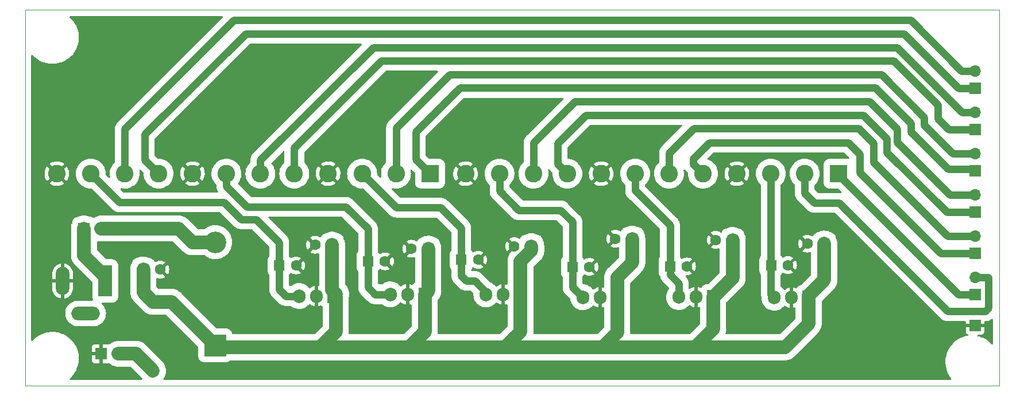
<source format=gbr>
%TF.GenerationSoftware,KiCad,Pcbnew,(6.0.4)*%
%TF.CreationDate,2023-08-24T18:54:07-03:00*%
%TF.ProjectId,PCB drive motor,50434220-6472-4697-9665-206d6f746f72,rev?*%
%TF.SameCoordinates,PX1a3bac8PY5add478*%
%TF.FileFunction,Copper,L2,Bot*%
%TF.FilePolarity,Positive*%
%FSLAX46Y46*%
G04 Gerber Fmt 4.6, Leading zero omitted, Abs format (unit mm)*
G04 Created by KiCad (PCBNEW (6.0.4)) date 2023-08-24 18:54:07*
%MOMM*%
%LPD*%
G01*
G04 APERTURE LIST*
%TA.AperFunction,Profile*%
%ADD10C,0.100000*%
%TD*%
%TA.AperFunction,ComponentPad*%
%ADD11R,2.000000X4.600000*%
%TD*%
%TA.AperFunction,ComponentPad*%
%ADD12O,2.000000X4.200000*%
%TD*%
%TA.AperFunction,ComponentPad*%
%ADD13O,4.200000X2.000000*%
%TD*%
%TA.AperFunction,ComponentPad*%
%ADD14R,1.600000X1.600000*%
%TD*%
%TA.AperFunction,ComponentPad*%
%ADD15C,1.600000*%
%TD*%
%TA.AperFunction,ComponentPad*%
%ADD16R,1.700000X1.700000*%
%TD*%
%TA.AperFunction,ComponentPad*%
%ADD17R,2.600000X2.600000*%
%TD*%
%TA.AperFunction,ComponentPad*%
%ADD18C,2.600000*%
%TD*%
%TA.AperFunction,ComponentPad*%
%ADD19O,1.700000X1.700000*%
%TD*%
%TA.AperFunction,ComponentPad*%
%ADD20R,1.905000X2.000000*%
%TD*%
%TA.AperFunction,ComponentPad*%
%ADD21O,1.905000X2.000000*%
%TD*%
%TA.AperFunction,ComponentPad*%
%ADD22R,1.800000X1.800000*%
%TD*%
%TA.AperFunction,ComponentPad*%
%ADD23C,1.800000*%
%TD*%
%TA.AperFunction,ComponentPad*%
%ADD24O,1.600000X1.600000*%
%TD*%
%TA.AperFunction,ComponentPad*%
%ADD25R,3.200000X3.200000*%
%TD*%
%TA.AperFunction,ComponentPad*%
%ADD26O,3.200000X3.200000*%
%TD*%
%TA.AperFunction,Conductor*%
%ADD27C,2.032860*%
%TD*%
%TA.AperFunction,Conductor*%
%ADD28C,1.100000*%
%TD*%
G04 APERTURE END LIST*
D10*
X0Y55523400D02*
X143581400Y55523400D01*
X143581400Y55523400D02*
X143581400Y0D01*
X143581400Y0D02*
X0Y0D01*
X0Y0D02*
X0Y55523400D01*
D11*
%TO.P,J1,1,Pin_1*%
%TO.N,Net-(J1-Pad1)*%
X11811000Y15485000D03*
D12*
%TO.P,J1,2,Pin_2*%
%TO.N,GNDREF*%
X5511000Y15485000D03*
D13*
%TO.P,J1,3*%
%TO.N,N/C*%
X8911000Y10685000D03*
%TD*%
D14*
%TO.P,C17,1*%
%TO.N,/VCC6V_3*%
X64296288Y18610000D03*
D15*
%TO.P,C17,2*%
%TO.N,GNDREF*%
X66796288Y18610000D03*
%TD*%
D16*
%TO.P,J4,1,Pin_1*%
%TO.N,GNDREF*%
X140026400Y8935000D03*
%TD*%
D14*
%TO.P,C7,1*%
%TO.N,/12V*%
X59436513Y20250000D03*
D15*
%TO.P,C7,2*%
%TO.N,GNDREF*%
X56936513Y20250000D03*
%TD*%
D17*
%TO.P,J3,1,Pin_1*%
%TO.N,/SENSOR_6*%
X119921400Y31345000D03*
D18*
%TO.P,J3,2,Pin_2*%
%TO.N,/SIGNAL_6*%
X114921400Y31345000D03*
%TO.P,J3,3,Pin_3*%
%TO.N,/VCC5V_6*%
X109921400Y31345000D03*
%TO.P,J3,4,Pin_4*%
%TO.N,GNDREF*%
X104921400Y31345000D03*
%TO.P,J3,5,Pin_5*%
%TO.N,/SENSOR_5*%
X99921400Y31345000D03*
%TO.P,J3,6,Pin_6*%
%TO.N,/SIGNAL_5*%
X94921400Y31345000D03*
%TO.P,J3,7,Pin_7*%
%TO.N,/VCC5V_5*%
X89921400Y31345000D03*
%TO.P,J3,8,Pin_8*%
%TO.N,GNDREF*%
X84921400Y31345000D03*
%TO.P,J3,9,Pin_9*%
%TO.N,/SENSOR_4*%
X79921400Y31345000D03*
%TO.P,J3,10,Pin_10*%
%TO.N,/SIGNAL_4*%
X74921400Y31345000D03*
%TO.P,J3,11,Pin_11*%
%TO.N,/VCC6V_4*%
X69921400Y31345000D03*
%TO.P,J3,12,Pin_12*%
%TO.N,GNDREF*%
X64921400Y31345000D03*
%TD*%
D16*
%TO.P,J8,1,Pin_1*%
%TO.N,/SENSOR_1*%
X140036400Y43985000D03*
D19*
%TO.P,J8,2,Pin_2*%
%TO.N,/SIGNAL_1*%
X140036400Y46525000D03*
%TD*%
D20*
%TO.P,U6,1,VI*%
%TO.N,/12V*%
X115501400Y13010000D03*
D21*
%TO.P,U6,2,GND*%
%TO.N,GNDREF*%
X112961400Y13010000D03*
%TO.P,U6,3,VO*%
%TO.N,/VCC5V_6*%
X110421400Y13010000D03*
%TD*%
D20*
%TO.P,U2,1,VI*%
%TO.N,/12V*%
X87291400Y13070000D03*
D21*
%TO.P,U2,2,GND*%
%TO.N,GNDREF*%
X84751400Y13070000D03*
%TO.P,U2,3,VO*%
%TO.N,/VCC6V_4*%
X82211400Y13070000D03*
%TD*%
D14*
%TO.P,C8,1*%
%TO.N,/12V*%
X104301400Y21540000D03*
D15*
%TO.P,C8,2*%
%TO.N,GNDREF*%
X101801400Y21540000D03*
%TD*%
D20*
%TO.P,U4,1,VI*%
%TO.N,/12V*%
X101431400Y13100000D03*
D21*
%TO.P,U4,2,GND*%
%TO.N,GNDREF*%
X98891400Y13100000D03*
%TO.P,U4,3,VO*%
%TO.N,/VCC5V_5*%
X96351400Y13100000D03*
%TD*%
D16*
%TO.P,J11,1,Pin_1*%
%TO.N,/SENSOR_4*%
X140036400Y25655000D03*
D19*
%TO.P,J11,2,Pin_2*%
%TO.N,/SIGNAL_4*%
X140036400Y28195000D03*
%TD*%
D20*
%TO.P,U5,1,VI*%
%TO.N,/12V*%
X73021400Y13490000D03*
D21*
%TO.P,U5,2,GND*%
%TO.N,GNDREF*%
X70481400Y13490000D03*
%TO.P,U5,3,VO*%
%TO.N,/VCC6V_3*%
X67941400Y13490000D03*
%TD*%
D20*
%TO.P,U3,1,VI*%
%TO.N,/12V*%
X58901400Y13510000D03*
D21*
%TO.P,U3,2,GND*%
%TO.N,GNDREF*%
X56361400Y13510000D03*
%TO.P,U3,3,VO*%
%TO.N,/VCC6V_2*%
X53821400Y13510000D03*
%TD*%
D14*
%TO.P,C1,1*%
%TO.N,/12V*%
X45236513Y20840000D03*
D15*
%TO.P,C1,2*%
%TO.N,GNDREF*%
X42736513Y20840000D03*
%TD*%
D14*
%TO.P,C11,1*%
%TO.N,/VCC6V_2*%
X50541400Y18380000D03*
D15*
%TO.P,C11,2*%
%TO.N,GNDREF*%
X53041400Y18380000D03*
%TD*%
D14*
%TO.P,C5,1*%
%TO.N,/VCC6V_1*%
X37436288Y17780000D03*
D15*
%TO.P,C5,2*%
%TO.N,GNDREF*%
X39936288Y17780000D03*
%TD*%
D17*
%TO.P,J2,1,Pin_1*%
%TO.N,/SENSOR_3*%
X59671400Y31350000D03*
D18*
%TO.P,J2,2,Pin_2*%
%TO.N,/SIGNAL_3*%
X54671400Y31350000D03*
%TO.P,J2,3,Pin_3*%
%TO.N,/VCC6V_3*%
X49671400Y31350000D03*
%TO.P,J2,4,Pin_4*%
%TO.N,GNDREF*%
X44671400Y31350000D03*
%TO.P,J2,5,Pin_5*%
%TO.N,/SENSOR_2*%
X39671400Y31350000D03*
%TO.P,J2,6,Pin_6*%
%TO.N,/SIGNAL_2*%
X34671400Y31350000D03*
%TO.P,J2,7,Pin_7*%
%TO.N,/VCC6V_2*%
X29671400Y31350000D03*
%TO.P,J2,8,Pin_8*%
%TO.N,GNDREF*%
X24671400Y31350000D03*
%TO.P,J2,9,Pin_9*%
%TO.N,/SENSOR_1*%
X19671400Y31350000D03*
%TO.P,J2,10,Pin_10*%
%TO.N,/SIGNAL_1*%
X14671400Y31350000D03*
%TO.P,J2,11,Pin_11*%
%TO.N,/VCC6V_1*%
X9671400Y31350000D03*
%TO.P,J2,12,Pin_12*%
%TO.N,GNDREF*%
X4671400Y31350000D03*
%TD*%
D16*
%TO.P,J10,1,Pin_1*%
%TO.N,/SENSOR_2*%
X140036400Y37865000D03*
D19*
%TO.P,J10,2,Pin_2*%
%TO.N,/SIGNAL_2*%
X140036400Y40405000D03*
%TD*%
D22*
%TO.P,D2,1,K*%
%TO.N,GNDREF*%
X11226400Y4730000D03*
D23*
%TO.P,D2,2,A*%
%TO.N,Net-(D2-Pad2)*%
X13766400Y4730000D03*
%TD*%
D14*
%TO.P,C2,1*%
%TO.N,/12V*%
X89501400Y21730000D03*
D15*
%TO.P,C2,2*%
%TO.N,GNDREF*%
X87001400Y21730000D03*
%TD*%
%TO.P,R1,1*%
%TO.N,/12V*%
X18841400Y12400000D03*
D24*
%TO.P,R1,2*%
%TO.N,Net-(D2-Pad2)*%
X18841400Y2240000D03*
%TD*%
D14*
%TO.P,C12,1*%
%TO.N,/VCC5V_5*%
X95061400Y17640000D03*
D15*
%TO.P,C12,2*%
%TO.N,GNDREF*%
X97561400Y17640000D03*
%TD*%
D14*
%TO.P,C14,1*%
%TO.N,/12V*%
X117791400Y21000000D03*
D15*
%TO.P,C14,2*%
%TO.N,GNDREF*%
X115291400Y21000000D03*
%TD*%
D14*
%TO.P,C3,1*%
%TO.N,/12V*%
X17416288Y17180000D03*
D15*
%TO.P,C3,2*%
%TO.N,GNDREF*%
X19916288Y17180000D03*
%TD*%
D16*
%TO.P,J9,1,Pin_1*%
%TO.N,/SENSOR_3*%
X140036400Y31765000D03*
D19*
%TO.P,J9,2,Pin_2*%
%TO.N,/SIGNAL_3*%
X140036400Y34305000D03*
%TD*%
D25*
%TO.P,D1,1,K*%
%TO.N,/12V*%
X28011400Y5980000D03*
D26*
%TO.P,D1,2,A*%
%TO.N,Net-(D1-Pad2)*%
X28011400Y21220000D03*
%TD*%
D14*
%TO.P,C18,1*%
%TO.N,/VCC5V_6*%
X109956288Y17830000D03*
D15*
%TO.P,C18,2*%
%TO.N,GNDREF*%
X112456288Y17830000D03*
%TD*%
D16*
%TO.P,J12,1,Pin_1*%
%TO.N,/SENSOR_6*%
X140041400Y13450000D03*
D19*
%TO.P,J12,2,Pin_2*%
%TO.N,/SIGNAL_6*%
X140041400Y15990000D03*
%TD*%
D14*
%TO.P,C13,1*%
%TO.N,/12V*%
X74596513Y20620000D03*
D15*
%TO.P,C13,2*%
%TO.N,GNDREF*%
X72096513Y20620000D03*
%TD*%
D20*
%TO.P,U1,1,VI*%
%TO.N,/12V*%
X45481400Y13260000D03*
D21*
%TO.P,U1,2,GND*%
%TO.N,GNDREF*%
X42941400Y13260000D03*
%TO.P,U1,3,VO*%
%TO.N,/VCC6V_1*%
X40401400Y13260000D03*
%TD*%
D16*
%TO.P,J13,1,Pin_1*%
%TO.N,/SENSOR_5*%
X140036400Y19550000D03*
D19*
%TO.P,J13,2,Pin_2*%
%TO.N,/SIGNAL_5*%
X140036400Y22090000D03*
%TD*%
D16*
%TO.P,J14,1,Pin_1*%
%TO.N,Net-(J1-Pad1)*%
X8691400Y23225000D03*
D19*
%TO.P,J14,2,Pin_2*%
%TO.N,Net-(D1-Pad2)*%
X11231400Y23225000D03*
%TD*%
D14*
%TO.P,C6,1*%
%TO.N,/VCC6V_4*%
X80676288Y17560000D03*
D15*
%TO.P,C6,2*%
%TO.N,GNDREF*%
X83176288Y17560000D03*
%TD*%
D27*
%TO.N,/12V*%
X45261400Y20815113D02*
X45261400Y14154049D01*
X101431400Y13100000D02*
X104301400Y15970000D01*
X87291400Y7880000D02*
X85091400Y5680000D01*
X43471400Y5680000D02*
X56591400Y5680000D01*
X101431400Y8390000D02*
X98721400Y5680000D01*
X58901400Y13510000D02*
X58901400Y7990000D01*
X87291400Y13070000D02*
X87291400Y7880000D01*
X98721400Y5680000D02*
X111991400Y5680000D01*
X45791400Y13102025D02*
X45791400Y8000000D01*
X104301400Y15970000D02*
X104301400Y21540000D01*
X87291400Y13070000D02*
X87291400Y16040000D01*
X21591400Y12400000D02*
X28011400Y5980000D01*
X18841400Y12400000D02*
X17436288Y13805112D01*
X17436288Y13805112D02*
X17436288Y17160000D01*
X70711400Y5680000D02*
X85091400Y5680000D01*
X101431400Y13100000D02*
X101431400Y8390000D01*
X45236513Y20840000D02*
X45261400Y20815113D01*
X28011400Y5980000D02*
X28341400Y6310000D01*
X115501400Y13320000D02*
X117821400Y15640000D01*
X58901400Y7990000D02*
X56591400Y5680000D01*
X45791400Y8000000D02*
X43471400Y5680000D01*
X117791400Y15670000D02*
X117821400Y15640000D01*
X45261400Y14154049D02*
X45841400Y13574049D01*
X74596513Y19957887D02*
X74596513Y20620000D01*
X73021400Y18384049D02*
X73022675Y18384049D01*
X29071400Y5680000D02*
X43471400Y5680000D01*
X111991400Y5680000D02*
X115501400Y9190000D01*
X59436513Y14045113D02*
X58901400Y13510000D01*
X18841400Y12400000D02*
X21591400Y12400000D01*
X73021400Y13490000D02*
X73021400Y18384049D01*
X73022675Y18384049D02*
X74596513Y19957887D01*
X73021400Y13490000D02*
X73021400Y7990000D01*
X28341400Y6410000D02*
X29071400Y5680000D01*
X115501400Y13010000D02*
X115501400Y13320000D01*
X115501400Y9190000D02*
X115501400Y13010000D01*
X87291400Y16040000D02*
X89501400Y18250000D01*
X73021400Y7990000D02*
X70711400Y5680000D01*
X59436513Y20250000D02*
X59436513Y14045113D01*
X85091400Y5680000D02*
X98721400Y5680000D01*
X17436288Y17160000D02*
X17416288Y17180000D01*
X117791400Y21000000D02*
X117791400Y15670000D01*
X56591400Y5680000D02*
X70711400Y5680000D01*
X89501400Y18250000D02*
X89501400Y21730000D01*
D28*
%TO.N,/VCC6V_1*%
X9671400Y31350000D02*
X13921400Y27100000D01*
X34041400Y24600000D02*
X37436288Y21205112D01*
X37436288Y17780000D02*
X37436288Y14255112D01*
X13921400Y27100000D02*
X29341400Y27100000D01*
X37436288Y21205112D02*
X37436288Y17780000D01*
X31841400Y24600000D02*
X34041400Y24600000D01*
X29341400Y27100000D02*
X31841400Y24600000D01*
X38431400Y13260000D02*
X40401400Y13260000D01*
X37436288Y14255112D02*
X38431400Y13260000D01*
%TO.N,/VCC6V_4*%
X80676288Y24195112D02*
X78931400Y25940000D01*
X78931400Y25940000D02*
X72741400Y25940000D01*
X69921400Y28760000D02*
X69921400Y31345000D01*
X80676288Y14605112D02*
X80676288Y17560000D01*
X82211400Y13070000D02*
X80676288Y14605112D01*
X80676288Y17560000D02*
X80676288Y24195112D01*
X72741400Y25940000D02*
X69921400Y28760000D01*
%TO.N,/VCC6V_2*%
X51591400Y13510000D02*
X53821400Y13510000D01*
X50541400Y18380000D02*
X50541400Y14560000D01*
X47261400Y26460000D02*
X50541400Y23180000D01*
X29671400Y29460000D02*
X32671400Y26460000D01*
X50541400Y14560000D02*
X51591400Y13510000D01*
X32671400Y26460000D02*
X47261400Y26460000D01*
X29671400Y31350000D02*
X29671400Y29460000D01*
X50541400Y23180000D02*
X50541400Y18380000D01*
%TO.N,/VCC5V_5*%
X89921400Y28770000D02*
X89921400Y31345000D01*
X95061400Y17640000D02*
X95061400Y23750000D01*
X95061400Y16400000D02*
X95061400Y17640000D01*
X96351400Y13100000D02*
X96351400Y15110000D01*
X95061400Y23750000D02*
X90041400Y28770000D01*
X90041400Y28770000D02*
X89921400Y28770000D01*
X96351400Y15110000D02*
X95061400Y16400000D01*
%TO.N,/VCC6V_3*%
X65041400Y15500000D02*
X66291400Y15500000D01*
X54711400Y26310000D02*
X49671400Y31350000D01*
X64296288Y18610000D02*
X64296288Y16245112D01*
X64296288Y16245112D02*
X65041400Y15500000D01*
X61261400Y26310000D02*
X54711400Y26310000D01*
X64296288Y18610000D02*
X64296288Y23275112D01*
X64296288Y23275112D02*
X61261400Y26310000D01*
X66291400Y15500000D02*
X67941400Y13850000D01*
X67941400Y13850000D02*
X67941400Y13490000D01*
%TO.N,/VCC5V_6*%
X109921400Y31345000D02*
X109921400Y17864888D01*
X110421400Y13010000D02*
X109941400Y13490000D01*
X109921400Y17864888D02*
X109956288Y17830000D01*
X109941400Y17815112D02*
X109956288Y17830000D01*
X109941400Y13490000D02*
X109941400Y17815112D01*
%TO.N,/SIGNAL_1*%
X30757600Y54000000D02*
X14671400Y37913800D01*
X140036400Y46525000D02*
X138016400Y46525000D01*
X130541400Y54000000D02*
X30757600Y54000000D01*
X14671400Y37913800D02*
X14671400Y31350000D01*
X138016400Y46525000D02*
X130541400Y54000000D01*
%TO.N,/SENSOR_1*%
X140036400Y43985000D02*
X137556400Y43985000D01*
X17653000Y37161600D02*
X17653000Y33368400D01*
X32491400Y52000000D02*
X17653000Y37161600D01*
X129541400Y52000000D02*
X32491400Y52000000D01*
X137556400Y43985000D02*
X129541400Y52000000D01*
X17653000Y33368400D02*
X19671400Y31350000D01*
%TO.N,/SIGNAL_2*%
X128541400Y50000000D02*
X51294000Y50000000D01*
X140036400Y40405000D02*
X138136400Y40405000D01*
X138136400Y40405000D02*
X128541400Y50000000D01*
X34671400Y33377400D02*
X34671400Y31350000D01*
X51294000Y50000000D02*
X34671400Y33377400D01*
%TO.N,/SENSOR_2*%
X134541400Y41500000D02*
X128041400Y48000000D01*
X140036400Y37865000D02*
X136176400Y37865000D01*
X52541400Y48000000D02*
X39671400Y35130000D01*
X39671400Y35130000D02*
X39671400Y31350000D01*
X134541400Y39500000D02*
X134541400Y41500000D01*
X136176400Y37865000D02*
X134541400Y39500000D01*
X128041400Y48000000D02*
X52541400Y48000000D01*
%TO.N,/SIGNAL_3*%
X140036400Y34305000D02*
X136736400Y34305000D01*
X126213400Y46000000D02*
X62541400Y46000000D01*
X54671400Y38130000D02*
X54671400Y31350000D01*
X132541400Y38500000D02*
X132541400Y39672000D01*
X136736400Y34305000D02*
X132541400Y38500000D01*
X132541400Y39672000D02*
X126213400Y46000000D01*
X62541400Y46000000D02*
X54671400Y38130000D01*
%TO.N,/SENSOR_3*%
X125317800Y44000000D02*
X64064600Y44000000D01*
X136041400Y32000000D02*
X130541400Y37500000D01*
X57556400Y33465000D02*
X59671400Y31350000D01*
X57556400Y37491800D02*
X57556400Y33465000D01*
X130541400Y38776400D02*
X125317800Y44000000D01*
X130541400Y37500000D02*
X130541400Y38776400D01*
X64064600Y44000000D02*
X57556400Y37491800D01*
X139801400Y32000000D02*
X136041400Y32000000D01*
X140036400Y31765000D02*
X139801400Y32000000D01*
%TO.N,/SIGNAL_5*%
X125041400Y33000000D02*
X125041400Y35792800D01*
X125041400Y35792800D02*
X122834200Y38000000D01*
X94921400Y34380000D02*
X94921400Y31345000D01*
X122834200Y38000000D02*
X98541400Y38000000D01*
X98541400Y38000000D02*
X94921400Y34380000D01*
X135951400Y22090000D02*
X125041400Y33000000D01*
X140036400Y22090000D02*
X135951400Y22090000D01*
%TO.N,/SENSOR_5*%
X100838000Y35942400D02*
X98450400Y33554800D01*
X123041400Y34236800D02*
X121335800Y35942400D01*
X98450400Y32816000D02*
X99921400Y31345000D01*
X134991400Y19550000D02*
X123041400Y31500000D01*
X123041400Y31500000D02*
X123041400Y34236800D01*
X121335800Y35942400D02*
X100838000Y35942400D01*
X98450400Y33554800D02*
X98450400Y32816000D01*
X140036400Y19550000D02*
X134991400Y19550000D01*
%TO.N,/SIGNAL_4*%
X128541400Y36000000D02*
X128541400Y37957000D01*
X140036400Y28195000D02*
X136346400Y28195000D01*
X136346400Y28195000D02*
X128541400Y36000000D01*
X74921400Y35880000D02*
X74921400Y31345000D01*
X124498400Y42000000D02*
X81041400Y42000000D01*
X128541400Y37957000D02*
X124498400Y42000000D01*
X81041400Y42000000D02*
X74921400Y35880000D01*
%TO.N,/SENSOR_4*%
X127041400Y36510600D02*
X123552000Y40000000D01*
X78486000Y35840800D02*
X78486000Y32780400D01*
X82645200Y40000000D02*
X78486000Y35840800D01*
X123552000Y40000000D02*
X82645200Y40000000D01*
X140036400Y25655000D02*
X135886400Y25655000D01*
X135886400Y25655000D02*
X127041400Y34500000D01*
X127041400Y34500000D02*
X127041400Y36510600D01*
X78486000Y32780400D02*
X79921400Y31345000D01*
%TO.N,/SIGNAL_6*%
X136011400Y11000000D02*
X119981400Y27030000D01*
X116331400Y27030000D02*
X114921400Y28440000D01*
X142041400Y16000000D02*
X142041400Y11500000D01*
X141243481Y15990000D02*
X141253481Y16000000D01*
X141253481Y16000000D02*
X142041400Y16000000D01*
X140041400Y15990000D02*
X141243481Y15990000D01*
X142041400Y11500000D02*
X141541400Y11000000D01*
X114921400Y28440000D02*
X114921400Y31345000D01*
X119981400Y27030000D02*
X116331400Y27030000D01*
X141541400Y11000000D02*
X136011400Y11000000D01*
%TO.N,/SENSOR_6*%
X119921400Y31345000D02*
X119921400Y31130000D01*
X137601400Y13450000D02*
X140041400Y13450000D01*
X119921400Y31130000D02*
X137601400Y13450000D01*
D27*
%TO.N,Net-(D1-Pad2)*%
X24631400Y21220000D02*
X22626400Y23225000D01*
X22626400Y23225000D02*
X11231400Y23225000D01*
X28011400Y21220000D02*
X24631400Y21220000D01*
%TO.N,Net-(D2-Pad2)*%
X16351400Y4730000D02*
X18841400Y2240000D01*
X13766400Y4730000D02*
X16351400Y4730000D01*
%TO.N,Net-(J1-Pad1)*%
X8681400Y19270000D02*
X8691400Y19280000D01*
X11811000Y15485000D02*
X11811000Y16140400D01*
X11811000Y16140400D02*
X8681400Y19270000D01*
X8691400Y19280000D02*
X8691400Y23225000D01*
%TD*%
%TA.AperFunction,Conductor*%
%TO.N,GNDREF*%
G36*
X29093115Y54602898D02*
G01*
X29139608Y54549242D01*
X29149712Y54478968D01*
X29120218Y54414388D01*
X29114089Y54407805D01*
X21255783Y46549500D01*
X13725055Y39018772D01*
X13711614Y39007108D01*
X13709212Y39005305D01*
X13709206Y39005300D01*
X13705075Y39002198D01*
X13677009Y38972829D01*
X13632695Y38926457D01*
X13630696Y38924413D01*
X13602988Y38896705D01*
X13601328Y38894747D01*
X13601321Y38894740D01*
X13595351Y38887700D01*
X13590350Y38882146D01*
X13540287Y38829758D01*
X13519635Y38799483D01*
X13511656Y38789009D01*
X13487956Y38761063D01*
X13485304Y38756631D01*
X13485302Y38756629D01*
X13450736Y38698874D01*
X13446708Y38692577D01*
X13405875Y38632718D01*
X13403700Y38628033D01*
X13403698Y38628029D01*
X13398573Y38616988D01*
X13390450Y38599489D01*
X13384284Y38587844D01*
X13365466Y38556400D01*
X13363571Y38551589D01*
X13338902Y38488961D01*
X13335961Y38482099D01*
X13305451Y38416372D01*
X13304069Y38411389D01*
X13304068Y38411386D01*
X13295662Y38381073D01*
X13291479Y38368572D01*
X13278049Y38334478D01*
X13273293Y38312292D01*
X13262855Y38263605D01*
X13261071Y38256345D01*
X13241709Y38186528D01*
X13241160Y38181387D01*
X13241159Y38181384D01*
X13237816Y38150105D01*
X13235731Y38137086D01*
X13229135Y38106317D01*
X13229134Y38106311D01*
X13228051Y38101258D01*
X13227808Y38096097D01*
X13227807Y38096092D01*
X13224638Y38028874D01*
X13224064Y38021419D01*
X13220900Y37991814D01*
X13220900Y37952578D01*
X13220760Y37946643D01*
X13216816Y37863005D01*
X13217418Y37857881D01*
X13217418Y37857878D01*
X13220040Y37835560D01*
X13220900Y37820860D01*
X13220900Y33061856D01*
X13200898Y32993735D01*
X13177977Y32967124D01*
X13115169Y32912043D01*
X13115162Y32912036D01*
X13112073Y32909327D01*
X13109364Y32906238D01*
X12924598Y32695554D01*
X12924594Y32695548D01*
X12921880Y32692454D01*
X12919591Y32689028D01*
X12919587Y32689023D01*
X12860882Y32601164D01*
X12761622Y32452611D01*
X12759798Y32448912D01*
X12759795Y32448907D01*
X12677604Y32282239D01*
X12634041Y32193902D01*
X12632718Y32190004D01*
X12632717Y32190002D01*
X12544002Y31928656D01*
X12541319Y31920753D01*
X12540515Y31916709D01*
X12540513Y31916703D01*
X12491317Y31669375D01*
X12485044Y31637839D01*
X12484775Y31633728D01*
X12484774Y31633724D01*
X12483438Y31613337D01*
X12466178Y31350000D01*
X12466448Y31345881D01*
X12481289Y31119457D01*
X12485044Y31062161D01*
X12485848Y31058121D01*
X12485848Y31058118D01*
X12521827Y30877240D01*
X12515499Y30806526D01*
X12471945Y30750459D01*
X12404992Y30726840D01*
X12335898Y30743167D01*
X12309153Y30763564D01*
X11907524Y31165193D01*
X11873498Y31227505D01*
X11870889Y31262529D01*
X11876352Y31345880D01*
X11876352Y31345881D01*
X11876622Y31350000D01*
X11859362Y31613337D01*
X11858026Y31633724D01*
X11858025Y31633728D01*
X11857756Y31637839D01*
X11851483Y31669375D01*
X11802287Y31916703D01*
X11802285Y31916709D01*
X11801481Y31920753D01*
X11798799Y31928656D01*
X11710083Y32190002D01*
X11710082Y32190004D01*
X11708759Y32193902D01*
X11665196Y32282239D01*
X11583005Y32448907D01*
X11583002Y32448912D01*
X11581178Y32452611D01*
X11481918Y32601164D01*
X11423213Y32689023D01*
X11423209Y32689028D01*
X11420920Y32692454D01*
X11418206Y32695548D01*
X11418202Y32695554D01*
X11233436Y32906238D01*
X11230727Y32909327D01*
X11192791Y32942596D01*
X11016954Y33096802D01*
X11016948Y33096806D01*
X11013854Y33099520D01*
X11010428Y33101809D01*
X11010423Y33101813D01*
X10830833Y33221811D01*
X10774011Y33259778D01*
X10770312Y33261602D01*
X10770307Y33261605D01*
X10518997Y33385537D01*
X10518995Y33385538D01*
X10515302Y33387359D01*
X10508335Y33389724D01*
X10246063Y33478754D01*
X10246059Y33478755D01*
X10242153Y33480081D01*
X10238109Y33480885D01*
X10238103Y33480887D01*
X9963282Y33535552D01*
X9963279Y33535552D01*
X9959239Y33536356D01*
X9955128Y33536625D01*
X9955124Y33536626D01*
X9675519Y33554952D01*
X9671400Y33555222D01*
X9667281Y33554952D01*
X9387676Y33536626D01*
X9387672Y33536625D01*
X9383561Y33536356D01*
X9379521Y33535552D01*
X9379518Y33535552D01*
X9104697Y33480887D01*
X9104691Y33480885D01*
X9100647Y33480081D01*
X9096741Y33478755D01*
X9096737Y33478754D01*
X8834465Y33389724D01*
X8827498Y33387359D01*
X8823805Y33385538D01*
X8823803Y33385537D01*
X8572493Y33261605D01*
X8572488Y33261602D01*
X8568789Y33259778D01*
X8511967Y33221811D01*
X8332377Y33101813D01*
X8332372Y33101809D01*
X8328946Y33099520D01*
X8325852Y33096806D01*
X8325846Y33096802D01*
X8150009Y32942596D01*
X8112073Y32909327D01*
X8109364Y32906238D01*
X7924598Y32695554D01*
X7924594Y32695548D01*
X7921880Y32692454D01*
X7919591Y32689028D01*
X7919587Y32689023D01*
X7860882Y32601164D01*
X7761622Y32452611D01*
X7759798Y32448912D01*
X7759795Y32448907D01*
X7677604Y32282239D01*
X7634041Y32193902D01*
X7632718Y32190004D01*
X7632717Y32190002D01*
X7544002Y31928656D01*
X7541319Y31920753D01*
X7540515Y31916709D01*
X7540513Y31916703D01*
X7491317Y31669375D01*
X7485044Y31637839D01*
X7484775Y31633728D01*
X7484774Y31633724D01*
X7483438Y31613337D01*
X7466178Y31350000D01*
X7466448Y31345881D01*
X7481289Y31119457D01*
X7485044Y31062161D01*
X7485848Y31058121D01*
X7485848Y31058118D01*
X7535893Y30806526D01*
X7541319Y30779247D01*
X7542645Y30775341D01*
X7542646Y30775337D01*
X7626098Y30529498D01*
X7634041Y30506098D01*
X7635862Y30502405D01*
X7635863Y30502403D01*
X7753019Y30264835D01*
X7761622Y30247389D01*
X7763916Y30243956D01*
X7917233Y30014501D01*
X7921880Y30007546D01*
X7924594Y30004452D01*
X7924598Y30004446D01*
X8028280Y29886220D01*
X8112073Y29790673D01*
X8115162Y29787964D01*
X8325846Y29603198D01*
X8325852Y29603194D01*
X8328946Y29600480D01*
X8332372Y29598191D01*
X8332377Y29598187D01*
X8421641Y29538543D01*
X8568789Y29440222D01*
X8572488Y29438398D01*
X8572493Y29438395D01*
X8823803Y29314463D01*
X8827498Y29312641D01*
X8831396Y29311318D01*
X8831398Y29311317D01*
X9096737Y29221246D01*
X9096741Y29221245D01*
X9100647Y29219919D01*
X9104691Y29219115D01*
X9104697Y29219113D01*
X9379518Y29164448D01*
X9379521Y29164448D01*
X9383561Y29163644D01*
X9387672Y29163375D01*
X9387676Y29163374D01*
X9667281Y29145048D01*
X9671400Y29144778D01*
X9675519Y29145048D01*
X9675520Y29145048D01*
X9758871Y29150511D01*
X9828154Y29135007D01*
X9856207Y29113876D01*
X12816425Y26153659D01*
X12828089Y26140218D01*
X12829895Y26137812D01*
X12829900Y26137806D01*
X12833002Y26133675D01*
X12836740Y26130103D01*
X12908766Y26061273D01*
X12910810Y26059274D01*
X12938496Y26031588D01*
X12940468Y26029916D01*
X12940486Y26029899D01*
X12947494Y26023956D01*
X12953049Y26018955D01*
X13005442Y25968887D01*
X13035716Y25948236D01*
X13046185Y25940261D01*
X13074137Y25916555D01*
X13078577Y25913898D01*
X13078578Y25913897D01*
X13136324Y25879337D01*
X13142602Y25875323D01*
X13202482Y25834475D01*
X13234493Y25819616D01*
X13235710Y25819051D01*
X13247365Y25812880D01*
X13278801Y25794066D01*
X13346260Y25767493D01*
X13353076Y25764571D01*
X13383597Y25750405D01*
X13414137Y25736228D01*
X13414142Y25736226D01*
X13418828Y25734051D01*
X13423804Y25732671D01*
X13423815Y25732667D01*
X13454133Y25724260D01*
X13466631Y25720078D01*
X13500723Y25706649D01*
X13505780Y25705565D01*
X13505783Y25705564D01*
X13571584Y25691458D01*
X13578846Y25689674D01*
X13643691Y25671690D01*
X13643696Y25671689D01*
X13648672Y25670309D01*
X13676422Y25667343D01*
X13685096Y25666416D01*
X13698116Y25664331D01*
X13728884Y25657735D01*
X13728888Y25657735D01*
X13733942Y25656651D01*
X13739108Y25656407D01*
X13739111Y25656407D01*
X13762182Y25655319D01*
X13806334Y25653237D01*
X13813776Y25652664D01*
X13840037Y25649857D01*
X13840054Y25649856D01*
X13843386Y25649500D01*
X13882608Y25649500D01*
X13888543Y25649360D01*
X13972195Y25645415D01*
X13999639Y25648639D01*
X14014340Y25649500D01*
X28688393Y25649500D01*
X28756514Y25629498D01*
X28777488Y25612595D01*
X30736428Y23653655D01*
X30748092Y23640214D01*
X30749895Y23637812D01*
X30749900Y23637806D01*
X30753002Y23633675D01*
X30756740Y23630103D01*
X30828743Y23561295D01*
X30830787Y23559296D01*
X30858495Y23531588D01*
X30860453Y23529928D01*
X30860460Y23529921D01*
X30867500Y23523951D01*
X30873054Y23518950D01*
X30904973Y23488448D01*
X30925442Y23468887D01*
X30955717Y23448235D01*
X30966191Y23440256D01*
X30994137Y23416556D01*
X30998568Y23413904D01*
X30998575Y23413899D01*
X31056313Y23379343D01*
X31062609Y23375317D01*
X31092711Y23354783D01*
X31122482Y23334475D01*
X31127166Y23332301D01*
X31127171Y23332298D01*
X31155708Y23319052D01*
X31167367Y23312879D01*
X31198801Y23294066D01*
X31203618Y23292169D01*
X31203623Y23292166D01*
X31266226Y23267506D01*
X31273090Y23264565D01*
X31338828Y23234051D01*
X31362605Y23227457D01*
X31374127Y23224261D01*
X31386632Y23220077D01*
X31415908Y23208545D01*
X31415910Y23208544D01*
X31420722Y23206649D01*
X31445916Y23201248D01*
X31491595Y23191455D01*
X31498855Y23189671D01*
X31525348Y23182324D01*
X31568672Y23170309D01*
X31573813Y23169760D01*
X31573816Y23169759D01*
X31605095Y23166416D01*
X31618114Y23164331D01*
X31648883Y23157735D01*
X31648889Y23157734D01*
X31653942Y23156651D01*
X31659103Y23156408D01*
X31659108Y23156407D01*
X31726326Y23153238D01*
X31733781Y23152664D01*
X31749591Y23150974D01*
X31763386Y23149500D01*
X31802622Y23149500D01*
X31808557Y23149360D01*
X31887035Y23145659D01*
X31887039Y23145659D01*
X31892195Y23145416D01*
X31897319Y23146018D01*
X31897322Y23146018D01*
X31919640Y23148640D01*
X31934340Y23149500D01*
X33388393Y23149500D01*
X33456514Y23129498D01*
X33477488Y23112595D01*
X35948883Y20641201D01*
X35982908Y20578889D01*
X35985788Y20552106D01*
X35985788Y19252226D01*
X35965786Y19184105D01*
X35957716Y19172942D01*
X35876905Y19073149D01*
X35873910Y19067271D01*
X35873908Y19067268D01*
X35842969Y19006546D01*
X35790968Y18904488D01*
X35789260Y18898115D01*
X35789260Y18898114D01*
X35743470Y18727223D01*
X35743469Y18727217D01*
X35741976Y18721645D01*
X35741523Y18715889D01*
X35736398Y18650766D01*
X35735788Y18643021D01*
X35735789Y16916980D01*
X35738042Y16888355D01*
X35741234Y16847789D01*
X35741976Y16838355D01*
X35790968Y16655512D01*
X35812741Y16612780D01*
X35869955Y16500492D01*
X35876905Y16486851D01*
X35957709Y16387067D01*
X35985034Y16321541D01*
X35985788Y16307774D01*
X35985788Y14367279D01*
X35984531Y14349527D01*
X35983379Y14341431D01*
X35983496Y14336268D01*
X35983496Y14336266D01*
X35985756Y14236679D01*
X35985788Y14233847D01*
X35985788Y14194649D01*
X35986647Y14184198D01*
X35986754Y14182901D01*
X35987145Y14175441D01*
X35988035Y14136229D01*
X35988790Y14102974D01*
X35989749Y14097900D01*
X35989749Y14097897D01*
X35991303Y14089672D01*
X35995425Y14067861D01*
X35995592Y14066976D01*
X35997359Y14053909D01*
X36000361Y14017396D01*
X36001619Y14012387D01*
X36001620Y14012382D01*
X36018015Y13947112D01*
X36019620Y13939812D01*
X36033075Y13868602D01*
X36039852Y13850084D01*
X36045665Y13834198D01*
X36049543Y13821592D01*
X36058467Y13786064D01*
X36060529Y13781322D01*
X36087362Y13719611D01*
X36090139Y13712669D01*
X36115044Y13644612D01*
X36117589Y13640114D01*
X36117593Y13640105D01*
X36133081Y13612730D01*
X36138965Y13600929D01*
X36151513Y13572071D01*
X36151517Y13572064D01*
X36153576Y13567328D01*
X36178643Y13528580D01*
X36192941Y13506479D01*
X36196814Y13500084D01*
X36232496Y13437016D01*
X36236441Y13432127D01*
X36255497Y13408510D01*
X36263224Y13397837D01*
X36283133Y13367063D01*
X36331921Y13313446D01*
X36336766Y13307792D01*
X36353351Y13287237D01*
X36353359Y13287228D01*
X36355465Y13284618D01*
X36383196Y13256887D01*
X36387294Y13252592D01*
X36426579Y13209419D01*
X36443659Y13190648D01*
X36458607Y13178843D01*
X36465347Y13173520D01*
X36476350Y13163733D01*
X37326428Y12313655D01*
X37338092Y12300214D01*
X37339895Y12297812D01*
X37339900Y12297806D01*
X37343002Y12293675D01*
X37371206Y12266723D01*
X37418743Y12221295D01*
X37420787Y12219296D01*
X37448495Y12191588D01*
X37450453Y12189928D01*
X37450460Y12189921D01*
X37457500Y12183951D01*
X37463054Y12178950D01*
X37515442Y12128887D01*
X37545717Y12108235D01*
X37556191Y12100256D01*
X37584137Y12076556D01*
X37588568Y12073904D01*
X37588575Y12073899D01*
X37646313Y12039343D01*
X37652609Y12035317D01*
X37668163Y12024707D01*
X37712482Y11994475D01*
X37717166Y11992301D01*
X37717171Y11992298D01*
X37745708Y11979052D01*
X37757367Y11972879D01*
X37788801Y11954066D01*
X37793618Y11952169D01*
X37793623Y11952166D01*
X37856226Y11927506D01*
X37863090Y11924565D01*
X37928828Y11894051D01*
X37951241Y11887835D01*
X37964127Y11884261D01*
X37976630Y11880078D01*
X37985650Y11876525D01*
X38005908Y11868545D01*
X38005910Y11868544D01*
X38010722Y11866649D01*
X38027655Y11863019D01*
X38081595Y11851455D01*
X38088855Y11849671D01*
X38112921Y11842997D01*
X38158672Y11830309D01*
X38163813Y11829760D01*
X38163816Y11829759D01*
X38195095Y11826416D01*
X38208114Y11824331D01*
X38238883Y11817735D01*
X38238889Y11817734D01*
X38243942Y11816651D01*
X38249103Y11816408D01*
X38249108Y11816407D01*
X38316326Y11813238D01*
X38323781Y11812664D01*
X38339591Y11810974D01*
X38353386Y11809500D01*
X38392622Y11809500D01*
X38398557Y11809360D01*
X38477035Y11805659D01*
X38477039Y11805659D01*
X38482195Y11805416D01*
X38487319Y11806018D01*
X38487322Y11806018D01*
X38509640Y11808640D01*
X38524340Y11809500D01*
X39139048Y11809500D01*
X39207169Y11789498D01*
X39213193Y11785374D01*
X39419584Y11635147D01*
X39657569Y11509937D01*
X39661870Y11508418D01*
X39661875Y11508416D01*
X39793569Y11461911D01*
X39911135Y11420394D01*
X40008346Y11401234D01*
X40170500Y11369273D01*
X40170506Y11369272D01*
X40174972Y11368392D01*
X40179525Y11368165D01*
X40179528Y11368165D01*
X40438983Y11355248D01*
X40438989Y11355248D01*
X40443552Y11355021D01*
X40711249Y11380562D01*
X40715679Y11381646D01*
X40715685Y11381647D01*
X40930301Y11434164D01*
X40972455Y11444479D01*
X41053971Y11477496D01*
X41217470Y11543720D01*
X41217471Y11543720D01*
X41221699Y11545433D01*
X41437706Y11671910D01*
X41449813Y11678999D01*
X41449814Y11679000D01*
X41453758Y11681309D01*
X41655940Y11842997D01*
X41660207Y11846409D01*
X41660209Y11846411D01*
X41663773Y11849261D01*
X41666883Y11852591D01*
X41666887Y11852594D01*
X41844225Y12042435D01*
X41844226Y12042437D01*
X41847342Y12045772D01*
X41849942Y12049520D01*
X41852383Y12052545D01*
X41910728Y12092997D01*
X41981681Y12095485D01*
X42028532Y12072301D01*
X42126343Y11995055D01*
X42134931Y11989350D01*
X42336122Y11878286D01*
X42345534Y11874056D01*
X42562168Y11797341D01*
X42572139Y11794707D01*
X42669563Y11777353D01*
X42682860Y11778813D01*
X42687400Y11793370D01*
X42687400Y14728096D01*
X42683482Y14741440D01*
X42669206Y14743427D01*
X42606885Y14733890D01*
X42596857Y14731501D01*
X42378412Y14660102D01*
X42368903Y14656105D01*
X42165056Y14549989D01*
X42156331Y14544495D01*
X42022429Y14443958D01*
X41955944Y14419052D01*
X41886549Y14434044D01*
X41846613Y14468276D01*
X41795695Y14534995D01*
X41795691Y14534999D01*
X41792928Y14538620D01*
X41788315Y14543130D01*
X41619294Y14708358D01*
X41600633Y14726600D01*
X41383216Y14884853D01*
X41145231Y15010063D01*
X41140930Y15011582D01*
X41140925Y15011584D01*
X41003860Y15059986D01*
X40891665Y15099606D01*
X40794454Y15118766D01*
X40632300Y15150727D01*
X40632294Y15150728D01*
X40627828Y15151608D01*
X40623275Y15151835D01*
X40623272Y15151835D01*
X40363817Y15164752D01*
X40363811Y15164752D01*
X40359248Y15164979D01*
X40091551Y15139438D01*
X40087121Y15138354D01*
X40087115Y15138353D01*
X39932368Y15100486D01*
X39830345Y15075521D01*
X39826110Y15073806D01*
X39826108Y15073805D01*
X39586194Y14976630D01*
X39581101Y14974567D01*
X39349042Y14838691D01*
X39223253Y14738096D01*
X39157562Y14711173D01*
X39144561Y14710500D01*
X39084407Y14710500D01*
X39016286Y14730502D01*
X38995312Y14747405D01*
X38923693Y14819024D01*
X38889667Y14881336D01*
X38886788Y14908119D01*
X38886788Y16307774D01*
X38906790Y16375895D01*
X38914860Y16387058D01*
X38995671Y16486851D01*
X39002622Y16500492D01*
X39059835Y16612780D01*
X39063185Y16619355D01*
X39111933Y16670970D01*
X39180848Y16688036D01*
X39247721Y16665366D01*
X39275278Y16646071D01*
X39284777Y16640586D01*
X39482235Y16548510D01*
X39492527Y16544764D01*
X39702976Y16488375D01*
X39713769Y16486472D01*
X39930813Y16467483D01*
X39941763Y16467483D01*
X40158807Y16486472D01*
X40169600Y16488375D01*
X40380049Y16544764D01*
X40390341Y16548510D01*
X40587799Y16640586D01*
X40597294Y16646069D01*
X40649336Y16682509D01*
X40657712Y16692988D01*
X40650644Y16706434D01*
X39666173Y17690905D01*
X39632147Y17753217D01*
X39633982Y17778868D01*
X40300696Y17778868D01*
X40300827Y17777035D01*
X40305078Y17770420D01*
X41010575Y17064923D01*
X41022350Y17058493D01*
X41034365Y17067789D01*
X41070219Y17118994D01*
X41075702Y17128489D01*
X41167778Y17325947D01*
X41171524Y17336239D01*
X41227913Y17546688D01*
X41229816Y17557481D01*
X41248805Y17774525D01*
X41248805Y17785475D01*
X41229816Y18002519D01*
X41227913Y18013312D01*
X41171524Y18223761D01*
X41167778Y18234053D01*
X41075702Y18431511D01*
X41070219Y18441006D01*
X41033779Y18493048D01*
X41023300Y18501424D01*
X41009854Y18494356D01*
X40308310Y17792812D01*
X40300696Y17778868D01*
X39633982Y17778868D01*
X39637212Y17824032D01*
X39666173Y17869095D01*
X40651365Y18854287D01*
X40657795Y18866062D01*
X40648499Y18878077D01*
X40597294Y18913931D01*
X40587799Y18919414D01*
X40390341Y19011490D01*
X40380049Y19015236D01*
X40169600Y19071625D01*
X40158807Y19073528D01*
X39941763Y19092517D01*
X39930813Y19092517D01*
X39713769Y19073528D01*
X39702976Y19071625D01*
X39492527Y19015236D01*
X39482235Y19011490D01*
X39284777Y18919414D01*
X39275278Y18913929D01*
X39247721Y18894634D01*
X39180447Y18871947D01*
X39111587Y18889233D01*
X39063185Y18940645D01*
X38998668Y19067268D01*
X38998666Y19067271D01*
X38995671Y19073149D01*
X38914867Y19172933D01*
X38887542Y19238459D01*
X38886788Y19252226D01*
X38886788Y20834525D01*
X41423996Y20834525D01*
X41442985Y20617481D01*
X41444888Y20606688D01*
X41501277Y20396239D01*
X41505023Y20385947D01*
X41597099Y20188489D01*
X41602582Y20178994D01*
X41639022Y20126952D01*
X41649501Y20118576D01*
X41662947Y20125644D01*
X42364491Y20827188D01*
X42372105Y20841132D01*
X42371974Y20842965D01*
X42367723Y20849580D01*
X41662226Y21555077D01*
X41650451Y21561507D01*
X41638436Y21552211D01*
X41602582Y21501006D01*
X41597099Y21491511D01*
X41505023Y21294053D01*
X41501277Y21283761D01*
X41444888Y21073312D01*
X41442985Y21062519D01*
X41423996Y20845475D01*
X41423996Y20834525D01*
X38886788Y20834525D01*
X38886788Y21092945D01*
X38888045Y21110697D01*
X38888468Y21113673D01*
X38889197Y21118793D01*
X38888157Y21164650D01*
X38886820Y21223545D01*
X38886788Y21226403D01*
X38886788Y21265575D01*
X38885822Y21277327D01*
X38885431Y21284783D01*
X38884007Y21347491D01*
X38883786Y21357249D01*
X38876984Y21393250D01*
X38875217Y21406317D01*
X38874861Y21410645D01*
X38872215Y21442828D01*
X38854557Y21513127D01*
X38852954Y21520421D01*
X38840461Y21586544D01*
X38840459Y21586552D01*
X38839501Y21591621D01*
X38833367Y21608384D01*
X38826913Y21626021D01*
X38823035Y21638625D01*
X38815370Y21669142D01*
X38815368Y21669148D01*
X38814109Y21674160D01*
X38785212Y21740619D01*
X38782435Y21747560D01*
X38759309Y21810755D01*
X38757532Y21815611D01*
X38754988Y21820107D01*
X38754986Y21820112D01*
X38744199Y21839178D01*
X38739492Y21847498D01*
X38733616Y21859282D01*
X38719000Y21892896D01*
X38679634Y21953747D01*
X38675761Y21960142D01*
X38642630Y22018701D01*
X38642630Y22018702D01*
X38640080Y22023208D01*
X38617079Y22051714D01*
X38609352Y22062387D01*
X38589443Y22093161D01*
X38540655Y22146778D01*
X38535810Y22152432D01*
X38519225Y22172987D01*
X38519217Y22172996D01*
X38517111Y22175606D01*
X38489380Y22203337D01*
X38485282Y22207632D01*
X38432395Y22265754D01*
X38432393Y22265755D01*
X38428917Y22269576D01*
X38407228Y22286705D01*
X38396226Y22296491D01*
X35898312Y24794405D01*
X35864286Y24856717D01*
X35869351Y24927532D01*
X35911898Y24984368D01*
X35978418Y25009179D01*
X35987407Y25009500D01*
X46608393Y25009500D01*
X46676514Y24989498D01*
X46697488Y24972595D01*
X49053995Y22616088D01*
X49088021Y22553776D01*
X49090900Y22526993D01*
X49090900Y19852226D01*
X49070898Y19784105D01*
X49062828Y19772942D01*
X48982017Y19673149D01*
X48979022Y19667271D01*
X48979020Y19667268D01*
X48956926Y19623905D01*
X48896080Y19504488D01*
X48894372Y19498115D01*
X48894372Y19498114D01*
X48848582Y19327223D01*
X48848581Y19327217D01*
X48847088Y19321645D01*
X48846635Y19315889D01*
X48842023Y19257284D01*
X48840900Y19243021D01*
X48840901Y17516980D01*
X48842602Y17495366D01*
X48846369Y17447498D01*
X48847088Y17438355D01*
X48855573Y17406688D01*
X48881019Y17311723D01*
X48896080Y17255512D01*
X48935132Y17178868D01*
X48976397Y17097881D01*
X48982017Y17086851D01*
X49062821Y16987067D01*
X49090146Y16921541D01*
X49090900Y16907774D01*
X49090900Y14672167D01*
X49089643Y14654415D01*
X49088491Y14646319D01*
X49088608Y14641156D01*
X49088608Y14641154D01*
X49090868Y14541567D01*
X49090900Y14538709D01*
X49090900Y14499537D01*
X49091859Y14487873D01*
X49091866Y14487789D01*
X49092257Y14480329D01*
X49092787Y14456993D01*
X49093902Y14407862D01*
X49100592Y14372458D01*
X49100704Y14371864D01*
X49102471Y14358797D01*
X49102879Y14353835D01*
X49104470Y14334488D01*
X49105473Y14322284D01*
X49106731Y14317275D01*
X49106732Y14317270D01*
X49123127Y14252000D01*
X49124732Y14244700D01*
X49138187Y14173490D01*
X49146181Y14151645D01*
X49150777Y14139086D01*
X49154655Y14126480D01*
X49156263Y14120079D01*
X49163579Y14090952D01*
X49180506Y14052024D01*
X49192474Y14024499D01*
X49195251Y14017557D01*
X49220156Y13949500D01*
X49222701Y13945002D01*
X49222705Y13944993D01*
X49238193Y13917618D01*
X49244077Y13905817D01*
X49256625Y13876959D01*
X49256629Y13876952D01*
X49258688Y13872216D01*
X49289613Y13824414D01*
X49298053Y13811367D01*
X49301926Y13804972D01*
X49331088Y13753429D01*
X49337608Y13741904D01*
X49354152Y13721401D01*
X49360609Y13713398D01*
X49368336Y13702725D01*
X49388245Y13671951D01*
X49437033Y13618334D01*
X49441878Y13612680D01*
X49458463Y13592125D01*
X49458471Y13592116D01*
X49460577Y13589506D01*
X49488308Y13561775D01*
X49492406Y13557480D01*
X49544633Y13500084D01*
X49548771Y13495536D01*
X49554088Y13491337D01*
X49570459Y13478408D01*
X49581462Y13468621D01*
X50486428Y12563655D01*
X50498092Y12550214D01*
X50499895Y12547812D01*
X50499900Y12547806D01*
X50503002Y12543675D01*
X50535993Y12512148D01*
X50578743Y12471295D01*
X50580787Y12469296D01*
X50608495Y12441588D01*
X50610453Y12439928D01*
X50610460Y12439921D01*
X50617500Y12433951D01*
X50623054Y12428950D01*
X50675442Y12378887D01*
X50705717Y12358235D01*
X50716191Y12350256D01*
X50744137Y12326556D01*
X50748569Y12323903D01*
X50748581Y12323895D01*
X50806319Y12289340D01*
X50812618Y12285312D01*
X50868213Y12247387D01*
X50872482Y12244475D01*
X50877168Y12242300D01*
X50877173Y12242297D01*
X50905710Y12229051D01*
X50917367Y12222880D01*
X50948800Y12204067D01*
X50953617Y12202170D01*
X50953618Y12202169D01*
X51016220Y12177509D01*
X51023090Y12174565D01*
X51088828Y12144051D01*
X51093813Y12142669D01*
X51093817Y12142667D01*
X51124121Y12134263D01*
X51136625Y12130080D01*
X51170722Y12116649D01*
X51209732Y12108286D01*
X51241595Y12101455D01*
X51248855Y12099671D01*
X51272921Y12092997D01*
X51318672Y12080309D01*
X51323813Y12079760D01*
X51323816Y12079759D01*
X51355095Y12076416D01*
X51368114Y12074331D01*
X51398883Y12067735D01*
X51398889Y12067734D01*
X51403942Y12066651D01*
X51409103Y12066408D01*
X51409108Y12066407D01*
X51476326Y12063238D01*
X51483781Y12062664D01*
X51499591Y12060974D01*
X51513386Y12059500D01*
X51552622Y12059500D01*
X51558557Y12059360D01*
X51637035Y12055659D01*
X51637039Y12055659D01*
X51642195Y12055416D01*
X51647319Y12056018D01*
X51647322Y12056018D01*
X51669640Y12058640D01*
X51684340Y12059500D01*
X52559048Y12059500D01*
X52627169Y12039498D01*
X52633193Y12035374D01*
X52839584Y11885147D01*
X53077569Y11759937D01*
X53081870Y11758418D01*
X53081875Y11758416D01*
X53158436Y11731380D01*
X53331135Y11670394D01*
X53424915Y11651910D01*
X53590500Y11619273D01*
X53590506Y11619272D01*
X53594972Y11618392D01*
X53599525Y11618165D01*
X53599528Y11618165D01*
X53858983Y11605248D01*
X53858989Y11605248D01*
X53863552Y11605021D01*
X54131249Y11630562D01*
X54135679Y11631646D01*
X54135685Y11631647D01*
X54338634Y11681309D01*
X54392455Y11694479D01*
X54440789Y11714056D01*
X54637470Y11793720D01*
X54637471Y11793720D01*
X54641699Y11795433D01*
X54873758Y11931309D01*
X55055382Y12076556D01*
X55080207Y12096409D01*
X55080209Y12096411D01*
X55083773Y12099261D01*
X55086883Y12102591D01*
X55086887Y12102594D01*
X55264225Y12292435D01*
X55264226Y12292437D01*
X55267342Y12295772D01*
X55269942Y12299520D01*
X55272383Y12302545D01*
X55330728Y12342997D01*
X55401681Y12345485D01*
X55448532Y12322301D01*
X55546343Y12245055D01*
X55554931Y12239350D01*
X55756122Y12128286D01*
X55765534Y12124056D01*
X55982168Y12047341D01*
X55992139Y12044707D01*
X56089563Y12027353D01*
X56102860Y12028813D01*
X56107400Y12043370D01*
X56107400Y14978096D01*
X56103482Y14991440D01*
X56089206Y14993427D01*
X56026885Y14983890D01*
X56016857Y14981501D01*
X55798412Y14910102D01*
X55788903Y14906105D01*
X55585056Y14799989D01*
X55576331Y14794495D01*
X55442429Y14693958D01*
X55375944Y14669052D01*
X55306549Y14684044D01*
X55266613Y14718276D01*
X55215695Y14784995D01*
X55215691Y14784999D01*
X55212928Y14788620D01*
X55144499Y14855514D01*
X55078019Y14920502D01*
X55020633Y14976600D01*
X54803216Y15134853D01*
X54565231Y15260063D01*
X54560930Y15261582D01*
X54560925Y15261584D01*
X54400011Y15318408D01*
X54311665Y15349606D01*
X54186652Y15374246D01*
X54052300Y15400727D01*
X54052294Y15400728D01*
X54047828Y15401608D01*
X54043275Y15401835D01*
X54043272Y15401835D01*
X53783817Y15414752D01*
X53783811Y15414752D01*
X53779248Y15414979D01*
X53511551Y15389438D01*
X53507121Y15388354D01*
X53507115Y15388353D01*
X53361526Y15352727D01*
X53250345Y15325521D01*
X53246110Y15323806D01*
X53246108Y15323805D01*
X53017813Y15231336D01*
X53001101Y15224567D01*
X52769042Y15088691D01*
X52643253Y14988096D01*
X52577562Y14961173D01*
X52564561Y14960500D01*
X52244407Y14960500D01*
X52176286Y14980502D01*
X52155311Y14997405D01*
X52028804Y15123913D01*
X51994779Y15186225D01*
X51991900Y15213008D01*
X51991900Y16907774D01*
X52011902Y16975895D01*
X52019972Y16987058D01*
X52100783Y17086851D01*
X52106404Y17097881D01*
X52164318Y17211546D01*
X52168297Y17219355D01*
X52217045Y17270970D01*
X52285960Y17288036D01*
X52352833Y17265366D01*
X52380390Y17246071D01*
X52389889Y17240586D01*
X52587347Y17148510D01*
X52597639Y17144764D01*
X52808088Y17088375D01*
X52818881Y17086472D01*
X53035925Y17067483D01*
X53046875Y17067483D01*
X53263919Y17086472D01*
X53274712Y17088375D01*
X53485161Y17144764D01*
X53495453Y17148510D01*
X53692911Y17240586D01*
X53702406Y17246069D01*
X53754448Y17282509D01*
X53762824Y17292988D01*
X53755756Y17306434D01*
X52771285Y18290905D01*
X52737259Y18353217D01*
X52739094Y18378868D01*
X53405808Y18378868D01*
X53405939Y18377035D01*
X53410190Y18370420D01*
X54115687Y17664923D01*
X54127462Y17658493D01*
X54139477Y17667789D01*
X54175331Y17718994D01*
X54180814Y17728489D01*
X54272890Y17925947D01*
X54276636Y17936239D01*
X54333025Y18146688D01*
X54334928Y18157481D01*
X54353917Y18374525D01*
X54353917Y18385475D01*
X54334928Y18602519D01*
X54333025Y18613312D01*
X54276636Y18823761D01*
X54272890Y18834053D01*
X54180814Y19031511D01*
X54175331Y19041006D01*
X54138891Y19093048D01*
X54128412Y19101424D01*
X54114966Y19094356D01*
X53413422Y18392812D01*
X53405808Y18378868D01*
X52739094Y18378868D01*
X52742324Y18424032D01*
X52771285Y18469095D01*
X53756477Y19454287D01*
X53762907Y19466062D01*
X53753611Y19478077D01*
X53702406Y19513931D01*
X53692911Y19519414D01*
X53495453Y19611490D01*
X53485161Y19615236D01*
X53274712Y19671625D01*
X53263919Y19673528D01*
X53046875Y19692517D01*
X53035925Y19692517D01*
X52818881Y19673528D01*
X52808088Y19671625D01*
X52597639Y19615236D01*
X52587347Y19611490D01*
X52389889Y19519414D01*
X52380390Y19513929D01*
X52352833Y19494634D01*
X52285559Y19471947D01*
X52216699Y19489233D01*
X52168297Y19540645D01*
X52103780Y19667268D01*
X52103778Y19667271D01*
X52100783Y19673149D01*
X52019979Y19772933D01*
X51992654Y19838459D01*
X51991900Y19852226D01*
X51991900Y20244525D01*
X55623996Y20244525D01*
X55642985Y20027481D01*
X55644888Y20016688D01*
X55701277Y19806239D01*
X55705023Y19795947D01*
X55797099Y19598489D01*
X55802582Y19588994D01*
X55839022Y19536952D01*
X55849501Y19528576D01*
X55862947Y19535644D01*
X56564491Y20237188D01*
X56572105Y20251132D01*
X56571974Y20252965D01*
X56567723Y20259580D01*
X55862226Y20965077D01*
X55850451Y20971507D01*
X55838436Y20962211D01*
X55802582Y20911006D01*
X55797099Y20901511D01*
X55705023Y20704053D01*
X55701277Y20693761D01*
X55644888Y20483312D01*
X55642985Y20472519D01*
X55623996Y20255475D01*
X55623996Y20244525D01*
X51991900Y20244525D01*
X51991900Y23067841D01*
X51993157Y23085593D01*
X51993579Y23088562D01*
X51994308Y23093682D01*
X51993121Y23146018D01*
X51991932Y23198390D01*
X51991900Y23201248D01*
X51991900Y23240463D01*
X51991690Y23243020D01*
X51991689Y23243041D01*
X51990933Y23252236D01*
X51990541Y23259700D01*
X51990483Y23262282D01*
X51988897Y23332138D01*
X51987762Y23338150D01*
X51982096Y23368132D01*
X51980329Y23381202D01*
X51977751Y23412565D01*
X51977750Y23412571D01*
X51977327Y23417716D01*
X51959672Y23488005D01*
X51958067Y23495306D01*
X51953111Y23521534D01*
X51944613Y23566510D01*
X51938536Y23583118D01*
X51932023Y23600914D01*
X51928145Y23613520D01*
X51925826Y23622751D01*
X51919221Y23649048D01*
X51890326Y23715502D01*
X51887549Y23722443D01*
X51864421Y23785645D01*
X51864419Y23785649D01*
X51862644Y23790500D01*
X51844602Y23822390D01*
X51838719Y23834191D01*
X51826177Y23863034D01*
X51824112Y23867784D01*
X51784750Y23928628D01*
X51780877Y23935023D01*
X51747741Y23993592D01*
X51747740Y23993594D01*
X51745192Y23998097D01*
X51741945Y24002121D01*
X51741941Y24002127D01*
X51729260Y24017842D01*
X51722183Y24026612D01*
X51714461Y24037279D01*
X51694555Y24068049D01*
X51645779Y24121652D01*
X51640920Y24127322D01*
X51624336Y24147876D01*
X51624329Y24147884D01*
X51622222Y24150495D01*
X51594492Y24178225D01*
X51590394Y24182520D01*
X51537507Y24240642D01*
X51537505Y24240643D01*
X51534029Y24244464D01*
X51512340Y24261593D01*
X51501338Y24271379D01*
X48366372Y27406345D01*
X48354708Y27419786D01*
X48352905Y27422188D01*
X48352900Y27422194D01*
X48349798Y27426325D01*
X48274057Y27498705D01*
X48272013Y27500704D01*
X48244305Y27528412D01*
X48242347Y27530072D01*
X48242340Y27530079D01*
X48235300Y27536049D01*
X48229746Y27541050D01*
X48181095Y27587542D01*
X48181094Y27587543D01*
X48177358Y27591113D01*
X48147083Y27611765D01*
X48136609Y27619744D01*
X48108663Y27643444D01*
X48057579Y27674018D01*
X48046474Y27680664D01*
X48040177Y27684692D01*
X47984593Y27722609D01*
X47984591Y27722610D01*
X47980318Y27725525D01*
X47975633Y27727700D01*
X47975629Y27727702D01*
X47964588Y27732827D01*
X47947089Y27740950D01*
X47935441Y27747117D01*
X47934170Y27747878D01*
X47920124Y27756284D01*
X47908437Y27763279D01*
X47908433Y27763281D01*
X47904000Y27765934D01*
X47836549Y27792503D01*
X47829699Y27795439D01*
X47763972Y27825949D01*
X47758989Y27827331D01*
X47758986Y27827332D01*
X47728673Y27835738D01*
X47716172Y27839921D01*
X47682078Y27853351D01*
X47613131Y27868132D01*
X47611205Y27868545D01*
X47603945Y27870329D01*
X47562037Y27881951D01*
X47534128Y27889691D01*
X47528987Y27890240D01*
X47528984Y27890241D01*
X47497705Y27893584D01*
X47484686Y27895669D01*
X47453917Y27902265D01*
X47453911Y27902266D01*
X47448858Y27903349D01*
X47443697Y27903592D01*
X47443692Y27903593D01*
X47376474Y27906762D01*
X47369019Y27907336D01*
X47353209Y27909026D01*
X47339414Y27910500D01*
X47300178Y27910500D01*
X47294243Y27910640D01*
X47215765Y27914341D01*
X47215761Y27914341D01*
X47210605Y27914584D01*
X47205481Y27913982D01*
X47205478Y27913982D01*
X47183160Y27911360D01*
X47168460Y27910500D01*
X33324407Y27910500D01*
X33256286Y27930502D01*
X33235312Y27947405D01*
X31389546Y29793171D01*
X31355520Y29855483D01*
X31360585Y29926298D01*
X31383909Y29965343D01*
X31420920Y30007546D01*
X31425568Y30014501D01*
X31578884Y30243956D01*
X31581178Y30247389D01*
X31589782Y30264835D01*
X31706937Y30502403D01*
X31706938Y30502405D01*
X31708759Y30506098D01*
X31716702Y30529498D01*
X31800154Y30775337D01*
X31800155Y30775341D01*
X31801481Y30779247D01*
X31806908Y30806526D01*
X31856952Y31058118D01*
X31856952Y31058121D01*
X31857756Y31062161D01*
X31861512Y31119457D01*
X31876352Y31345881D01*
X31876622Y31350000D01*
X31859362Y31613337D01*
X31858026Y31633724D01*
X31858025Y31633728D01*
X31857756Y31637839D01*
X31851483Y31669375D01*
X31802287Y31916703D01*
X31802285Y31916709D01*
X31801481Y31920753D01*
X31798799Y31928656D01*
X31710083Y32190002D01*
X31710082Y32190004D01*
X31708759Y32193902D01*
X31665196Y32282239D01*
X31583005Y32448907D01*
X31583002Y32448912D01*
X31581178Y32452611D01*
X31481918Y32601164D01*
X31423213Y32689023D01*
X31423209Y32689028D01*
X31420920Y32692454D01*
X31418206Y32695548D01*
X31418202Y32695554D01*
X31233436Y32906238D01*
X31230727Y32909327D01*
X31192791Y32942596D01*
X31016954Y33096802D01*
X31016948Y33096806D01*
X31013854Y33099520D01*
X31010428Y33101809D01*
X31010423Y33101813D01*
X30830833Y33221811D01*
X30774011Y33259778D01*
X30770312Y33261602D01*
X30770307Y33261605D01*
X30518997Y33385537D01*
X30518995Y33385538D01*
X30515302Y33387359D01*
X30508335Y33389724D01*
X30246063Y33478754D01*
X30246059Y33478755D01*
X30242153Y33480081D01*
X30238109Y33480885D01*
X30238103Y33480887D01*
X29963282Y33535552D01*
X29963279Y33535552D01*
X29959239Y33536356D01*
X29955128Y33536625D01*
X29955124Y33536626D01*
X29675519Y33554952D01*
X29671400Y33555222D01*
X29667281Y33554952D01*
X29387676Y33536626D01*
X29387672Y33536625D01*
X29383561Y33536356D01*
X29379521Y33535552D01*
X29379518Y33535552D01*
X29104697Y33480887D01*
X29104691Y33480885D01*
X29100647Y33480081D01*
X29096741Y33478755D01*
X29096737Y33478754D01*
X28834465Y33389724D01*
X28827498Y33387359D01*
X28823805Y33385538D01*
X28823803Y33385537D01*
X28572493Y33261605D01*
X28572488Y33261602D01*
X28568789Y33259778D01*
X28511967Y33221811D01*
X28332377Y33101813D01*
X28332372Y33101809D01*
X28328946Y33099520D01*
X28325852Y33096806D01*
X28325846Y33096802D01*
X28150009Y32942596D01*
X28112073Y32909327D01*
X28109364Y32906238D01*
X27924598Y32695554D01*
X27924594Y32695548D01*
X27921880Y32692454D01*
X27919591Y32689028D01*
X27919587Y32689023D01*
X27860882Y32601164D01*
X27761622Y32452611D01*
X27759798Y32448912D01*
X27759795Y32448907D01*
X27677604Y32282239D01*
X27634041Y32193902D01*
X27632718Y32190004D01*
X27632717Y32190002D01*
X27544002Y31928656D01*
X27541319Y31920753D01*
X27540515Y31916709D01*
X27540513Y31916703D01*
X27491317Y31669375D01*
X27485044Y31637839D01*
X27484775Y31633728D01*
X27484774Y31633724D01*
X27483438Y31613337D01*
X27466178Y31350000D01*
X27466448Y31345881D01*
X27481289Y31119457D01*
X27485044Y31062161D01*
X27485848Y31058121D01*
X27485848Y31058118D01*
X27535893Y30806526D01*
X27541319Y30779247D01*
X27542645Y30775341D01*
X27542646Y30775337D01*
X27626098Y30529498D01*
X27634041Y30506098D01*
X27635862Y30502405D01*
X27635863Y30502403D01*
X27753019Y30264835D01*
X27761622Y30247389D01*
X27763916Y30243956D01*
X27917233Y30014501D01*
X27921880Y30007546D01*
X27924594Y30004452D01*
X27924598Y30004446D01*
X28028280Y29886220D01*
X28112073Y29790673D01*
X28115162Y29787964D01*
X28115169Y29787957D01*
X28177977Y29732876D01*
X28216005Y29672922D01*
X28220900Y29638144D01*
X28220900Y29572167D01*
X28219643Y29554415D01*
X28218491Y29546319D01*
X28218608Y29541156D01*
X28218608Y29541154D01*
X28220868Y29441567D01*
X28220900Y29438709D01*
X28220900Y29399537D01*
X28221866Y29387789D01*
X28222257Y29380329D01*
X28222700Y29360817D01*
X28223902Y29307862D01*
X28224861Y29302788D01*
X28224861Y29302785D01*
X28230704Y29271864D01*
X28232471Y29258797D01*
X28235473Y29222284D01*
X28236731Y29217275D01*
X28236732Y29217270D01*
X28253127Y29152000D01*
X28254732Y29144700D01*
X28268187Y29073490D01*
X28270846Y29066224D01*
X28280777Y29039086D01*
X28284655Y29026480D01*
X28293579Y28990952D01*
X28295641Y28986210D01*
X28322474Y28924499D01*
X28325251Y28917557D01*
X28350156Y28849500D01*
X28352701Y28845002D01*
X28352705Y28844993D01*
X28368193Y28817618D01*
X28374077Y28805817D01*
X28386625Y28776959D01*
X28386629Y28776952D01*
X28388688Y28772216D01*
X28391494Y28767878D01*
X28391496Y28767875D01*
X28406333Y28744941D01*
X28426541Y28676881D01*
X28406745Y28608700D01*
X28353231Y28562045D01*
X28300542Y28550500D01*
X14574407Y28550500D01*
X14506286Y28570502D01*
X14485312Y28587405D01*
X14084964Y28987753D01*
X14050938Y29050065D01*
X14056003Y29120880D01*
X14098550Y29177716D01*
X14165070Y29202527D01*
X14198640Y29200427D01*
X14379518Y29164448D01*
X14379521Y29164448D01*
X14383561Y29163644D01*
X14387672Y29163375D01*
X14387676Y29163374D01*
X14667281Y29145048D01*
X14671400Y29144778D01*
X14675519Y29145048D01*
X14955124Y29163374D01*
X14955128Y29163375D01*
X14959239Y29163644D01*
X14963279Y29164448D01*
X14963282Y29164448D01*
X15238103Y29219113D01*
X15238109Y29219115D01*
X15242153Y29219919D01*
X15246059Y29221245D01*
X15246063Y29221246D01*
X15511402Y29311317D01*
X15511404Y29311318D01*
X15515302Y29312641D01*
X15518997Y29314463D01*
X15770307Y29438395D01*
X15770312Y29438398D01*
X15774011Y29440222D01*
X15921159Y29538543D01*
X16010423Y29598187D01*
X16010428Y29598191D01*
X16013854Y29600480D01*
X16016948Y29603194D01*
X16016954Y29603198D01*
X16227638Y29787964D01*
X16230727Y29790673D01*
X16314520Y29886220D01*
X16418202Y30004446D01*
X16418206Y30004452D01*
X16420920Y30007546D01*
X16425568Y30014501D01*
X16578884Y30243956D01*
X16581178Y30247389D01*
X16589782Y30264835D01*
X16706937Y30502403D01*
X16706938Y30502405D01*
X16708759Y30506098D01*
X16716702Y30529498D01*
X16800154Y30775337D01*
X16800155Y30775341D01*
X16801481Y30779247D01*
X16806908Y30806526D01*
X16856952Y31058118D01*
X16856952Y31058121D01*
X16857756Y31062161D01*
X16861512Y31119457D01*
X16876352Y31345881D01*
X16876622Y31350000D01*
X16859362Y31613337D01*
X16858026Y31633724D01*
X16858025Y31633728D01*
X16857756Y31637839D01*
X16842859Y31712734D01*
X16820973Y31822760D01*
X16827301Y31893474D01*
X16870855Y31949541D01*
X16937808Y31973160D01*
X17006902Y31956833D01*
X17033647Y31936436D01*
X17435276Y31534807D01*
X17469302Y31472495D01*
X17471911Y31437471D01*
X17468655Y31387789D01*
X17466178Y31350000D01*
X17466448Y31345881D01*
X17481289Y31119457D01*
X17485044Y31062161D01*
X17485848Y31058121D01*
X17485848Y31058118D01*
X17535893Y30806526D01*
X17541319Y30779247D01*
X17542645Y30775341D01*
X17542646Y30775337D01*
X17626098Y30529498D01*
X17634041Y30506098D01*
X17635862Y30502405D01*
X17635863Y30502403D01*
X17753019Y30264835D01*
X17761622Y30247389D01*
X17763916Y30243956D01*
X17917233Y30014501D01*
X17921880Y30007546D01*
X17924594Y30004452D01*
X17924598Y30004446D01*
X18028280Y29886220D01*
X18112073Y29790673D01*
X18115162Y29787964D01*
X18325846Y29603198D01*
X18325852Y29603194D01*
X18328946Y29600480D01*
X18332372Y29598191D01*
X18332377Y29598187D01*
X18421641Y29538543D01*
X18568789Y29440222D01*
X18572488Y29438398D01*
X18572493Y29438395D01*
X18823803Y29314463D01*
X18827498Y29312641D01*
X18831396Y29311318D01*
X18831398Y29311317D01*
X19096737Y29221246D01*
X19096741Y29221245D01*
X19100647Y29219919D01*
X19104691Y29219115D01*
X19104697Y29219113D01*
X19379518Y29164448D01*
X19379521Y29164448D01*
X19383561Y29163644D01*
X19387672Y29163375D01*
X19387676Y29163374D01*
X19667281Y29145048D01*
X19671400Y29144778D01*
X19675519Y29145048D01*
X19955124Y29163374D01*
X19955128Y29163375D01*
X19959239Y29163644D01*
X19963279Y29164448D01*
X19963282Y29164448D01*
X20238103Y29219113D01*
X20238109Y29219115D01*
X20242153Y29219919D01*
X20246059Y29221245D01*
X20246063Y29221246D01*
X20511402Y29311317D01*
X20511404Y29311318D01*
X20515302Y29312641D01*
X20518997Y29314463D01*
X20770307Y29438395D01*
X20770312Y29438398D01*
X20774011Y29440222D01*
X20921159Y29538543D01*
X21010423Y29598187D01*
X21010428Y29598191D01*
X21013854Y29600480D01*
X21016948Y29603194D01*
X21016954Y29603198D01*
X21227638Y29787964D01*
X21230727Y29790673D01*
X21314520Y29886220D01*
X21331072Y29905094D01*
X23591239Y29905094D01*
X23599953Y29893573D01*
X23706852Y29815191D01*
X23714751Y29810255D01*
X23944305Y29689481D01*
X23952854Y29685764D01*
X24197727Y29600251D01*
X24206736Y29597837D01*
X24461566Y29549456D01*
X24470823Y29548402D01*
X24730007Y29538217D01*
X24739321Y29538543D01*
X24997153Y29566780D01*
X25006330Y29568481D01*
X25257158Y29634519D01*
X25265974Y29637555D01*
X25504280Y29739938D01*
X25512567Y29744252D01*
X25733118Y29880734D01*
X25740668Y29886220D01*
X25745959Y29890699D01*
X25754397Y29903503D01*
X25748335Y29913855D01*
X24684212Y30977978D01*
X24670268Y30985592D01*
X24668435Y30985461D01*
X24661820Y30981210D01*
X23597897Y29917287D01*
X23591239Y29905094D01*
X21331072Y29905094D01*
X21418202Y30004446D01*
X21418206Y30004452D01*
X21420920Y30007546D01*
X21425568Y30014501D01*
X21578884Y30243956D01*
X21581178Y30247389D01*
X21589782Y30264835D01*
X21706937Y30502403D01*
X21706938Y30502405D01*
X21708759Y30506098D01*
X21716702Y30529498D01*
X21800154Y30775337D01*
X21800155Y30775341D01*
X21801481Y30779247D01*
X21806908Y30806526D01*
X21856952Y31058118D01*
X21856952Y31058121D01*
X21857756Y31062161D01*
X21861512Y31119457D01*
X21876352Y31345881D01*
X21876622Y31350000D01*
X21873817Y31392789D01*
X22859175Y31392789D01*
X22871620Y31133712D01*
X22872756Y31124457D01*
X22923361Y30870055D01*
X22925849Y30861083D01*
X23013495Y30616967D01*
X23017295Y30608432D01*
X23140058Y30379958D01*
X23145066Y30372096D01*
X23215120Y30278284D01*
X23226379Y30269835D01*
X23238797Y30276607D01*
X24299378Y31337188D01*
X24305756Y31348868D01*
X25035808Y31348868D01*
X25035939Y31347035D01*
X25040190Y31340420D01*
X26107494Y30273116D01*
X26119874Y30266356D01*
X26128215Y30272600D01*
X26262232Y30480952D01*
X26266675Y30489136D01*
X26373207Y30725630D01*
X26376397Y30734395D01*
X26446802Y30984028D01*
X26448662Y30993170D01*
X26481587Y31251981D01*
X26482068Y31258267D01*
X26484387Y31346840D01*
X26484236Y31353149D01*
X26464901Y31613337D01*
X26463525Y31622543D01*
X26406278Y31875533D01*
X26403554Y31884444D01*
X26309543Y32126194D01*
X26305532Y32134603D01*
X26176822Y32359798D01*
X26171611Y32367524D01*
X26128396Y32422342D01*
X26116471Y32430813D01*
X26104937Y32424327D01*
X25043422Y31362812D01*
X25035808Y31348868D01*
X24305756Y31348868D01*
X24306992Y31351132D01*
X24306861Y31352965D01*
X24302610Y31359580D01*
X23237216Y32424974D01*
X23223907Y32432242D01*
X23213872Y32425122D01*
X23198337Y32406444D01*
X23192931Y32398865D01*
X23058365Y32177109D01*
X23054136Y32168808D01*
X22953832Y31929611D01*
X22950871Y31920761D01*
X22887028Y31669375D01*
X22885406Y31660178D01*
X22859420Y31402115D01*
X22859175Y31392789D01*
X21873817Y31392789D01*
X21859362Y31613337D01*
X21858026Y31633724D01*
X21858025Y31633728D01*
X21857756Y31637839D01*
X21851483Y31669375D01*
X21802287Y31916703D01*
X21802285Y31916709D01*
X21801481Y31920753D01*
X21798799Y31928656D01*
X21710083Y32190002D01*
X21710082Y32190004D01*
X21708759Y32193902D01*
X21665196Y32282239D01*
X21583005Y32448907D01*
X21583002Y32448912D01*
X21581178Y32452611D01*
X21481918Y32601164D01*
X21423213Y32689023D01*
X21423209Y32689028D01*
X21420920Y32692454D01*
X21418206Y32695548D01*
X21418202Y32695554D01*
X21328963Y32797311D01*
X23588502Y32797311D01*
X23593075Y32787535D01*
X24658588Y31722022D01*
X24672532Y31714408D01*
X24674365Y31714539D01*
X24680980Y31718790D01*
X25745749Y32783559D01*
X25752133Y32795249D01*
X25742721Y32807359D01*
X25595445Y32909529D01*
X25587410Y32914262D01*
X25354776Y33028984D01*
X25346143Y33032472D01*
X25099103Y33111550D01*
X25090043Y33113726D01*
X24834030Y33155420D01*
X24824743Y33156232D01*
X24565392Y33159627D01*
X24556081Y33159057D01*
X24299082Y33124081D01*
X24289946Y33122140D01*
X24040943Y33049561D01*
X24032200Y33046293D01*
X23796652Y32937704D01*
X23788497Y32933184D01*
X23597640Y32808053D01*
X23588502Y32797311D01*
X21328963Y32797311D01*
X21233436Y32906238D01*
X21230727Y32909327D01*
X21192791Y32942596D01*
X21016954Y33096802D01*
X21016948Y33096806D01*
X21013854Y33099520D01*
X21010428Y33101809D01*
X21010423Y33101813D01*
X20830833Y33221811D01*
X20774011Y33259778D01*
X20770312Y33261602D01*
X20770307Y33261605D01*
X20518997Y33385537D01*
X20518995Y33385538D01*
X20515302Y33387359D01*
X20508335Y33389724D01*
X20246063Y33478754D01*
X20246059Y33478755D01*
X20242153Y33480081D01*
X20238109Y33480885D01*
X20238103Y33480887D01*
X19963282Y33535552D01*
X19963279Y33535552D01*
X19959239Y33536356D01*
X19955128Y33536625D01*
X19955124Y33536626D01*
X19675519Y33554952D01*
X19671400Y33555222D01*
X19667281Y33554952D01*
X19667280Y33554952D01*
X19583929Y33549489D01*
X19514646Y33564993D01*
X19486593Y33586124D01*
X19140405Y33932312D01*
X19106379Y33994624D01*
X19103500Y34021407D01*
X19103500Y36508593D01*
X19123502Y36576714D01*
X19140405Y36597688D01*
X33055312Y50512595D01*
X33117624Y50546621D01*
X33144407Y50549500D01*
X49487994Y50549500D01*
X49556115Y50529498D01*
X49602608Y50475842D01*
X49612712Y50405568D01*
X49583218Y50340988D01*
X49577089Y50334405D01*
X41648251Y42405568D01*
X33725055Y34482372D01*
X33711614Y34470708D01*
X33709212Y34468905D01*
X33709206Y34468900D01*
X33705075Y34465798D01*
X33694752Y34454996D01*
X33632695Y34390057D01*
X33630696Y34388013D01*
X33602988Y34360305D01*
X33601328Y34358347D01*
X33601321Y34358340D01*
X33595351Y34351300D01*
X33590350Y34345746D01*
X33548393Y34301840D01*
X33540287Y34293358D01*
X33519635Y34263083D01*
X33511656Y34252609D01*
X33487956Y34224663D01*
X33485304Y34220231D01*
X33485302Y34220229D01*
X33450736Y34162474D01*
X33446708Y34156177D01*
X33405875Y34096318D01*
X33390450Y34063089D01*
X33384283Y34051441D01*
X33370800Y34028912D01*
X33365466Y34020000D01*
X33339874Y33955028D01*
X33338902Y33952561D01*
X33335961Y33945699D01*
X33305451Y33879972D01*
X33304069Y33874989D01*
X33304068Y33874986D01*
X33295662Y33844673D01*
X33291479Y33832172D01*
X33278049Y33798078D01*
X33273763Y33778086D01*
X33262855Y33727205D01*
X33261071Y33719945D01*
X33256820Y33704615D01*
X33241709Y33650128D01*
X33241160Y33644987D01*
X33241159Y33644984D01*
X33237816Y33613705D01*
X33235731Y33600686D01*
X33229135Y33569917D01*
X33229134Y33569911D01*
X33228051Y33564858D01*
X33227808Y33559697D01*
X33227807Y33559692D01*
X33224638Y33492474D01*
X33224064Y33485019D01*
X33223160Y33476560D01*
X33220900Y33455414D01*
X33220900Y33416178D01*
X33220760Y33410243D01*
X33219508Y33383683D01*
X33216816Y33326605D01*
X33217418Y33321481D01*
X33217418Y33321478D01*
X33220040Y33299160D01*
X33220900Y33284460D01*
X33220900Y33061856D01*
X33200898Y32993735D01*
X33177977Y32967124D01*
X33115169Y32912043D01*
X33115162Y32912036D01*
X33112073Y32909327D01*
X33109364Y32906238D01*
X32924598Y32695554D01*
X32924594Y32695548D01*
X32921880Y32692454D01*
X32919591Y32689028D01*
X32919587Y32689023D01*
X32860882Y32601164D01*
X32761622Y32452611D01*
X32759798Y32448912D01*
X32759795Y32448907D01*
X32677604Y32282239D01*
X32634041Y32193902D01*
X32632718Y32190004D01*
X32632717Y32190002D01*
X32544002Y31928656D01*
X32541319Y31920753D01*
X32540515Y31916709D01*
X32540513Y31916703D01*
X32491317Y31669375D01*
X32485044Y31637839D01*
X32484775Y31633728D01*
X32484774Y31633724D01*
X32483438Y31613337D01*
X32466178Y31350000D01*
X32466448Y31345881D01*
X32481289Y31119457D01*
X32485044Y31062161D01*
X32485848Y31058121D01*
X32485848Y31058118D01*
X32535893Y30806526D01*
X32541319Y30779247D01*
X32542645Y30775341D01*
X32542646Y30775337D01*
X32626098Y30529498D01*
X32634041Y30506098D01*
X32635862Y30502405D01*
X32635863Y30502403D01*
X32753019Y30264835D01*
X32761622Y30247389D01*
X32763916Y30243956D01*
X32917233Y30014501D01*
X32921880Y30007546D01*
X32924594Y30004452D01*
X32924598Y30004446D01*
X33028280Y29886220D01*
X33112073Y29790673D01*
X33115162Y29787964D01*
X33325846Y29603198D01*
X33325852Y29603194D01*
X33328946Y29600480D01*
X33332372Y29598191D01*
X33332377Y29598187D01*
X33421641Y29538543D01*
X33568789Y29440222D01*
X33572488Y29438398D01*
X33572493Y29438395D01*
X33823803Y29314463D01*
X33827498Y29312641D01*
X33831396Y29311318D01*
X33831398Y29311317D01*
X34096737Y29221246D01*
X34096741Y29221245D01*
X34100647Y29219919D01*
X34104691Y29219115D01*
X34104697Y29219113D01*
X34379518Y29164448D01*
X34379521Y29164448D01*
X34383561Y29163644D01*
X34387672Y29163375D01*
X34387676Y29163374D01*
X34667281Y29145048D01*
X34671400Y29144778D01*
X34675519Y29145048D01*
X34955124Y29163374D01*
X34955128Y29163375D01*
X34959239Y29163644D01*
X34963279Y29164448D01*
X34963282Y29164448D01*
X35238103Y29219113D01*
X35238109Y29219115D01*
X35242153Y29219919D01*
X35246059Y29221245D01*
X35246063Y29221246D01*
X35511402Y29311317D01*
X35511404Y29311318D01*
X35515302Y29312641D01*
X35518997Y29314463D01*
X35770307Y29438395D01*
X35770312Y29438398D01*
X35774011Y29440222D01*
X35921159Y29538543D01*
X36010423Y29598187D01*
X36010428Y29598191D01*
X36013854Y29600480D01*
X36016948Y29603194D01*
X36016954Y29603198D01*
X36227638Y29787964D01*
X36230727Y29790673D01*
X36314520Y29886220D01*
X36418202Y30004446D01*
X36418206Y30004452D01*
X36420920Y30007546D01*
X36425568Y30014501D01*
X36578884Y30243956D01*
X36581178Y30247389D01*
X36589782Y30264835D01*
X36706937Y30502403D01*
X36706938Y30502405D01*
X36708759Y30506098D01*
X36716702Y30529498D01*
X36800154Y30775337D01*
X36800155Y30775341D01*
X36801481Y30779247D01*
X36806908Y30806526D01*
X36856952Y31058118D01*
X36856952Y31058121D01*
X36857756Y31062161D01*
X36861512Y31119457D01*
X36876352Y31345881D01*
X36876622Y31350000D01*
X36859362Y31613337D01*
X36858026Y31633724D01*
X36858025Y31633728D01*
X36857756Y31637839D01*
X36851483Y31669375D01*
X36802287Y31916703D01*
X36802285Y31916709D01*
X36801481Y31920753D01*
X36798799Y31928656D01*
X36710083Y32190002D01*
X36710082Y32190004D01*
X36708759Y32193902D01*
X36665196Y32282239D01*
X36583005Y32448907D01*
X36583002Y32448912D01*
X36581178Y32452611D01*
X36481918Y32601164D01*
X36423213Y32689023D01*
X36423209Y32689028D01*
X36420920Y32692454D01*
X36418206Y32695548D01*
X36418202Y32695554D01*
X36345408Y32778559D01*
X36319711Y32807860D01*
X36289835Y32872263D01*
X36299521Y32942596D01*
X36325349Y32980032D01*
X38005805Y34660488D01*
X38068117Y34694514D01*
X38138932Y34689449D01*
X38195768Y34646902D01*
X38220579Y34580382D01*
X38220900Y34571393D01*
X38220900Y33061856D01*
X38200898Y32993735D01*
X38177977Y32967124D01*
X38115169Y32912043D01*
X38115162Y32912036D01*
X38112073Y32909327D01*
X38109364Y32906238D01*
X37924598Y32695554D01*
X37924594Y32695548D01*
X37921880Y32692454D01*
X37919591Y32689028D01*
X37919587Y32689023D01*
X37860882Y32601164D01*
X37761622Y32452611D01*
X37759798Y32448912D01*
X37759795Y32448907D01*
X37677604Y32282239D01*
X37634041Y32193902D01*
X37632718Y32190004D01*
X37632717Y32190002D01*
X37544002Y31928656D01*
X37541319Y31920753D01*
X37540515Y31916709D01*
X37540513Y31916703D01*
X37491317Y31669375D01*
X37485044Y31637839D01*
X37484775Y31633728D01*
X37484774Y31633724D01*
X37483438Y31613337D01*
X37466178Y31350000D01*
X37466448Y31345881D01*
X37481289Y31119457D01*
X37485044Y31062161D01*
X37485848Y31058121D01*
X37485848Y31058118D01*
X37535893Y30806526D01*
X37541319Y30779247D01*
X37542645Y30775341D01*
X37542646Y30775337D01*
X37626098Y30529498D01*
X37634041Y30506098D01*
X37635862Y30502405D01*
X37635863Y30502403D01*
X37753019Y30264835D01*
X37761622Y30247389D01*
X37763916Y30243956D01*
X37917233Y30014501D01*
X37921880Y30007546D01*
X37924594Y30004452D01*
X37924598Y30004446D01*
X38028280Y29886220D01*
X38112073Y29790673D01*
X38115162Y29787964D01*
X38325846Y29603198D01*
X38325852Y29603194D01*
X38328946Y29600480D01*
X38332372Y29598191D01*
X38332377Y29598187D01*
X38421641Y29538543D01*
X38568789Y29440222D01*
X38572488Y29438398D01*
X38572493Y29438395D01*
X38823803Y29314463D01*
X38827498Y29312641D01*
X38831396Y29311318D01*
X38831398Y29311317D01*
X39096737Y29221246D01*
X39096741Y29221245D01*
X39100647Y29219919D01*
X39104691Y29219115D01*
X39104697Y29219113D01*
X39379518Y29164448D01*
X39379521Y29164448D01*
X39383561Y29163644D01*
X39387672Y29163375D01*
X39387676Y29163374D01*
X39667281Y29145048D01*
X39671400Y29144778D01*
X39675519Y29145048D01*
X39955124Y29163374D01*
X39955128Y29163375D01*
X39959239Y29163644D01*
X39963279Y29164448D01*
X39963282Y29164448D01*
X40238103Y29219113D01*
X40238109Y29219115D01*
X40242153Y29219919D01*
X40246059Y29221245D01*
X40246063Y29221246D01*
X40511402Y29311317D01*
X40511404Y29311318D01*
X40515302Y29312641D01*
X40518997Y29314463D01*
X40770307Y29438395D01*
X40770312Y29438398D01*
X40774011Y29440222D01*
X40921159Y29538543D01*
X41010423Y29598187D01*
X41010428Y29598191D01*
X41013854Y29600480D01*
X41016948Y29603194D01*
X41016954Y29603198D01*
X41227638Y29787964D01*
X41230727Y29790673D01*
X41314520Y29886220D01*
X41331072Y29905094D01*
X43591239Y29905094D01*
X43599953Y29893573D01*
X43706852Y29815191D01*
X43714751Y29810255D01*
X43944305Y29689481D01*
X43952854Y29685764D01*
X44197727Y29600251D01*
X44206736Y29597837D01*
X44461566Y29549456D01*
X44470823Y29548402D01*
X44730007Y29538217D01*
X44739321Y29538543D01*
X44997153Y29566780D01*
X45006330Y29568481D01*
X45257158Y29634519D01*
X45265974Y29637555D01*
X45504280Y29739938D01*
X45512567Y29744252D01*
X45733118Y29880734D01*
X45740668Y29886220D01*
X45745959Y29890699D01*
X45754397Y29903503D01*
X45748335Y29913855D01*
X44684212Y30977978D01*
X44670268Y30985592D01*
X44668435Y30985461D01*
X44661820Y30981210D01*
X43597897Y29917287D01*
X43591239Y29905094D01*
X41331072Y29905094D01*
X41418202Y30004446D01*
X41418206Y30004452D01*
X41420920Y30007546D01*
X41425568Y30014501D01*
X41578884Y30243956D01*
X41581178Y30247389D01*
X41589782Y30264835D01*
X41706937Y30502403D01*
X41706938Y30502405D01*
X41708759Y30506098D01*
X41716702Y30529498D01*
X41800154Y30775337D01*
X41800155Y30775341D01*
X41801481Y30779247D01*
X41806908Y30806526D01*
X41856952Y31058118D01*
X41856952Y31058121D01*
X41857756Y31062161D01*
X41861512Y31119457D01*
X41876352Y31345881D01*
X41876622Y31350000D01*
X41873817Y31392789D01*
X42859175Y31392789D01*
X42871620Y31133712D01*
X42872756Y31124457D01*
X42923361Y30870055D01*
X42925849Y30861083D01*
X43013495Y30616967D01*
X43017295Y30608432D01*
X43140058Y30379958D01*
X43145066Y30372096D01*
X43215120Y30278284D01*
X43226379Y30269835D01*
X43238797Y30276607D01*
X44299378Y31337188D01*
X44305756Y31348868D01*
X45035808Y31348868D01*
X45035939Y31347035D01*
X45040190Y31340420D01*
X46107494Y30273116D01*
X46119874Y30266356D01*
X46128215Y30272600D01*
X46262232Y30480952D01*
X46266675Y30489136D01*
X46373207Y30725630D01*
X46376397Y30734395D01*
X46446802Y30984028D01*
X46448662Y30993170D01*
X46481587Y31251981D01*
X46482068Y31258267D01*
X46484387Y31346840D01*
X46484236Y31353149D01*
X46464901Y31613337D01*
X46463525Y31622543D01*
X46406278Y31875533D01*
X46403554Y31884444D01*
X46309543Y32126194D01*
X46305532Y32134603D01*
X46176822Y32359798D01*
X46171611Y32367524D01*
X46128396Y32422342D01*
X46116471Y32430813D01*
X46104937Y32424327D01*
X45043422Y31362812D01*
X45035808Y31348868D01*
X44305756Y31348868D01*
X44306992Y31351132D01*
X44306861Y31352965D01*
X44302610Y31359580D01*
X43237216Y32424974D01*
X43223907Y32432242D01*
X43213872Y32425122D01*
X43198337Y32406444D01*
X43192931Y32398865D01*
X43058365Y32177109D01*
X43054136Y32168808D01*
X42953832Y31929611D01*
X42950871Y31920761D01*
X42887028Y31669375D01*
X42885406Y31660178D01*
X42859420Y31402115D01*
X42859175Y31392789D01*
X41873817Y31392789D01*
X41859362Y31613337D01*
X41858026Y31633724D01*
X41858025Y31633728D01*
X41857756Y31637839D01*
X41851483Y31669375D01*
X41802287Y31916703D01*
X41802285Y31916709D01*
X41801481Y31920753D01*
X41798799Y31928656D01*
X41710083Y32190002D01*
X41710082Y32190004D01*
X41708759Y32193902D01*
X41665196Y32282239D01*
X41583005Y32448907D01*
X41583002Y32448912D01*
X41581178Y32452611D01*
X41481918Y32601164D01*
X41423213Y32689023D01*
X41423209Y32689028D01*
X41420920Y32692454D01*
X41418206Y32695548D01*
X41418202Y32695554D01*
X41328963Y32797311D01*
X43588502Y32797311D01*
X43593075Y32787535D01*
X44658588Y31722022D01*
X44672532Y31714408D01*
X44674365Y31714539D01*
X44680980Y31718790D01*
X45745749Y32783559D01*
X45752133Y32795249D01*
X45742721Y32807359D01*
X45595445Y32909529D01*
X45587410Y32914262D01*
X45354776Y33028984D01*
X45346143Y33032472D01*
X45099103Y33111550D01*
X45090043Y33113726D01*
X44834030Y33155420D01*
X44824743Y33156232D01*
X44565392Y33159627D01*
X44556081Y33159057D01*
X44299082Y33124081D01*
X44289946Y33122140D01*
X44040943Y33049561D01*
X44032200Y33046293D01*
X43796652Y32937704D01*
X43788497Y32933184D01*
X43597640Y32808053D01*
X43588502Y32797311D01*
X41328963Y32797311D01*
X41233436Y32906238D01*
X41230727Y32909327D01*
X41227638Y32912036D01*
X41227631Y32912043D01*
X41164823Y32967124D01*
X41126795Y33027078D01*
X41121900Y33061856D01*
X41121900Y34476993D01*
X41141902Y34545114D01*
X41158805Y34566088D01*
X53105312Y46512595D01*
X53167624Y46546621D01*
X53194407Y46549500D01*
X60735393Y46549500D01*
X60803514Y46529498D01*
X60850007Y46475842D01*
X60860111Y46405568D01*
X60830617Y46340988D01*
X60824488Y46334405D01*
X53725055Y39234972D01*
X53711614Y39223308D01*
X53709212Y39221505D01*
X53709206Y39221500D01*
X53705075Y39218398D01*
X53701503Y39214660D01*
X53632695Y39142657D01*
X53630696Y39140613D01*
X53602988Y39112905D01*
X53601328Y39110947D01*
X53601321Y39110940D01*
X53595351Y39103900D01*
X53590350Y39098346D01*
X53540287Y39045958D01*
X53519635Y39015683D01*
X53511656Y39005209D01*
X53487956Y38977263D01*
X53485304Y38972831D01*
X53485302Y38972829D01*
X53450736Y38915074D01*
X53446708Y38908777D01*
X53428542Y38882146D01*
X53405875Y38848918D01*
X53390450Y38815689D01*
X53384283Y38804041D01*
X53368710Y38778020D01*
X53365466Y38772600D01*
X53363571Y38767789D01*
X53338902Y38705161D01*
X53335961Y38698299D01*
X53305451Y38632572D01*
X53304069Y38627589D01*
X53304068Y38627586D01*
X53295662Y38597273D01*
X53291479Y38584772D01*
X53278049Y38550678D01*
X53269885Y38512595D01*
X53262855Y38479805D01*
X53261071Y38472545D01*
X53241709Y38402728D01*
X53241160Y38397587D01*
X53241159Y38397584D01*
X53237816Y38366305D01*
X53235731Y38353286D01*
X53229135Y38322517D01*
X53229134Y38322511D01*
X53228051Y38317458D01*
X53227808Y38312297D01*
X53227807Y38312292D01*
X53224638Y38245074D01*
X53224064Y38237619D01*
X53220900Y38208014D01*
X53220900Y38168778D01*
X53220760Y38162843D01*
X53219850Y38143535D01*
X53216816Y38079205D01*
X53217418Y38074081D01*
X53217418Y38074078D01*
X53220040Y38051760D01*
X53220900Y38037060D01*
X53220900Y33061856D01*
X53200898Y32993735D01*
X53177977Y32967124D01*
X53115169Y32912043D01*
X53115162Y32912036D01*
X53112073Y32909327D01*
X53109364Y32906238D01*
X52924598Y32695554D01*
X52924594Y32695548D01*
X52921880Y32692454D01*
X52919591Y32689028D01*
X52919587Y32689023D01*
X52860882Y32601164D01*
X52761622Y32452611D01*
X52759798Y32448912D01*
X52759795Y32448907D01*
X52677604Y32282239D01*
X52634041Y32193902D01*
X52632718Y32190004D01*
X52632717Y32190002D01*
X52544002Y31928656D01*
X52541319Y31920753D01*
X52540515Y31916709D01*
X52540513Y31916703D01*
X52491317Y31669375D01*
X52485044Y31637839D01*
X52484775Y31633728D01*
X52484774Y31633724D01*
X52483438Y31613337D01*
X52466178Y31350000D01*
X52466448Y31345881D01*
X52481289Y31119457D01*
X52485044Y31062161D01*
X52485848Y31058121D01*
X52485848Y31058118D01*
X52521827Y30877240D01*
X52515499Y30806526D01*
X52471945Y30750459D01*
X52404992Y30726840D01*
X52335898Y30743167D01*
X52309153Y30763564D01*
X51907524Y31165193D01*
X51873498Y31227505D01*
X51870889Y31262529D01*
X51876352Y31345880D01*
X51876352Y31345881D01*
X51876622Y31350000D01*
X51859362Y31613337D01*
X51858026Y31633724D01*
X51858025Y31633728D01*
X51857756Y31637839D01*
X51851483Y31669375D01*
X51802287Y31916703D01*
X51802285Y31916709D01*
X51801481Y31920753D01*
X51798799Y31928656D01*
X51710083Y32190002D01*
X51710082Y32190004D01*
X51708759Y32193902D01*
X51665196Y32282239D01*
X51583005Y32448907D01*
X51583002Y32448912D01*
X51581178Y32452611D01*
X51481918Y32601164D01*
X51423213Y32689023D01*
X51423209Y32689028D01*
X51420920Y32692454D01*
X51418206Y32695548D01*
X51418202Y32695554D01*
X51233436Y32906238D01*
X51230727Y32909327D01*
X51192791Y32942596D01*
X51016954Y33096802D01*
X51016948Y33096806D01*
X51013854Y33099520D01*
X51010428Y33101809D01*
X51010423Y33101813D01*
X50830833Y33221811D01*
X50774011Y33259778D01*
X50770312Y33261602D01*
X50770307Y33261605D01*
X50518997Y33385537D01*
X50518995Y33385538D01*
X50515302Y33387359D01*
X50508335Y33389724D01*
X50246063Y33478754D01*
X50246059Y33478755D01*
X50242153Y33480081D01*
X50238109Y33480885D01*
X50238103Y33480887D01*
X49963282Y33535552D01*
X49963279Y33535552D01*
X49959239Y33536356D01*
X49955128Y33536625D01*
X49955124Y33536626D01*
X49675519Y33554952D01*
X49671400Y33555222D01*
X49667281Y33554952D01*
X49387676Y33536626D01*
X49387672Y33536625D01*
X49383561Y33536356D01*
X49379521Y33535552D01*
X49379518Y33535552D01*
X49104697Y33480887D01*
X49104691Y33480885D01*
X49100647Y33480081D01*
X49096741Y33478755D01*
X49096737Y33478754D01*
X48834465Y33389724D01*
X48827498Y33387359D01*
X48823805Y33385538D01*
X48823803Y33385537D01*
X48572493Y33261605D01*
X48572488Y33261602D01*
X48568789Y33259778D01*
X48511967Y33221811D01*
X48332377Y33101813D01*
X48332372Y33101809D01*
X48328946Y33099520D01*
X48325852Y33096806D01*
X48325846Y33096802D01*
X48150009Y32942596D01*
X48112073Y32909327D01*
X48109364Y32906238D01*
X47924598Y32695554D01*
X47924594Y32695548D01*
X47921880Y32692454D01*
X47919591Y32689028D01*
X47919587Y32689023D01*
X47860882Y32601164D01*
X47761622Y32452611D01*
X47759798Y32448912D01*
X47759795Y32448907D01*
X47677604Y32282239D01*
X47634041Y32193902D01*
X47632718Y32190004D01*
X47632717Y32190002D01*
X47544002Y31928656D01*
X47541319Y31920753D01*
X47540515Y31916709D01*
X47540513Y31916703D01*
X47491317Y31669375D01*
X47485044Y31637839D01*
X47484775Y31633728D01*
X47484774Y31633724D01*
X47483438Y31613337D01*
X47466178Y31350000D01*
X47466448Y31345881D01*
X47481289Y31119457D01*
X47485044Y31062161D01*
X47485848Y31058121D01*
X47485848Y31058118D01*
X47535893Y30806526D01*
X47541319Y30779247D01*
X47542645Y30775341D01*
X47542646Y30775337D01*
X47626098Y30529498D01*
X47634041Y30506098D01*
X47635862Y30502405D01*
X47635863Y30502403D01*
X47753019Y30264835D01*
X47761622Y30247389D01*
X47763916Y30243956D01*
X47917233Y30014501D01*
X47921880Y30007546D01*
X47924594Y30004452D01*
X47924598Y30004446D01*
X48028280Y29886220D01*
X48112073Y29790673D01*
X48115162Y29787964D01*
X48325846Y29603198D01*
X48325852Y29603194D01*
X48328946Y29600480D01*
X48332372Y29598191D01*
X48332377Y29598187D01*
X48421641Y29538543D01*
X48568789Y29440222D01*
X48572488Y29438398D01*
X48572493Y29438395D01*
X48823803Y29314463D01*
X48827498Y29312641D01*
X48831396Y29311318D01*
X48831398Y29311317D01*
X49096737Y29221246D01*
X49096741Y29221245D01*
X49100647Y29219919D01*
X49104691Y29219115D01*
X49104697Y29219113D01*
X49379518Y29164448D01*
X49379521Y29164448D01*
X49383561Y29163644D01*
X49387672Y29163375D01*
X49387676Y29163374D01*
X49667281Y29145048D01*
X49671400Y29144778D01*
X49675519Y29145048D01*
X49675520Y29145048D01*
X49758871Y29150511D01*
X49828154Y29135007D01*
X49856207Y29113876D01*
X53606428Y25363655D01*
X53618092Y25350214D01*
X53619895Y25347812D01*
X53619900Y25347806D01*
X53623002Y25343675D01*
X53626740Y25340103D01*
X53698743Y25271295D01*
X53700787Y25269296D01*
X53728495Y25241588D01*
X53730453Y25239928D01*
X53730460Y25239921D01*
X53737500Y25233951D01*
X53743054Y25228950D01*
X53778127Y25195434D01*
X53795442Y25178887D01*
X53825717Y25158235D01*
X53836191Y25150256D01*
X53864137Y25126556D01*
X53868569Y25123903D01*
X53868581Y25123895D01*
X53926319Y25089340D01*
X53932618Y25085312D01*
X53976899Y25055105D01*
X53992482Y25044475D01*
X53997168Y25042300D01*
X53997173Y25042297D01*
X54025710Y25029051D01*
X54037367Y25022880D01*
X54068800Y25004067D01*
X54073617Y25002170D01*
X54073618Y25002169D01*
X54136220Y24977509D01*
X54143090Y24974565D01*
X54189130Y24953194D01*
X54208828Y24944051D01*
X54213813Y24942669D01*
X54213817Y24942667D01*
X54244121Y24934263D01*
X54256625Y24930080D01*
X54290722Y24916649D01*
X54335129Y24907129D01*
X54361591Y24901456D01*
X54368851Y24899672D01*
X54413666Y24887244D01*
X54438672Y24880309D01*
X54443811Y24879760D01*
X54443815Y24879759D01*
X54475095Y24876416D01*
X54488115Y24874331D01*
X54500132Y24871755D01*
X54523941Y24866651D01*
X54529103Y24866408D01*
X54529108Y24866407D01*
X54596325Y24863238D01*
X54603781Y24862664D01*
X54614355Y24861534D01*
X54633386Y24859500D01*
X54672622Y24859500D01*
X54678557Y24859360D01*
X54757035Y24855659D01*
X54757039Y24855659D01*
X54762195Y24855416D01*
X54767319Y24856018D01*
X54767322Y24856018D01*
X54789640Y24858640D01*
X54804340Y24859500D01*
X60608393Y24859500D01*
X60676514Y24839498D01*
X60697488Y24822595D01*
X62808883Y22711201D01*
X62842908Y22648889D01*
X62845788Y22622106D01*
X62845788Y20082226D01*
X62825786Y20014105D01*
X62817716Y20002942D01*
X62736905Y19903149D01*
X62733910Y19897271D01*
X62733908Y19897268D01*
X62703944Y19838459D01*
X62650968Y19734488D01*
X62649260Y19728115D01*
X62649260Y19728114D01*
X62603470Y19557223D01*
X62603469Y19557217D01*
X62601976Y19551645D01*
X62601523Y19545889D01*
X62596265Y19479078D01*
X62595788Y19473021D01*
X62595789Y17746980D01*
X62597991Y17718994D01*
X62600202Y17690905D01*
X62601976Y17668355D01*
X62624229Y17585306D01*
X62642645Y17516576D01*
X62650968Y17485512D01*
X62686335Y17416100D01*
X62733484Y17323566D01*
X62736905Y17316851D01*
X62817709Y17217067D01*
X62845034Y17151541D01*
X62845788Y17137774D01*
X62845788Y16357279D01*
X62844531Y16339527D01*
X62844374Y16338424D01*
X62843379Y16331431D01*
X62843496Y16326268D01*
X62843496Y16326266D01*
X62845756Y16226679D01*
X62845788Y16223821D01*
X62845788Y16184649D01*
X62846707Y16173470D01*
X62846754Y16172901D01*
X62847145Y16165441D01*
X62847329Y16157339D01*
X62848790Y16092974D01*
X62849749Y16087900D01*
X62849749Y16087897D01*
X62850698Y16082874D01*
X62855527Y16057322D01*
X62855592Y16056976D01*
X62857359Y16043907D01*
X62859443Y16018566D01*
X62860361Y16007396D01*
X62861619Y16002387D01*
X62861620Y16002382D01*
X62878015Y15937112D01*
X62879620Y15929812D01*
X62893075Y15858602D01*
X62896905Y15848137D01*
X62905665Y15824198D01*
X62909543Y15811592D01*
X62918467Y15776064D01*
X62920529Y15771322D01*
X62947362Y15709611D01*
X62950139Y15702669D01*
X62975044Y15634612D01*
X62977589Y15630114D01*
X62977593Y15630105D01*
X62993081Y15602730D01*
X62998965Y15590929D01*
X63011513Y15562071D01*
X63011517Y15562064D01*
X63013576Y15557328D01*
X63042932Y15511951D01*
X63052941Y15496479D01*
X63056814Y15490084D01*
X63074763Y15458360D01*
X63092496Y15427016D01*
X63112815Y15401835D01*
X63115497Y15398511D01*
X63123231Y15387828D01*
X63143133Y15357063D01*
X63191921Y15303446D01*
X63196766Y15297792D01*
X63213351Y15277237D01*
X63213359Y15277228D01*
X63215465Y15274618D01*
X63243196Y15246887D01*
X63247294Y15242592D01*
X63294328Y15190903D01*
X63303659Y15180648D01*
X63323787Y15164752D01*
X63325347Y15163520D01*
X63336350Y15153733D01*
X63936428Y14553655D01*
X63948092Y14540214D01*
X63949895Y14537812D01*
X63949900Y14537806D01*
X63953002Y14533675D01*
X63986015Y14502127D01*
X64028743Y14461295D01*
X64030787Y14459296D01*
X64058495Y14431588D01*
X64060453Y14429928D01*
X64060460Y14429921D01*
X64067500Y14423951D01*
X64073054Y14418950D01*
X64086496Y14406105D01*
X64125442Y14368887D01*
X64155717Y14348235D01*
X64166191Y14340256D01*
X64194137Y14316556D01*
X64198569Y14313903D01*
X64198581Y14313895D01*
X64256319Y14279340D01*
X64262618Y14275312D01*
X64311971Y14241645D01*
X64322482Y14234475D01*
X64327168Y14232300D01*
X64327173Y14232297D01*
X64355710Y14219051D01*
X64367367Y14212880D01*
X64398800Y14194067D01*
X64403617Y14192170D01*
X64403618Y14192169D01*
X64466220Y14167509D01*
X64473090Y14164565D01*
X64508439Y14148157D01*
X64538828Y14134051D01*
X64543813Y14132669D01*
X64543817Y14132667D01*
X64574121Y14124263D01*
X64586625Y14120080D01*
X64620722Y14106649D01*
X64661547Y14097897D01*
X64691591Y14091456D01*
X64698851Y14089672D01*
X64744979Y14076880D01*
X64768672Y14070309D01*
X64773811Y14069760D01*
X64773815Y14069759D01*
X64805095Y14066416D01*
X64818117Y14064331D01*
X64853941Y14056651D01*
X64859103Y14056408D01*
X64859108Y14056407D01*
X64926325Y14053238D01*
X64933781Y14052664D01*
X64949591Y14050974D01*
X64963386Y14049500D01*
X65002622Y14049500D01*
X65008557Y14049360D01*
X65087035Y14045659D01*
X65087039Y14045659D01*
X65092195Y14045416D01*
X65097319Y14046018D01*
X65097322Y14046018D01*
X65119640Y14048640D01*
X65134340Y14049500D01*
X65638393Y14049500D01*
X65706514Y14029498D01*
X65727488Y14012595D01*
X66051495Y13688588D01*
X66085521Y13626276D01*
X66088400Y13599493D01*
X66088400Y13374184D01*
X66088565Y13371916D01*
X66088565Y13371904D01*
X66097737Y13245497D01*
X66102904Y13174292D01*
X66103888Y13169837D01*
X66103888Y13169834D01*
X66158399Y12922933D01*
X66160878Y12911703D01*
X66177250Y12868491D01*
X66244937Y12689834D01*
X66256151Y12660234D01*
X66258368Y12656243D01*
X66383183Y12431534D01*
X66386728Y12425151D01*
X66389500Y12421519D01*
X66547105Y12215005D01*
X66547109Y12215001D01*
X66549872Y12211380D01*
X66553130Y12208195D01*
X66553131Y12208194D01*
X66620162Y12142667D01*
X66742167Y12023400D01*
X66873912Y11927506D01*
X66916885Y11896227D01*
X66959584Y11865147D01*
X67197569Y11739937D01*
X67201870Y11738418D01*
X67201875Y11738416D01*
X67270858Y11714056D01*
X67451135Y11650394D01*
X67537356Y11633400D01*
X67710500Y11599273D01*
X67710506Y11599272D01*
X67714972Y11598392D01*
X67719525Y11598165D01*
X67719528Y11598165D01*
X67978983Y11585248D01*
X67978989Y11585248D01*
X67983552Y11585021D01*
X68251249Y11610562D01*
X68255679Y11611646D01*
X68255685Y11611647D01*
X68484788Y11667709D01*
X68512455Y11674479D01*
X68523615Y11678999D01*
X68757470Y11773720D01*
X68757471Y11773720D01*
X68761699Y11775433D01*
X68993758Y11911309D01*
X69179509Y12059857D01*
X69200207Y12076409D01*
X69200215Y12076416D01*
X69203773Y12079261D01*
X69206883Y12082591D01*
X69206887Y12082594D01*
X69384225Y12272435D01*
X69384226Y12272437D01*
X69387342Y12275772D01*
X69389946Y12279525D01*
X69392383Y12282545D01*
X69450728Y12322997D01*
X69521681Y12325485D01*
X69568532Y12302301D01*
X69666343Y12225055D01*
X69674931Y12219350D01*
X69876122Y12108286D01*
X69885534Y12104056D01*
X70102168Y12027341D01*
X70112139Y12024707D01*
X70209563Y12007353D01*
X70222860Y12008813D01*
X70227400Y12023370D01*
X70227400Y14958096D01*
X70223482Y14971440D01*
X70209206Y14973427D01*
X70146885Y14963890D01*
X70136857Y14961501D01*
X69918412Y14890102D01*
X69908903Y14886105D01*
X69705056Y14779989D01*
X69696331Y14774495D01*
X69562429Y14673958D01*
X69495944Y14649052D01*
X69426549Y14664044D01*
X69386613Y14698276D01*
X69335695Y14764995D01*
X69335691Y14764999D01*
X69332928Y14768620D01*
X69313249Y14787858D01*
X69190806Y14907553D01*
X69140633Y14956600D01*
X68923216Y15114853D01*
X68685231Y15240063D01*
X68584510Y15275631D01*
X68537372Y15305345D01*
X67396372Y16446345D01*
X67384708Y16459786D01*
X67382905Y16462188D01*
X67382900Y16462194D01*
X67379798Y16466325D01*
X67304056Y16538706D01*
X67302012Y16540705D01*
X67274305Y16568412D01*
X67272347Y16570072D01*
X67272340Y16570079D01*
X67265300Y16576049D01*
X67259746Y16581050D01*
X67211095Y16627542D01*
X67211094Y16627543D01*
X67207358Y16631113D01*
X67177083Y16651765D01*
X67166609Y16659744D01*
X67138663Y16683444D01*
X67130991Y16688036D01*
X67076474Y16720664D01*
X67070177Y16724692D01*
X67014593Y16762609D01*
X67014591Y16762610D01*
X67010318Y16765525D01*
X67005633Y16767700D01*
X67005629Y16767702D01*
X66990940Y16774520D01*
X66977089Y16780950D01*
X66965441Y16787117D01*
X66938437Y16803279D01*
X66938433Y16803281D01*
X66934000Y16805934D01*
X66866549Y16832503D01*
X66859699Y16835439D01*
X66793972Y16865949D01*
X66788989Y16867331D01*
X66788986Y16867332D01*
X66758673Y16875738D01*
X66746172Y16879921D01*
X66712078Y16893351D01*
X66660775Y16904349D01*
X66641205Y16908545D01*
X66633945Y16910329D01*
X66595589Y16920966D01*
X66564128Y16929691D01*
X66558987Y16930240D01*
X66558984Y16930241D01*
X66527705Y16933584D01*
X66514686Y16935669D01*
X66483917Y16942265D01*
X66483911Y16942266D01*
X66478858Y16943349D01*
X66473697Y16943592D01*
X66473692Y16943593D01*
X66406474Y16946762D01*
X66399019Y16947336D01*
X66383209Y16949026D01*
X66369414Y16950500D01*
X66330178Y16950500D01*
X66324243Y16950640D01*
X66245765Y16954341D01*
X66245761Y16954341D01*
X66240605Y16954584D01*
X66235481Y16953982D01*
X66235478Y16953982D01*
X66213160Y16951360D01*
X66198460Y16950500D01*
X65872788Y16950500D01*
X65804667Y16970502D01*
X65758174Y17024158D01*
X65746788Y17076500D01*
X65746788Y17137774D01*
X65766790Y17205895D01*
X65774860Y17217058D01*
X65855671Y17316851D01*
X65859093Y17323566D01*
X65921751Y17446540D01*
X65923185Y17449355D01*
X65971933Y17500970D01*
X66040848Y17518036D01*
X66107721Y17495366D01*
X66135278Y17476071D01*
X66144777Y17470586D01*
X66342235Y17378510D01*
X66352527Y17374764D01*
X66562976Y17318375D01*
X66573769Y17316472D01*
X66790813Y17297483D01*
X66801763Y17297483D01*
X67018807Y17316472D01*
X67029600Y17318375D01*
X67240049Y17374764D01*
X67250341Y17378510D01*
X67447799Y17470586D01*
X67457294Y17476069D01*
X67509336Y17512509D01*
X67517712Y17522988D01*
X67510644Y17536434D01*
X66526173Y18520905D01*
X66492147Y18583217D01*
X66493982Y18608868D01*
X67160696Y18608868D01*
X67160827Y18607035D01*
X67165078Y18600420D01*
X67870575Y17894923D01*
X67882350Y17888493D01*
X67894365Y17897789D01*
X67930219Y17948994D01*
X67935702Y17958489D01*
X68027778Y18155947D01*
X68031524Y18166239D01*
X68087913Y18376688D01*
X68089816Y18387481D01*
X68108805Y18604525D01*
X68108805Y18615475D01*
X68089816Y18832519D01*
X68087912Y18843319D01*
X68031524Y19053761D01*
X68027778Y19064053D01*
X67935702Y19261511D01*
X67930219Y19271006D01*
X67893779Y19323048D01*
X67883300Y19331424D01*
X67869854Y19324356D01*
X67168310Y18622812D01*
X67160696Y18608868D01*
X66493982Y18608868D01*
X66497212Y18654032D01*
X66526173Y18699095D01*
X67511365Y19684287D01*
X67517795Y19696062D01*
X67508499Y19708077D01*
X67457294Y19743931D01*
X67447799Y19749414D01*
X67250341Y19841490D01*
X67240049Y19845236D01*
X67029600Y19901625D01*
X67018807Y19903528D01*
X66801763Y19922517D01*
X66790813Y19922517D01*
X66573769Y19903528D01*
X66562976Y19901625D01*
X66352527Y19845236D01*
X66342235Y19841490D01*
X66144777Y19749414D01*
X66135278Y19743929D01*
X66107721Y19724634D01*
X66040447Y19701947D01*
X65971587Y19719233D01*
X65923185Y19770645D01*
X65858668Y19897268D01*
X65858666Y19897271D01*
X65855671Y19903149D01*
X65774867Y20002933D01*
X65747542Y20068459D01*
X65746788Y20082226D01*
X65746788Y20614525D01*
X70783996Y20614525D01*
X70802985Y20397481D01*
X70804888Y20386688D01*
X70861277Y20176239D01*
X70865023Y20165947D01*
X70957099Y19968489D01*
X70962582Y19958994D01*
X70999022Y19906952D01*
X71009501Y19898576D01*
X71022947Y19905644D01*
X71724491Y20607188D01*
X71732105Y20621132D01*
X71731974Y20622965D01*
X71727723Y20629580D01*
X71022226Y21335077D01*
X71010451Y21341507D01*
X70998436Y21332211D01*
X70962582Y21281006D01*
X70957099Y21271511D01*
X70865023Y21074053D01*
X70861277Y21063761D01*
X70804888Y20853312D01*
X70802985Y20842519D01*
X70783996Y20625475D01*
X70783996Y20614525D01*
X65746788Y20614525D01*
X65746788Y23162945D01*
X65748045Y23180697D01*
X65748468Y23183673D01*
X65749197Y23188793D01*
X65748915Y23201248D01*
X65746820Y23293545D01*
X65746788Y23296403D01*
X65746788Y23335575D01*
X65745822Y23347327D01*
X65745431Y23354783D01*
X65744089Y23413899D01*
X65743786Y23427249D01*
X65736984Y23463250D01*
X65735217Y23476317D01*
X65732215Y23512828D01*
X65714557Y23583127D01*
X65712954Y23590421D01*
X65700461Y23656544D01*
X65700459Y23656552D01*
X65699501Y23661621D01*
X65692746Y23680080D01*
X65686913Y23696021D01*
X65683035Y23708625D01*
X65675368Y23739148D01*
X65675368Y23739149D01*
X65674109Y23744160D01*
X65645209Y23810626D01*
X65642436Y23817560D01*
X65619311Y23880752D01*
X65619309Y23880757D01*
X65617532Y23885612D01*
X65611103Y23896975D01*
X65599495Y23917494D01*
X65593611Y23929295D01*
X65581063Y23958153D01*
X65581059Y23958160D01*
X65579000Y23962896D01*
X65539635Y24023745D01*
X65535762Y24030140D01*
X65502630Y24088701D01*
X65502630Y24088702D01*
X65500080Y24093208D01*
X65477079Y24121714D01*
X65469352Y24132387D01*
X65449443Y24163161D01*
X65400655Y24216778D01*
X65395810Y24222432D01*
X65379225Y24242987D01*
X65379217Y24242996D01*
X65377111Y24245606D01*
X65349380Y24273337D01*
X65345282Y24277632D01*
X65292395Y24335754D01*
X65292393Y24335755D01*
X65288917Y24339576D01*
X65267228Y24356705D01*
X65256226Y24366491D01*
X62366372Y27256345D01*
X62354708Y27269786D01*
X62352905Y27272188D01*
X62352900Y27272194D01*
X62349798Y27276325D01*
X62274057Y27348705D01*
X62272013Y27350704D01*
X62244305Y27378412D01*
X62242347Y27380072D01*
X62242340Y27380079D01*
X62235300Y27386049D01*
X62229746Y27391050D01*
X62181095Y27437542D01*
X62181094Y27437543D01*
X62177358Y27441113D01*
X62147083Y27461765D01*
X62136609Y27469744D01*
X62108663Y27493444D01*
X62100450Y27498360D01*
X62046474Y27530664D01*
X62040177Y27534692D01*
X61984593Y27572609D01*
X61984591Y27572610D01*
X61980318Y27575525D01*
X61975633Y27577700D01*
X61975629Y27577702D01*
X61964588Y27582827D01*
X61947089Y27590950D01*
X61935441Y27597117D01*
X61908437Y27613279D01*
X61908433Y27613281D01*
X61904000Y27615934D01*
X61836549Y27642503D01*
X61829699Y27645439D01*
X61763972Y27675949D01*
X61758989Y27677331D01*
X61758986Y27677332D01*
X61728673Y27685738D01*
X61716172Y27689921D01*
X61682078Y27703351D01*
X61630775Y27714349D01*
X61611205Y27718545D01*
X61603945Y27720329D01*
X61576164Y27728033D01*
X61534128Y27739691D01*
X61528987Y27740240D01*
X61528984Y27740241D01*
X61497705Y27743584D01*
X61484686Y27745669D01*
X61453917Y27752265D01*
X61453911Y27752266D01*
X61448858Y27753349D01*
X61443697Y27753592D01*
X61443692Y27753593D01*
X61376474Y27756762D01*
X61369019Y27757336D01*
X61350417Y27759324D01*
X61339414Y27760500D01*
X61300178Y27760500D01*
X61294243Y27760640D01*
X61215765Y27764341D01*
X61215761Y27764341D01*
X61210605Y27764584D01*
X61205481Y27763982D01*
X61205478Y27763982D01*
X61183160Y27761360D01*
X61168460Y27760500D01*
X55364406Y27760500D01*
X55296285Y27780502D01*
X55275311Y27797405D01*
X54084964Y28987753D01*
X54050938Y29050065D01*
X54056003Y29120881D01*
X54098550Y29177716D01*
X54165070Y29202527D01*
X54198640Y29200427D01*
X54379518Y29164448D01*
X54379521Y29164448D01*
X54383561Y29163644D01*
X54387672Y29163375D01*
X54387676Y29163374D01*
X54667281Y29145048D01*
X54671400Y29144778D01*
X54675519Y29145048D01*
X54955124Y29163374D01*
X54955128Y29163375D01*
X54959239Y29163644D01*
X54963279Y29164448D01*
X54963282Y29164448D01*
X55238103Y29219113D01*
X55238109Y29219115D01*
X55242153Y29219919D01*
X55246059Y29221245D01*
X55246063Y29221246D01*
X55511402Y29311317D01*
X55511404Y29311318D01*
X55515302Y29312641D01*
X55518997Y29314463D01*
X55770307Y29438395D01*
X55770312Y29438398D01*
X55774011Y29440222D01*
X55921159Y29538543D01*
X56010423Y29598187D01*
X56010428Y29598191D01*
X56013854Y29600480D01*
X56016948Y29603194D01*
X56016954Y29603198D01*
X56227638Y29787964D01*
X56230727Y29790673D01*
X56314520Y29886220D01*
X56418202Y30004446D01*
X56418206Y30004452D01*
X56420920Y30007546D01*
X56425568Y30014501D01*
X56578884Y30243956D01*
X56581178Y30247389D01*
X56589782Y30264835D01*
X56706937Y30502403D01*
X56706938Y30502405D01*
X56708759Y30506098D01*
X56716702Y30529498D01*
X56800154Y30775337D01*
X56800155Y30775341D01*
X56801481Y30779247D01*
X56806908Y30806526D01*
X56856952Y31058118D01*
X56856952Y31058121D01*
X56857756Y31062161D01*
X56861512Y31119457D01*
X56876352Y31345881D01*
X56876622Y31350000D01*
X56859362Y31613337D01*
X56858026Y31633724D01*
X56858025Y31633728D01*
X56857756Y31637839D01*
X56842859Y31712734D01*
X56820973Y31822760D01*
X56827301Y31893474D01*
X56870855Y31949541D01*
X56937808Y31973160D01*
X57006902Y31956833D01*
X57033647Y31936436D01*
X57433995Y31536088D01*
X57468021Y31473776D01*
X57470900Y31446993D01*
X57470901Y30616967D01*
X57470901Y29986980D01*
X57477088Y29908355D01*
X57526080Y29725512D01*
X57548044Y29682405D01*
X57608759Y29563246D01*
X57612017Y29556851D01*
X57616170Y29551722D01*
X57616173Y29551718D01*
X57706514Y29440157D01*
X57731143Y29409743D01*
X57736274Y29405588D01*
X57873118Y29294773D01*
X57873122Y29294770D01*
X57878251Y29290617D01*
X57884129Y29287622D01*
X57884132Y29287620D01*
X57927795Y29265373D01*
X58046912Y29204680D01*
X58053285Y29202972D01*
X58053286Y29202972D01*
X58224177Y29157182D01*
X58224183Y29157181D01*
X58229755Y29155688D01*
X58235511Y29155235D01*
X58305923Y29149693D01*
X58305930Y29149693D01*
X58308379Y29149500D01*
X59670848Y29149500D01*
X61034420Y29149501D01*
X61083343Y29153351D01*
X61107291Y29155235D01*
X61107293Y29155235D01*
X61113045Y29155688D01*
X61277228Y29199680D01*
X61289514Y29202972D01*
X61289515Y29202972D01*
X61295888Y29204680D01*
X61415005Y29265373D01*
X61458668Y29287620D01*
X61458671Y29287622D01*
X61464549Y29290617D01*
X61469678Y29294770D01*
X61469682Y29294773D01*
X61606526Y29405588D01*
X61611657Y29409743D01*
X61636286Y29440157D01*
X61726627Y29551718D01*
X61726630Y29551722D01*
X61730783Y29556851D01*
X61734042Y29563246D01*
X61794756Y29682405D01*
X61816720Y29725512D01*
X61820402Y29739252D01*
X61863499Y29900094D01*
X63841239Y29900094D01*
X63849953Y29888573D01*
X63956852Y29810191D01*
X63964751Y29805255D01*
X64194305Y29684481D01*
X64202854Y29680764D01*
X64447727Y29595251D01*
X64456736Y29592837D01*
X64711566Y29544456D01*
X64720823Y29543402D01*
X64980007Y29533217D01*
X64989321Y29533543D01*
X65247153Y29561780D01*
X65256330Y29563481D01*
X65507158Y29629519D01*
X65515974Y29632555D01*
X65754280Y29734938D01*
X65762567Y29739252D01*
X65983118Y29875734D01*
X65990668Y29881220D01*
X65995959Y29885699D01*
X66004397Y29898503D01*
X65998335Y29908855D01*
X64934212Y30972978D01*
X64920268Y30980592D01*
X64918435Y30980461D01*
X64911820Y30976210D01*
X63847897Y29912287D01*
X63841239Y29900094D01*
X61863499Y29900094D01*
X61864218Y29902777D01*
X61864219Y29902783D01*
X61865712Y29908355D01*
X61869757Y29959745D01*
X61871707Y29984523D01*
X61871707Y29984530D01*
X61871900Y29986979D01*
X61871899Y31387789D01*
X63109175Y31387789D01*
X63121620Y31128712D01*
X63122756Y31119457D01*
X63173361Y30865055D01*
X63175849Y30856083D01*
X63263495Y30611967D01*
X63267295Y30603432D01*
X63390058Y30374958D01*
X63395066Y30367096D01*
X63465120Y30273284D01*
X63476379Y30264835D01*
X63488797Y30271607D01*
X64549378Y31332188D01*
X64555756Y31343868D01*
X65285808Y31343868D01*
X65285939Y31342035D01*
X65290190Y31335420D01*
X66357494Y30268116D01*
X66369874Y30261356D01*
X66378215Y30267600D01*
X66512232Y30475952D01*
X66516675Y30484136D01*
X66623207Y30720630D01*
X66626397Y30729395D01*
X66696802Y30979028D01*
X66698662Y30988170D01*
X66731587Y31246981D01*
X66732068Y31253267D01*
X66734387Y31341840D01*
X66734311Y31345000D01*
X67716178Y31345000D01*
X67716448Y31340881D01*
X67734447Y31066276D01*
X67735044Y31057161D01*
X67735848Y31053121D01*
X67735848Y31053118D01*
X67789519Y30783297D01*
X67791319Y30774247D01*
X67792645Y30770341D01*
X67792646Y30770337D01*
X67868243Y30547637D01*
X67884041Y30501098D01*
X67885862Y30497405D01*
X67885863Y30497403D01*
X68007330Y30251093D01*
X68011622Y30242389D01*
X68013916Y30238956D01*
X68166247Y30010977D01*
X68171880Y30002546D01*
X68174594Y29999452D01*
X68174598Y29999446D01*
X68282316Y29876618D01*
X68362073Y29785673D01*
X68365162Y29782964D01*
X68365169Y29782957D01*
X68427977Y29727876D01*
X68466005Y29667922D01*
X68470900Y29633144D01*
X68470900Y28872167D01*
X68469643Y28854415D01*
X68468491Y28846319D01*
X68468608Y28841156D01*
X68468608Y28841154D01*
X68470868Y28741567D01*
X68470900Y28738709D01*
X68470900Y28699537D01*
X68471866Y28687789D01*
X68472257Y28680329D01*
X68473129Y28641904D01*
X68473902Y28607862D01*
X68474861Y28602788D01*
X68474861Y28602785D01*
X68476093Y28596264D01*
X68480688Y28571951D01*
X68480704Y28571864D01*
X68482471Y28558795D01*
X68484476Y28534415D01*
X68485473Y28522284D01*
X68486731Y28517275D01*
X68486732Y28517270D01*
X68503127Y28452000D01*
X68504732Y28444700D01*
X68518187Y28373490D01*
X68528793Y28344509D01*
X68530777Y28339086D01*
X68534655Y28326480D01*
X68543579Y28290952D01*
X68545641Y28286210D01*
X68572474Y28224499D01*
X68575251Y28217557D01*
X68600156Y28149500D01*
X68602701Y28145002D01*
X68602705Y28144993D01*
X68618193Y28117618D01*
X68624077Y28105817D01*
X68636625Y28076959D01*
X68636629Y28076952D01*
X68638688Y28072216D01*
X68656609Y28044515D01*
X68678053Y28011367D01*
X68681926Y28004972D01*
X68701174Y27970952D01*
X68717608Y27941904D01*
X68739652Y27914584D01*
X68740609Y27913398D01*
X68748336Y27902725D01*
X68768245Y27871951D01*
X68817033Y27818334D01*
X68821878Y27812680D01*
X68838463Y27792125D01*
X68838471Y27792116D01*
X68840577Y27789506D01*
X68868308Y27761775D01*
X68872406Y27757480D01*
X68919672Y27705536D01*
X68928771Y27695536D01*
X68942502Y27684692D01*
X68950459Y27678408D01*
X68961462Y27668621D01*
X71636428Y24993655D01*
X71648092Y24980214D01*
X71649895Y24977812D01*
X71649900Y24977806D01*
X71653002Y24973675D01*
X71684002Y24944051D01*
X71728743Y24901295D01*
X71730787Y24899296D01*
X71758495Y24871588D01*
X71760453Y24869928D01*
X71760460Y24869921D01*
X71767500Y24863951D01*
X71773054Y24858950D01*
X71801683Y24831592D01*
X71825442Y24808887D01*
X71855717Y24788235D01*
X71866191Y24780256D01*
X71894137Y24756556D01*
X71898569Y24753903D01*
X71898581Y24753895D01*
X71956319Y24719340D01*
X71962618Y24715312D01*
X72018213Y24677387D01*
X72022482Y24674475D01*
X72027168Y24672300D01*
X72027173Y24672297D01*
X72055710Y24659051D01*
X72067367Y24652880D01*
X72098800Y24634067D01*
X72103617Y24632170D01*
X72103618Y24632169D01*
X72166220Y24607509D01*
X72173090Y24604565D01*
X72190245Y24596602D01*
X72238828Y24574051D01*
X72243813Y24572669D01*
X72243817Y24572667D01*
X72274121Y24564263D01*
X72286625Y24560080D01*
X72320722Y24546649D01*
X72369719Y24536145D01*
X72391595Y24531455D01*
X72398855Y24529671D01*
X72426636Y24521967D01*
X72468672Y24510309D01*
X72473813Y24509760D01*
X72473816Y24509759D01*
X72505095Y24506416D01*
X72518114Y24504331D01*
X72548883Y24497735D01*
X72548889Y24497734D01*
X72553942Y24496651D01*
X72559103Y24496408D01*
X72559108Y24496407D01*
X72626326Y24493238D01*
X72633781Y24492664D01*
X72649591Y24490974D01*
X72663386Y24489500D01*
X72702622Y24489500D01*
X72708557Y24489360D01*
X72787035Y24485659D01*
X72787039Y24485659D01*
X72792195Y24485416D01*
X72797319Y24486018D01*
X72797322Y24486018D01*
X72819640Y24488640D01*
X72834340Y24489500D01*
X78278393Y24489500D01*
X78346514Y24469498D01*
X78367488Y24452595D01*
X79188883Y23631200D01*
X79222909Y23568888D01*
X79225788Y23542105D01*
X79225788Y19032226D01*
X79205786Y18964105D01*
X79197716Y18952942D01*
X79116905Y18853149D01*
X79113910Y18847271D01*
X79113908Y18847268D01*
X79093836Y18807874D01*
X79030968Y18684488D01*
X79029260Y18678115D01*
X79029260Y18678114D01*
X78983470Y18507223D01*
X78983469Y18507217D01*
X78981976Y18501645D01*
X78981523Y18495889D01*
X78976367Y18430373D01*
X78975788Y18423021D01*
X78975789Y16696980D01*
X78981976Y16618355D01*
X78988297Y16594764D01*
X79022402Y16467483D01*
X79030968Y16435512D01*
X79073320Y16352392D01*
X79102653Y16294823D01*
X79116905Y16266851D01*
X79197709Y16167067D01*
X79225034Y16101541D01*
X79225788Y16087774D01*
X79225788Y14717279D01*
X79224531Y14699527D01*
X79223379Y14691431D01*
X79223496Y14686268D01*
X79223496Y14686266D01*
X79225756Y14586679D01*
X79225788Y14583821D01*
X79225788Y14544649D01*
X79226450Y14536600D01*
X79226754Y14532901D01*
X79227145Y14525441D01*
X79227923Y14491187D01*
X79228790Y14452974D01*
X79229749Y14447900D01*
X79229749Y14447897D01*
X79231956Y14436220D01*
X79235200Y14419052D01*
X79235592Y14416976D01*
X79237359Y14403909D01*
X79240361Y14367396D01*
X79241619Y14362387D01*
X79241620Y14362382D01*
X79258015Y14297112D01*
X79259620Y14289812D01*
X79273075Y14218602D01*
X79282600Y14192575D01*
X79285665Y14184198D01*
X79289543Y14171592D01*
X79291237Y14164849D01*
X79298467Y14136064D01*
X79327058Y14070309D01*
X79327362Y14069611D01*
X79330139Y14062669D01*
X79355044Y13994612D01*
X79357589Y13990114D01*
X79357593Y13990105D01*
X79373081Y13962730D01*
X79378965Y13950929D01*
X79391513Y13922071D01*
X79391517Y13922064D01*
X79393576Y13917328D01*
X79422760Y13872216D01*
X79432941Y13856479D01*
X79436814Y13850084D01*
X79437894Y13848176D01*
X79472496Y13787016D01*
X79495271Y13758790D01*
X79495497Y13758510D01*
X79503224Y13747837D01*
X79523133Y13717063D01*
X79571921Y13663446D01*
X79576766Y13657792D01*
X79593351Y13637237D01*
X79593359Y13637228D01*
X79595465Y13634618D01*
X79623196Y13606887D01*
X79627294Y13602592D01*
X79655901Y13571154D01*
X79683659Y13540648D01*
X79698940Y13528580D01*
X79705347Y13523520D01*
X79716350Y13513733D01*
X80331675Y12898408D01*
X80365701Y12836096D01*
X80368250Y12818432D01*
X80370281Y12790448D01*
X80372904Y12754292D01*
X80373888Y12749837D01*
X80373888Y12749834D01*
X80429770Y12496723D01*
X80430878Y12491703D01*
X80454653Y12428950D01*
X80521015Y12253791D01*
X80526151Y12240234D01*
X80558756Y12181534D01*
X80647423Y12021904D01*
X80656728Y12005151D01*
X80659500Y12001519D01*
X80817105Y11795005D01*
X80817109Y11795001D01*
X80819872Y11791380D01*
X81012167Y11603400D01*
X81229584Y11445147D01*
X81467569Y11319937D01*
X81471870Y11318418D01*
X81471875Y11318416D01*
X81595033Y11274925D01*
X81721135Y11230394D01*
X81765514Y11221647D01*
X81980500Y11179273D01*
X81980506Y11179272D01*
X81984972Y11178392D01*
X81989525Y11178165D01*
X81989528Y11178165D01*
X82248983Y11165248D01*
X82248989Y11165248D01*
X82253552Y11165021D01*
X82521249Y11190562D01*
X82525679Y11191646D01*
X82525685Y11191647D01*
X82699179Y11234101D01*
X82782455Y11254479D01*
X82795931Y11259937D01*
X83027470Y11353720D01*
X83027471Y11353720D01*
X83031699Y11355433D01*
X83263758Y11491309D01*
X83437344Y11630128D01*
X83470207Y11656409D01*
X83470209Y11656411D01*
X83473773Y11659261D01*
X83476883Y11662591D01*
X83476887Y11662594D01*
X83654225Y11852435D01*
X83654226Y11852437D01*
X83657342Y11855772D01*
X83659942Y11859520D01*
X83662383Y11862545D01*
X83720728Y11902997D01*
X83791681Y11905485D01*
X83838532Y11882301D01*
X83936343Y11805055D01*
X83944931Y11799350D01*
X84146122Y11688286D01*
X84155534Y11684056D01*
X84372168Y11607341D01*
X84382139Y11604707D01*
X84479563Y11587353D01*
X84492860Y11588813D01*
X84497400Y11603370D01*
X84497400Y14538096D01*
X84493482Y14551440D01*
X84479206Y14553427D01*
X84416885Y14543890D01*
X84406857Y14541501D01*
X84188412Y14470102D01*
X84178903Y14466105D01*
X83975056Y14359989D01*
X83966331Y14354495D01*
X83832429Y14253958D01*
X83765944Y14229052D01*
X83696549Y14244044D01*
X83656613Y14278276D01*
X83605695Y14344995D01*
X83605691Y14344999D01*
X83602928Y14348620D01*
X83592967Y14358358D01*
X83466778Y14481715D01*
X83410633Y14536600D01*
X83237144Y14662879D01*
X83196909Y14692165D01*
X83193216Y14694853D01*
X82955231Y14820063D01*
X82950930Y14821582D01*
X82950925Y14821584D01*
X82779372Y14882165D01*
X82701665Y14909606D01*
X82437828Y14961608D01*
X82433271Y14961835D01*
X82433270Y14961835D01*
X82430414Y14961977D01*
X82416110Y14962689D01*
X82349068Y14986052D01*
X82333279Y14999438D01*
X82163693Y15169024D01*
X82129667Y15231336D01*
X82126788Y15258119D01*
X82126788Y16087774D01*
X82146790Y16155895D01*
X82154860Y16167058D01*
X82235671Y16266851D01*
X82249924Y16294823D01*
X82297444Y16388087D01*
X82303185Y16399355D01*
X82351933Y16450970D01*
X82420848Y16468036D01*
X82487721Y16445366D01*
X82515278Y16426071D01*
X82524777Y16420586D01*
X82722235Y16328510D01*
X82732527Y16324764D01*
X82942976Y16268375D01*
X82953769Y16266472D01*
X83170813Y16247483D01*
X83181763Y16247483D01*
X83398807Y16266472D01*
X83409600Y16268375D01*
X83620049Y16324764D01*
X83630341Y16328510D01*
X83827799Y16420586D01*
X83837294Y16426069D01*
X83889336Y16462509D01*
X83897712Y16472988D01*
X83890644Y16486434D01*
X82906173Y17470905D01*
X82872147Y17533217D01*
X82873982Y17558868D01*
X83540696Y17558868D01*
X83540827Y17557035D01*
X83545078Y17550420D01*
X84250575Y16844923D01*
X84262350Y16838493D01*
X84274365Y16847789D01*
X84310219Y16898994D01*
X84315702Y16908489D01*
X84407778Y17105947D01*
X84411524Y17116239D01*
X84467913Y17326688D01*
X84469816Y17337481D01*
X84488805Y17554525D01*
X84488805Y17565475D01*
X84469816Y17782519D01*
X84467913Y17793312D01*
X84411524Y18003761D01*
X84407778Y18014053D01*
X84315702Y18211511D01*
X84310219Y18221006D01*
X84273779Y18273048D01*
X84263300Y18281424D01*
X84249854Y18274356D01*
X83548310Y17572812D01*
X83540696Y17558868D01*
X82873982Y17558868D01*
X82877212Y17604032D01*
X82906173Y17649095D01*
X83891365Y18634287D01*
X83897795Y18646062D01*
X83888499Y18658077D01*
X83837294Y18693931D01*
X83827799Y18699414D01*
X83630341Y18791490D01*
X83620049Y18795236D01*
X83409600Y18851625D01*
X83398807Y18853528D01*
X83181763Y18872517D01*
X83170813Y18872517D01*
X82953769Y18853528D01*
X82942976Y18851625D01*
X82732527Y18795236D01*
X82722235Y18791490D01*
X82524777Y18699414D01*
X82515278Y18693929D01*
X82487721Y18674634D01*
X82420447Y18651947D01*
X82351587Y18669233D01*
X82303185Y18720645D01*
X82302676Y18721645D01*
X82272183Y18781490D01*
X82238668Y18847268D01*
X82238666Y18847271D01*
X82235671Y18853149D01*
X82154867Y18952933D01*
X82127542Y19018459D01*
X82126788Y19032226D01*
X82126788Y21724525D01*
X85688883Y21724525D01*
X85707872Y21507481D01*
X85709775Y21496688D01*
X85766164Y21286239D01*
X85769910Y21275947D01*
X85861986Y21078489D01*
X85867469Y21068994D01*
X85903909Y21016952D01*
X85914388Y21008576D01*
X85927834Y21015644D01*
X86629378Y21717188D01*
X86636992Y21731132D01*
X86636861Y21732965D01*
X86632610Y21739580D01*
X85927113Y22445077D01*
X85915338Y22451507D01*
X85903323Y22442211D01*
X85867471Y22391010D01*
X85861986Y22381511D01*
X85769910Y22184053D01*
X85766164Y22173761D01*
X85709775Y21963312D01*
X85707872Y21952519D01*
X85688883Y21735475D01*
X85688883Y21724525D01*
X82126788Y21724525D01*
X82126788Y24082953D01*
X82128045Y24100705D01*
X82128467Y24103674D01*
X82129196Y24108794D01*
X82128683Y24131434D01*
X82126820Y24213521D01*
X82126788Y24216379D01*
X82126788Y24255575D01*
X82125820Y24267343D01*
X82125429Y24274800D01*
X82125415Y24275445D01*
X82123786Y24347250D01*
X82116983Y24383256D01*
X82115217Y24396317D01*
X82112639Y24427674D01*
X82112639Y24427677D01*
X82112215Y24432828D01*
X82101715Y24474633D01*
X82094561Y24503112D01*
X82092956Y24510413D01*
X82086109Y24546649D01*
X82079501Y24581622D01*
X82066911Y24616026D01*
X82063033Y24628632D01*
X82057001Y24652647D01*
X82054109Y24664160D01*
X82025214Y24730614D01*
X82022437Y24737555D01*
X81999309Y24800757D01*
X81999307Y24800761D01*
X81997532Y24805612D01*
X81979490Y24837502D01*
X81973607Y24849303D01*
X81966170Y24866407D01*
X81959000Y24882896D01*
X81919638Y24943740D01*
X81915765Y24950135D01*
X81912021Y24956753D01*
X81880080Y25013209D01*
X81876557Y25017575D01*
X81857074Y25041721D01*
X81849339Y25052406D01*
X81832255Y25078814D01*
X81829443Y25083161D01*
X81789620Y25126926D01*
X81780667Y25136765D01*
X81775802Y25142441D01*
X81766056Y25154519D01*
X81757110Y25165606D01*
X81729390Y25193326D01*
X81725292Y25197621D01*
X81672395Y25255754D01*
X81672393Y25255755D01*
X81668917Y25259576D01*
X81664866Y25262775D01*
X81664862Y25262779D01*
X81647224Y25276708D01*
X81636221Y25286495D01*
X80036372Y26886345D01*
X80024708Y26899786D01*
X80022905Y26902188D01*
X80022900Y26902194D01*
X80019798Y26906325D01*
X79944056Y26978706D01*
X79942012Y26980705D01*
X79914305Y27008412D01*
X79912347Y27010072D01*
X79912340Y27010079D01*
X79905300Y27016049D01*
X79899746Y27021050D01*
X79851095Y27067542D01*
X79851094Y27067543D01*
X79847358Y27071113D01*
X79817083Y27091765D01*
X79806609Y27099744D01*
X79778663Y27123444D01*
X79716474Y27160664D01*
X79710177Y27164692D01*
X79654593Y27202609D01*
X79654591Y27202610D01*
X79650318Y27205525D01*
X79645633Y27207700D01*
X79645629Y27207702D01*
X79634588Y27212827D01*
X79617089Y27220950D01*
X79605441Y27227117D01*
X79578437Y27243279D01*
X79578433Y27243281D01*
X79574000Y27245934D01*
X79506549Y27272503D01*
X79499699Y27275439D01*
X79433972Y27305949D01*
X79428989Y27307331D01*
X79428986Y27307332D01*
X79398673Y27315738D01*
X79386172Y27319921D01*
X79352078Y27333351D01*
X79300775Y27344349D01*
X79281205Y27348545D01*
X79273945Y27350329D01*
X79244813Y27358408D01*
X79204128Y27369691D01*
X79198987Y27370240D01*
X79198984Y27370241D01*
X79167705Y27373584D01*
X79154686Y27375669D01*
X79123917Y27382265D01*
X79123911Y27382266D01*
X79118858Y27383349D01*
X79113697Y27383592D01*
X79113692Y27383593D01*
X79046474Y27386762D01*
X79039019Y27387336D01*
X79023209Y27389026D01*
X79009414Y27390500D01*
X78970178Y27390500D01*
X78964243Y27390640D01*
X78885765Y27394341D01*
X78885761Y27394341D01*
X78880605Y27394584D01*
X78875481Y27393982D01*
X78875478Y27393982D01*
X78853160Y27391360D01*
X78838460Y27390500D01*
X73394406Y27390500D01*
X73326285Y27410502D01*
X73305311Y27427405D01*
X71408805Y29323912D01*
X71374779Y29386224D01*
X71371900Y29413007D01*
X71371900Y29633144D01*
X71391902Y29701265D01*
X71414823Y29727876D01*
X71477631Y29782957D01*
X71477638Y29782964D01*
X71480727Y29785673D01*
X71560484Y29876618D01*
X71668202Y29999446D01*
X71668206Y29999452D01*
X71670920Y30002546D01*
X71676554Y30010977D01*
X71828884Y30238956D01*
X71831178Y30242389D01*
X71835471Y30251093D01*
X71956937Y30497403D01*
X71956938Y30497405D01*
X71958759Y30501098D01*
X71974557Y30547637D01*
X72050154Y30770337D01*
X72050155Y30770341D01*
X72051481Y30774247D01*
X72053282Y30783297D01*
X72106952Y31053118D01*
X72106952Y31053121D01*
X72107756Y31057161D01*
X72108354Y31066276D01*
X72126352Y31340881D01*
X72126622Y31345000D01*
X72123206Y31397115D01*
X72108026Y31628724D01*
X72108025Y31628728D01*
X72107756Y31632839D01*
X72106952Y31636882D01*
X72052287Y31911703D01*
X72052285Y31911709D01*
X72051481Y31915753D01*
X72048982Y31923117D01*
X71960083Y32185002D01*
X71960082Y32185004D01*
X71958759Y32188902D01*
X71915283Y32277063D01*
X71833005Y32443907D01*
X71833002Y32443912D01*
X71831178Y32447611D01*
X71670920Y32687454D01*
X71668206Y32690548D01*
X71668202Y32690554D01*
X71483436Y32901238D01*
X71480727Y32904327D01*
X71440634Y32939488D01*
X71266954Y33091802D01*
X71266948Y33091806D01*
X71263854Y33094520D01*
X71260428Y33096809D01*
X71260423Y33096813D01*
X71073661Y33221603D01*
X71024011Y33254778D01*
X71020312Y33256602D01*
X71020307Y33256605D01*
X70768997Y33380537D01*
X70768995Y33380538D01*
X70765302Y33382359D01*
X70750573Y33387359D01*
X70496063Y33473754D01*
X70496059Y33473755D01*
X70492153Y33475081D01*
X70488109Y33475885D01*
X70488103Y33475887D01*
X70213282Y33530552D01*
X70213279Y33530552D01*
X70209239Y33531356D01*
X70205128Y33531625D01*
X70205124Y33531626D01*
X69925519Y33549952D01*
X69921400Y33550222D01*
X69917281Y33549952D01*
X69637676Y33531626D01*
X69637672Y33531625D01*
X69633561Y33531356D01*
X69629521Y33530552D01*
X69629518Y33530552D01*
X69354697Y33475887D01*
X69354691Y33475885D01*
X69350647Y33475081D01*
X69346741Y33473755D01*
X69346737Y33473754D01*
X69092227Y33387359D01*
X69077498Y33382359D01*
X69073805Y33380538D01*
X69073803Y33380537D01*
X68822493Y33256605D01*
X68822488Y33256602D01*
X68818789Y33254778D01*
X68769139Y33221603D01*
X68582377Y33096813D01*
X68582372Y33096809D01*
X68578946Y33094520D01*
X68575852Y33091806D01*
X68575846Y33091802D01*
X68402166Y32939488D01*
X68362073Y32904327D01*
X68359364Y32901238D01*
X68174598Y32690554D01*
X68174594Y32690548D01*
X68171880Y32687454D01*
X68011622Y32447611D01*
X68009798Y32443912D01*
X68009795Y32443907D01*
X67927517Y32277063D01*
X67884041Y32188902D01*
X67882718Y32185004D01*
X67882717Y32185002D01*
X67793819Y31923117D01*
X67791319Y31915753D01*
X67790515Y31911709D01*
X67790513Y31911703D01*
X67735848Y31636882D01*
X67735044Y31632839D01*
X67734775Y31628728D01*
X67734774Y31628724D01*
X67719594Y31397115D01*
X67716178Y31345000D01*
X66734311Y31345000D01*
X66734236Y31348149D01*
X66714901Y31608337D01*
X66713525Y31617543D01*
X66656278Y31870533D01*
X66653554Y31879444D01*
X66559543Y32121194D01*
X66555532Y32129603D01*
X66426822Y32354798D01*
X66421611Y32362524D01*
X66378396Y32417342D01*
X66366471Y32425813D01*
X66354937Y32419327D01*
X65293422Y31357812D01*
X65285808Y31343868D01*
X64555756Y31343868D01*
X64556992Y31346132D01*
X64556861Y31347965D01*
X64552610Y31354580D01*
X63487216Y32419974D01*
X63473907Y32427242D01*
X63463872Y32420122D01*
X63448337Y32401444D01*
X63442931Y32393865D01*
X63308365Y32172109D01*
X63304136Y32163808D01*
X63203832Y31924611D01*
X63200871Y31915761D01*
X63137028Y31664375D01*
X63135406Y31655178D01*
X63109420Y31397115D01*
X63109175Y31387789D01*
X61871899Y31387789D01*
X61871899Y32713020D01*
X61866742Y32778559D01*
X61866165Y32785891D01*
X61866165Y32785893D01*
X61865712Y32791645D01*
X61865534Y32792311D01*
X63838502Y32792311D01*
X63843075Y32782535D01*
X64908588Y31717022D01*
X64922532Y31709408D01*
X64924365Y31709539D01*
X64930980Y31713790D01*
X65995749Y32778559D01*
X66002133Y32790249D01*
X65992721Y32802359D01*
X65845445Y32904529D01*
X65837410Y32909262D01*
X65604776Y33023984D01*
X65596143Y33027472D01*
X65349103Y33106550D01*
X65340043Y33108726D01*
X65084030Y33150420D01*
X65074743Y33151232D01*
X64815392Y33154627D01*
X64806081Y33154057D01*
X64549082Y33119081D01*
X64539946Y33117140D01*
X64290943Y33044561D01*
X64282200Y33041293D01*
X64046652Y32932704D01*
X64038497Y32928184D01*
X63847640Y32803053D01*
X63838502Y32792311D01*
X61865534Y32792311D01*
X61816720Y32974488D01*
X61754398Y33096802D01*
X61733780Y33137268D01*
X61733778Y33137271D01*
X61730783Y33143149D01*
X61726630Y33148278D01*
X61726627Y33148282D01*
X61615812Y33285126D01*
X61611657Y33290257D01*
X61589824Y33307937D01*
X61469682Y33405227D01*
X61469678Y33405230D01*
X61464549Y33409383D01*
X61458671Y33412378D01*
X61458668Y33412380D01*
X61358413Y33463462D01*
X61295888Y33495320D01*
X61289514Y33497028D01*
X61118623Y33542818D01*
X61118617Y33542819D01*
X61113045Y33544312D01*
X61097963Y33545499D01*
X61036877Y33550307D01*
X61036870Y33550307D01*
X61034421Y33550500D01*
X60966113Y33550500D01*
X59574408Y33550499D01*
X59506287Y33570501D01*
X59485313Y33587404D01*
X59043805Y34028912D01*
X59009779Y34091224D01*
X59006900Y34118007D01*
X59006900Y36838793D01*
X59026902Y36906914D01*
X59043805Y36927888D01*
X64628511Y42512595D01*
X64690823Y42546621D01*
X64717606Y42549500D01*
X79235393Y42549500D01*
X79303514Y42529498D01*
X79350007Y42475842D01*
X79360111Y42405568D01*
X79330617Y42340988D01*
X79324488Y42334405D01*
X73975055Y36984972D01*
X73961614Y36973308D01*
X73959212Y36971505D01*
X73959206Y36971500D01*
X73955075Y36968398D01*
X73951503Y36964660D01*
X73882695Y36892657D01*
X73880696Y36890613D01*
X73852988Y36862905D01*
X73851328Y36860947D01*
X73851321Y36860940D01*
X73845351Y36853900D01*
X73840350Y36848346D01*
X73790287Y36795958D01*
X73769635Y36765683D01*
X73761656Y36755209D01*
X73737956Y36727263D01*
X73735304Y36722831D01*
X73735302Y36722829D01*
X73700736Y36665074D01*
X73696708Y36658777D01*
X73655875Y36598918D01*
X73640450Y36565689D01*
X73634284Y36554044D01*
X73615466Y36522600D01*
X73613571Y36517789D01*
X73588902Y36455161D01*
X73585961Y36448299D01*
X73555451Y36382572D01*
X73554069Y36377589D01*
X73554068Y36377586D01*
X73545662Y36347273D01*
X73541479Y36334772D01*
X73528049Y36300678D01*
X73526966Y36295624D01*
X73512855Y36229805D01*
X73511071Y36222545D01*
X73491709Y36152728D01*
X73491160Y36147587D01*
X73491159Y36147584D01*
X73487816Y36116305D01*
X73485731Y36103286D01*
X73479135Y36072517D01*
X73479134Y36072511D01*
X73478051Y36067458D01*
X73477808Y36062297D01*
X73477807Y36062292D01*
X73474638Y35995074D01*
X73474064Y35987619D01*
X73470900Y35958014D01*
X73470900Y35918778D01*
X73470760Y35912843D01*
X73469052Y35876612D01*
X73466816Y35829205D01*
X73467418Y35824081D01*
X73467418Y35824078D01*
X73470040Y35801760D01*
X73470900Y35787060D01*
X73470900Y33056856D01*
X73450898Y32988735D01*
X73427977Y32962124D01*
X73365169Y32907043D01*
X73365162Y32907036D01*
X73362073Y32904327D01*
X73359364Y32901238D01*
X73174598Y32690554D01*
X73174594Y32690548D01*
X73171880Y32687454D01*
X73011622Y32447611D01*
X73009798Y32443912D01*
X73009795Y32443907D01*
X72927517Y32277063D01*
X72884041Y32188902D01*
X72882718Y32185004D01*
X72882717Y32185002D01*
X72793819Y31923117D01*
X72791319Y31915753D01*
X72790515Y31911709D01*
X72790513Y31911703D01*
X72735848Y31636882D01*
X72735044Y31632839D01*
X72734775Y31628728D01*
X72734774Y31628724D01*
X72719594Y31397115D01*
X72716178Y31345000D01*
X72716448Y31340881D01*
X72734447Y31066276D01*
X72735044Y31057161D01*
X72735848Y31053121D01*
X72735848Y31053118D01*
X72789519Y30783297D01*
X72791319Y30774247D01*
X72792645Y30770341D01*
X72792646Y30770337D01*
X72868243Y30547637D01*
X72884041Y30501098D01*
X72885862Y30497405D01*
X72885863Y30497403D01*
X73007330Y30251093D01*
X73011622Y30242389D01*
X73013916Y30238956D01*
X73166247Y30010977D01*
X73171880Y30002546D01*
X73174594Y29999452D01*
X73174598Y29999446D01*
X73282316Y29876618D01*
X73362073Y29785673D01*
X73365162Y29782964D01*
X73575846Y29598198D01*
X73575852Y29598194D01*
X73578946Y29595480D01*
X73582372Y29593191D01*
X73582377Y29593187D01*
X73664158Y29538543D01*
X73818789Y29435222D01*
X73822488Y29433398D01*
X73822493Y29433395D01*
X74073803Y29309463D01*
X74077498Y29307641D01*
X74081396Y29306318D01*
X74081398Y29306317D01*
X74346737Y29216246D01*
X74346741Y29216245D01*
X74350647Y29214919D01*
X74354691Y29214115D01*
X74354697Y29214113D01*
X74629518Y29159448D01*
X74629521Y29159448D01*
X74633561Y29158644D01*
X74637672Y29158375D01*
X74637676Y29158374D01*
X74917281Y29140048D01*
X74921400Y29139778D01*
X74925519Y29140048D01*
X75205124Y29158374D01*
X75205128Y29158375D01*
X75209239Y29158644D01*
X75213279Y29159448D01*
X75213282Y29159448D01*
X75488103Y29214113D01*
X75488109Y29214115D01*
X75492153Y29214919D01*
X75496059Y29216245D01*
X75496063Y29216246D01*
X75761402Y29306317D01*
X75761404Y29306318D01*
X75765302Y29307641D01*
X75768997Y29309463D01*
X76020307Y29433395D01*
X76020312Y29433398D01*
X76024011Y29435222D01*
X76178642Y29538543D01*
X76260423Y29593187D01*
X76260428Y29593191D01*
X76263854Y29595480D01*
X76266948Y29598194D01*
X76266954Y29598198D01*
X76477638Y29782964D01*
X76480727Y29785673D01*
X76560484Y29876618D01*
X76668202Y29999446D01*
X76668206Y29999452D01*
X76670920Y30002546D01*
X76676554Y30010977D01*
X76828884Y30238956D01*
X76831178Y30242389D01*
X76835471Y30251093D01*
X76956937Y30497403D01*
X76956938Y30497405D01*
X76958759Y30501098D01*
X76974557Y30547637D01*
X77050154Y30770337D01*
X77050155Y30770341D01*
X77051481Y30774247D01*
X77053282Y30783297D01*
X77106952Y31053118D01*
X77106952Y31053121D01*
X77107756Y31057161D01*
X77108354Y31066276D01*
X77126352Y31340881D01*
X77126622Y31345000D01*
X77123206Y31397115D01*
X77108026Y31628724D01*
X77108025Y31628728D01*
X77107756Y31632839D01*
X77106762Y31637839D01*
X77063595Y31854852D01*
X77069923Y31925566D01*
X77113477Y31981633D01*
X77180430Y32005252D01*
X77249524Y31988925D01*
X77285233Y31958555D01*
X77305209Y31933798D01*
X77312936Y31923125D01*
X77332845Y31892351D01*
X77381633Y31838734D01*
X77386478Y31833080D01*
X77403063Y31812525D01*
X77403071Y31812516D01*
X77405177Y31809906D01*
X77432908Y31782175D01*
X77437006Y31777880D01*
X77457500Y31755358D01*
X77493371Y31715936D01*
X77501471Y31709539D01*
X77515059Y31698808D01*
X77526062Y31689021D01*
X77685276Y31529807D01*
X77719302Y31467495D01*
X77721911Y31432471D01*
X77717345Y31362812D01*
X77716178Y31345000D01*
X77716448Y31340881D01*
X77734447Y31066276D01*
X77735044Y31057161D01*
X77735848Y31053121D01*
X77735848Y31053118D01*
X77789519Y30783297D01*
X77791319Y30774247D01*
X77792645Y30770341D01*
X77792646Y30770337D01*
X77868243Y30547637D01*
X77884041Y30501098D01*
X77885862Y30497405D01*
X77885863Y30497403D01*
X78007330Y30251093D01*
X78011622Y30242389D01*
X78013916Y30238956D01*
X78166247Y30010977D01*
X78171880Y30002546D01*
X78174594Y29999452D01*
X78174598Y29999446D01*
X78282316Y29876618D01*
X78362073Y29785673D01*
X78365162Y29782964D01*
X78575846Y29598198D01*
X78575852Y29598194D01*
X78578946Y29595480D01*
X78582372Y29593191D01*
X78582377Y29593187D01*
X78664158Y29538543D01*
X78818789Y29435222D01*
X78822488Y29433398D01*
X78822493Y29433395D01*
X79073803Y29309463D01*
X79077498Y29307641D01*
X79081396Y29306318D01*
X79081398Y29306317D01*
X79346737Y29216246D01*
X79346741Y29216245D01*
X79350647Y29214919D01*
X79354691Y29214115D01*
X79354697Y29214113D01*
X79629518Y29159448D01*
X79629521Y29159448D01*
X79633561Y29158644D01*
X79637672Y29158375D01*
X79637676Y29158374D01*
X79917281Y29140048D01*
X79921400Y29139778D01*
X79925519Y29140048D01*
X80205124Y29158374D01*
X80205128Y29158375D01*
X80209239Y29158644D01*
X80213279Y29159448D01*
X80213282Y29159448D01*
X80488103Y29214113D01*
X80488109Y29214115D01*
X80492153Y29214919D01*
X80496059Y29216245D01*
X80496063Y29216246D01*
X80761402Y29306317D01*
X80761404Y29306318D01*
X80765302Y29307641D01*
X80768997Y29309463D01*
X81020307Y29433395D01*
X81020312Y29433398D01*
X81024011Y29435222D01*
X81178642Y29538543D01*
X81260423Y29593187D01*
X81260428Y29593191D01*
X81263854Y29595480D01*
X81266948Y29598194D01*
X81266954Y29598198D01*
X81477638Y29782964D01*
X81480727Y29785673D01*
X81560484Y29876618D01*
X81581072Y29900094D01*
X83841239Y29900094D01*
X83849953Y29888573D01*
X83956852Y29810191D01*
X83964751Y29805255D01*
X84194305Y29684481D01*
X84202854Y29680764D01*
X84447727Y29595251D01*
X84456736Y29592837D01*
X84711566Y29544456D01*
X84720823Y29543402D01*
X84980007Y29533217D01*
X84989321Y29533543D01*
X85247153Y29561780D01*
X85256330Y29563481D01*
X85507158Y29629519D01*
X85515974Y29632555D01*
X85754280Y29734938D01*
X85762567Y29739252D01*
X85983118Y29875734D01*
X85990668Y29881220D01*
X85995959Y29885699D01*
X86004397Y29898503D01*
X85998335Y29908855D01*
X84934212Y30972978D01*
X84920268Y30980592D01*
X84918435Y30980461D01*
X84911820Y30976210D01*
X83847897Y29912287D01*
X83841239Y29900094D01*
X81581072Y29900094D01*
X81668202Y29999446D01*
X81668206Y29999452D01*
X81670920Y30002546D01*
X81676554Y30010977D01*
X81828884Y30238956D01*
X81831178Y30242389D01*
X81835471Y30251093D01*
X81956937Y30497403D01*
X81956938Y30497405D01*
X81958759Y30501098D01*
X81974557Y30547637D01*
X82050154Y30770337D01*
X82050155Y30770341D01*
X82051481Y30774247D01*
X82053282Y30783297D01*
X82106952Y31053118D01*
X82106952Y31053121D01*
X82107756Y31057161D01*
X82108354Y31066276D01*
X82126352Y31340881D01*
X82126622Y31345000D01*
X82123817Y31387789D01*
X83109175Y31387789D01*
X83121620Y31128712D01*
X83122756Y31119457D01*
X83173361Y30865055D01*
X83175849Y30856083D01*
X83263495Y30611967D01*
X83267295Y30603432D01*
X83390058Y30374958D01*
X83395066Y30367096D01*
X83465120Y30273284D01*
X83476379Y30264835D01*
X83488797Y30271607D01*
X84549378Y31332188D01*
X84555756Y31343868D01*
X85285808Y31343868D01*
X85285939Y31342035D01*
X85290190Y31335420D01*
X86357494Y30268116D01*
X86369874Y30261356D01*
X86378215Y30267600D01*
X86512232Y30475952D01*
X86516675Y30484136D01*
X86623207Y30720630D01*
X86626397Y30729395D01*
X86696802Y30979028D01*
X86698662Y30988170D01*
X86731587Y31246981D01*
X86732068Y31253267D01*
X86734387Y31341840D01*
X86734311Y31345000D01*
X87716178Y31345000D01*
X87716448Y31340881D01*
X87734447Y31066276D01*
X87735044Y31057161D01*
X87735848Y31053121D01*
X87735848Y31053118D01*
X87789519Y30783297D01*
X87791319Y30774247D01*
X87792645Y30770341D01*
X87792646Y30770337D01*
X87868243Y30547637D01*
X87884041Y30501098D01*
X87885862Y30497405D01*
X87885863Y30497403D01*
X88007330Y30251093D01*
X88011622Y30242389D01*
X88013916Y30238956D01*
X88166247Y30010977D01*
X88171880Y30002546D01*
X88174594Y29999452D01*
X88174598Y29999446D01*
X88282316Y29876618D01*
X88362073Y29785673D01*
X88365162Y29782964D01*
X88365169Y29782957D01*
X88427977Y29727876D01*
X88466005Y29667922D01*
X88470900Y29633144D01*
X88470900Y28785986D01*
X88470891Y28784447D01*
X88469854Y28699537D01*
X88469474Y28668471D01*
X88479189Y28604982D01*
X88480213Y28596264D01*
X88484572Y28543246D01*
X88485473Y28532284D01*
X88486732Y28527272D01*
X88496414Y28488725D01*
X88498760Y28477089D01*
X88505553Y28432698D01*
X88523246Y28378566D01*
X88525497Y28371679D01*
X88527936Y28363229D01*
X88543579Y28300952D01*
X88561494Y28259750D01*
X88565696Y28248689D01*
X88579655Y28205982D01*
X88582041Y28201399D01*
X88582042Y28201396D01*
X88609304Y28149026D01*
X88613089Y28141090D01*
X88638688Y28082216D01*
X88663089Y28044499D01*
X88669052Y28034251D01*
X88687397Y27999009D01*
X88687403Y27999000D01*
X88689790Y27994414D01*
X88692897Y27990276D01*
X88728335Y27943077D01*
X88733367Y27935864D01*
X88763238Y27889691D01*
X88768245Y27881951D01*
X88771724Y27878128D01*
X88771726Y27878125D01*
X88798477Y27848726D01*
X88806042Y27839581D01*
X88829895Y27807812D01*
X88829900Y27807806D01*
X88833002Y27803675D01*
X88874539Y27763982D01*
X88879413Y27759324D01*
X88885556Y27753029D01*
X88908602Y27727702D01*
X88928771Y27705536D01*
X88932828Y27702332D01*
X88964018Y27677699D01*
X88972976Y27669912D01*
X88997305Y27646663D01*
X89005442Y27638887D01*
X89009717Y27635971D01*
X89058486Y27602703D01*
X89065574Y27597496D01*
X89115955Y27557707D01*
X89155271Y27536004D01*
X89165373Y27529789D01*
X89198210Y27507389D01*
X89202482Y27504475D01*
X89207163Y27502302D01*
X89207172Y27502297D01*
X89260718Y27477442D01*
X89268560Y27473464D01*
X89293273Y27459822D01*
X89321475Y27438608D01*
X93573995Y23186088D01*
X93608021Y23123776D01*
X93610900Y23096993D01*
X93610900Y19112226D01*
X93590898Y19044105D01*
X93582828Y19032942D01*
X93502017Y18933149D01*
X93499022Y18927271D01*
X93499020Y18927268D01*
X93467834Y18866062D01*
X93416080Y18764488D01*
X93414372Y18758115D01*
X93414372Y18758114D01*
X93368582Y18587223D01*
X93368581Y18587217D01*
X93367088Y18581645D01*
X93366635Y18575889D01*
X93361231Y18507223D01*
X93360900Y18503021D01*
X93360901Y16776980D01*
X93361844Y16765002D01*
X93365333Y16720664D01*
X93367088Y16698355D01*
X93392226Y16604537D01*
X93408787Y16542732D01*
X93416080Y16515512D01*
X93444474Y16459786D01*
X93496704Y16357279D01*
X93502017Y16346851D01*
X93598381Y16227852D01*
X93624769Y16169135D01*
X93625049Y16167446D01*
X93625473Y16162284D01*
X93626734Y16157265D01*
X93626734Y16157263D01*
X93643127Y16092000D01*
X93644732Y16084700D01*
X93658187Y16013490D01*
X93667530Y15987958D01*
X93670777Y15979086D01*
X93674655Y15966480D01*
X93683579Y15930952D01*
X93712246Y15865023D01*
X93712474Y15864499D01*
X93715251Y15857557D01*
X93740156Y15789500D01*
X93742701Y15785002D01*
X93742705Y15784993D01*
X93758193Y15757618D01*
X93764077Y15745817D01*
X93776625Y15716959D01*
X93776629Y15716952D01*
X93778688Y15712216D01*
X93798185Y15682078D01*
X93818053Y15651367D01*
X93821926Y15644972D01*
X93857608Y15581904D01*
X93877438Y15557328D01*
X93880609Y15553398D01*
X93888336Y15542725D01*
X93908245Y15511951D01*
X93957033Y15458334D01*
X93961878Y15452680D01*
X93978463Y15432125D01*
X93978471Y15432116D01*
X93980577Y15429506D01*
X94008308Y15401775D01*
X94012406Y15397480D01*
X94057348Y15348090D01*
X94068771Y15335536D01*
X94083625Y15323805D01*
X94090459Y15318408D01*
X94101462Y15308621D01*
X94863995Y14546088D01*
X94898021Y14483776D01*
X94900900Y14456993D01*
X94900900Y14347083D01*
X94878427Y14275263D01*
X94754781Y14097030D01*
X94754778Y14097025D01*
X94752178Y14093277D01*
X94750146Y14089192D01*
X94750144Y14089189D01*
X94712039Y14012595D01*
X94632400Y13852513D01*
X94630979Y13848179D01*
X94630978Y13848176D01*
X94594819Y13737872D01*
X94548632Y13596980D01*
X94502630Y13332032D01*
X94502439Y13328193D01*
X94498633Y13251738D01*
X94498400Y13247067D01*
X94498400Y12984184D01*
X94498565Y12981916D01*
X94498565Y12981904D01*
X94506911Y12866886D01*
X94512904Y12784292D01*
X94513888Y12779837D01*
X94513888Y12779834D01*
X94566816Y12540103D01*
X94570878Y12521703D01*
X94606019Y12428950D01*
X94661791Y12281743D01*
X94666151Y12270234D01*
X94735030Y12146229D01*
X94794400Y12039343D01*
X94796728Y12035151D01*
X94817022Y12008560D01*
X94957105Y11825005D01*
X94957109Y11825001D01*
X94959872Y11821380D01*
X94963130Y11818195D01*
X94963131Y11818194D01*
X95022249Y11760403D01*
X95152167Y11633400D01*
X95273021Y11545433D01*
X95321788Y11509937D01*
X95369584Y11475147D01*
X95607569Y11349937D01*
X95611870Y11348418D01*
X95611875Y11348416D01*
X95743569Y11301911D01*
X95861135Y11260394D01*
X95958346Y11241234D01*
X96120500Y11209273D01*
X96120506Y11209272D01*
X96124972Y11208392D01*
X96129525Y11208165D01*
X96129528Y11208165D01*
X96388983Y11195248D01*
X96388989Y11195248D01*
X96393552Y11195021D01*
X96661249Y11220562D01*
X96665679Y11221646D01*
X96665685Y11221647D01*
X96847984Y11266256D01*
X96922455Y11284479D01*
X96949500Y11295433D01*
X97167470Y11383720D01*
X97167471Y11383720D01*
X97171699Y11385433D01*
X97387974Y11512067D01*
X97399813Y11518999D01*
X97399814Y11519000D01*
X97403758Y11521309D01*
X97586823Y11667709D01*
X97610207Y11686409D01*
X97610209Y11686411D01*
X97613773Y11689261D01*
X97616883Y11692591D01*
X97616887Y11692594D01*
X97794225Y11882435D01*
X97794226Y11882437D01*
X97797342Y11885772D01*
X97799942Y11889520D01*
X97802383Y11892545D01*
X97860728Y11932997D01*
X97931681Y11935485D01*
X97978532Y11912301D01*
X98076343Y11835055D01*
X98084931Y11829350D01*
X98286122Y11718286D01*
X98295534Y11714056D01*
X98512168Y11637341D01*
X98522139Y11634707D01*
X98619563Y11617353D01*
X98632860Y11618813D01*
X98637400Y11633370D01*
X98637400Y14568096D01*
X98633482Y14581440D01*
X98619206Y14583427D01*
X98556885Y14573890D01*
X98546857Y14571501D01*
X98328412Y14500102D01*
X98318903Y14496105D01*
X98115056Y14389989D01*
X98106331Y14384495D01*
X98003553Y14307327D01*
X97937068Y14282421D01*
X97867672Y14297413D01*
X97817399Y14347544D01*
X97801900Y14408087D01*
X97801900Y14997841D01*
X97803157Y15015593D01*
X97803579Y15018562D01*
X97804308Y15023682D01*
X97803834Y15044597D01*
X97801932Y15128390D01*
X97801900Y15131248D01*
X97801900Y15170463D01*
X97801690Y15173020D01*
X97801689Y15173041D01*
X97800933Y15182236D01*
X97800541Y15189700D01*
X97799505Y15235366D01*
X97798897Y15262138D01*
X97797529Y15269383D01*
X97792096Y15298132D01*
X97790329Y15311202D01*
X97787751Y15342565D01*
X97787750Y15342571D01*
X97787327Y15347716D01*
X97769672Y15418005D01*
X97768067Y15425306D01*
X97755572Y15491434D01*
X97754613Y15496510D01*
X97742023Y15530914D01*
X97738145Y15543520D01*
X97732444Y15566217D01*
X97729221Y15579048D01*
X97700326Y15645502D01*
X97697549Y15652443D01*
X97674421Y15715645D01*
X97674419Y15715649D01*
X97672644Y15720500D01*
X97654602Y15752390D01*
X97648719Y15764191D01*
X97641522Y15780742D01*
X97634112Y15797784D01*
X97594750Y15858628D01*
X97590877Y15865023D01*
X97557741Y15923592D01*
X97557740Y15923594D01*
X97555192Y15928097D01*
X97551945Y15932121D01*
X97551941Y15932127D01*
X97532187Y15956607D01*
X97524461Y15967279D01*
X97504555Y15998049D01*
X97500613Y16002382D01*
X97470066Y16035951D01*
X97455779Y16051652D01*
X97450920Y16057322D01*
X97434336Y16077876D01*
X97434329Y16077884D01*
X97432222Y16080495D01*
X97404492Y16108225D01*
X97400393Y16112521D01*
X97391362Y16122446D01*
X97360310Y16186292D01*
X97368706Y16256790D01*
X97413883Y16311558D01*
X97481498Y16333208D01*
X97495537Y16332766D01*
X97555925Y16327483D01*
X97566875Y16327483D01*
X97783919Y16346472D01*
X97794712Y16348375D01*
X98005161Y16404764D01*
X98015453Y16408510D01*
X98212911Y16500586D01*
X98222406Y16506069D01*
X98274448Y16542509D01*
X98282824Y16552988D01*
X98275756Y16566434D01*
X97291285Y17550905D01*
X97257259Y17613217D01*
X97259094Y17638868D01*
X97925808Y17638868D01*
X97925939Y17637035D01*
X97930190Y17630420D01*
X98635687Y16924923D01*
X98647462Y16918493D01*
X98659477Y16927789D01*
X98695331Y16978994D01*
X98700814Y16988489D01*
X98792890Y17185947D01*
X98796636Y17196239D01*
X98853025Y17406688D01*
X98854928Y17417481D01*
X98873917Y17634525D01*
X98873917Y17645475D01*
X98854928Y17862519D01*
X98853025Y17873312D01*
X98796636Y18083761D01*
X98792889Y18094054D01*
X98700814Y18291511D01*
X98695331Y18301006D01*
X98658891Y18353048D01*
X98648412Y18361424D01*
X98634966Y18354356D01*
X97933422Y17652812D01*
X97925808Y17638868D01*
X97259094Y17638868D01*
X97262324Y17684032D01*
X97291285Y17729095D01*
X98276477Y18714287D01*
X98282907Y18726062D01*
X98273611Y18738077D01*
X98222406Y18773931D01*
X98212911Y18779414D01*
X98015453Y18871490D01*
X98005161Y18875236D01*
X97794712Y18931625D01*
X97783919Y18933528D01*
X97566875Y18952517D01*
X97555925Y18952517D01*
X97338881Y18933528D01*
X97328088Y18931625D01*
X97117639Y18875236D01*
X97107347Y18871490D01*
X96909889Y18779414D01*
X96900390Y18773929D01*
X96872833Y18754634D01*
X96805559Y18731947D01*
X96736699Y18749233D01*
X96688297Y18800645D01*
X96623780Y18927268D01*
X96623778Y18927271D01*
X96620783Y18933149D01*
X96539979Y19032933D01*
X96512654Y19098459D01*
X96511900Y19112226D01*
X96511900Y21534525D01*
X100488883Y21534525D01*
X100507872Y21317481D01*
X100509775Y21306688D01*
X100566164Y21096239D01*
X100569910Y21085947D01*
X100661986Y20888489D01*
X100667469Y20878994D01*
X100703909Y20826952D01*
X100714388Y20818576D01*
X100727834Y20825644D01*
X101429378Y21527188D01*
X101436992Y21541132D01*
X101436861Y21542965D01*
X101432610Y21549580D01*
X100727113Y22255077D01*
X100715338Y22261507D01*
X100703323Y22252211D01*
X100667469Y22201006D01*
X100661986Y22191511D01*
X100569910Y21994053D01*
X100566164Y21983761D01*
X100509775Y21773312D01*
X100507872Y21762519D01*
X100488883Y21545475D01*
X100488883Y21534525D01*
X96511900Y21534525D01*
X96511900Y23637833D01*
X96513157Y23655585D01*
X96513580Y23658561D01*
X96514309Y23663681D01*
X96513435Y23702223D01*
X96511932Y23768433D01*
X96511900Y23771291D01*
X96511900Y23810463D01*
X96510934Y23822218D01*
X96510543Y23829671D01*
X96509171Y23890121D01*
X96508898Y23902138D01*
X96502095Y23938144D01*
X96500329Y23951205D01*
X96497751Y23982562D01*
X96497751Y23982565D01*
X96497327Y23987716D01*
X96494720Y23998097D01*
X96479673Y24058000D01*
X96478068Y24065301D01*
X96465572Y24131434D01*
X96464613Y24136510D01*
X96453236Y24167599D01*
X96452023Y24170914D01*
X96448145Y24183520D01*
X96440480Y24214035D01*
X96439221Y24219048D01*
X96410326Y24285502D01*
X96407549Y24292443D01*
X96384421Y24355644D01*
X96382644Y24360500D01*
X96380099Y24364998D01*
X96380095Y24365007D01*
X96364607Y24392382D01*
X96358723Y24404183D01*
X96346175Y24433041D01*
X96346171Y24433048D01*
X96344112Y24437784D01*
X96304747Y24498633D01*
X96300874Y24505028D01*
X96267742Y24563589D01*
X96267742Y24563590D01*
X96265192Y24568096D01*
X96242191Y24596602D01*
X96234464Y24607275D01*
X96214555Y24638049D01*
X96165767Y24691666D01*
X96160922Y24697320D01*
X96144337Y24717875D01*
X96144329Y24717884D01*
X96142223Y24720494D01*
X96114492Y24748225D01*
X96110394Y24752520D01*
X96057507Y24810642D01*
X96057505Y24810643D01*
X96054029Y24814464D01*
X96032340Y24831593D01*
X96021338Y24841379D01*
X91408805Y29453912D01*
X91374779Y29516224D01*
X91371900Y29543007D01*
X91371900Y29633144D01*
X91391902Y29701265D01*
X91414823Y29727876D01*
X91477631Y29782957D01*
X91477638Y29782964D01*
X91480727Y29785673D01*
X91560484Y29876618D01*
X91668202Y29999446D01*
X91668206Y29999452D01*
X91670920Y30002546D01*
X91676554Y30010977D01*
X91828884Y30238956D01*
X91831178Y30242389D01*
X91835471Y30251093D01*
X91956937Y30497403D01*
X91956938Y30497405D01*
X91958759Y30501098D01*
X91974557Y30547637D01*
X92050154Y30770337D01*
X92050155Y30770341D01*
X92051481Y30774247D01*
X92053282Y30783297D01*
X92106952Y31053118D01*
X92106952Y31053121D01*
X92107756Y31057161D01*
X92108354Y31066276D01*
X92126352Y31340881D01*
X92126622Y31345000D01*
X92123206Y31397115D01*
X92108026Y31628724D01*
X92108025Y31628728D01*
X92107756Y31632839D01*
X92106952Y31636882D01*
X92052287Y31911703D01*
X92052285Y31911709D01*
X92051481Y31915753D01*
X92048982Y31923117D01*
X91960083Y32185002D01*
X91960082Y32185004D01*
X91958759Y32188902D01*
X91915283Y32277063D01*
X91833005Y32443907D01*
X91833002Y32443912D01*
X91831178Y32447611D01*
X91670920Y32687454D01*
X91668206Y32690548D01*
X91668202Y32690554D01*
X91483436Y32901238D01*
X91480727Y32904327D01*
X91440634Y32939488D01*
X91266954Y33091802D01*
X91266948Y33091806D01*
X91263854Y33094520D01*
X91260428Y33096809D01*
X91260423Y33096813D01*
X91073661Y33221603D01*
X91024011Y33254778D01*
X91020312Y33256602D01*
X91020307Y33256605D01*
X90768997Y33380537D01*
X90768995Y33380538D01*
X90765302Y33382359D01*
X90750573Y33387359D01*
X90496063Y33473754D01*
X90496059Y33473755D01*
X90492153Y33475081D01*
X90488109Y33475885D01*
X90488103Y33475887D01*
X90213282Y33530552D01*
X90213279Y33530552D01*
X90209239Y33531356D01*
X90205128Y33531625D01*
X90205124Y33531626D01*
X89925519Y33549952D01*
X89921400Y33550222D01*
X89917281Y33549952D01*
X89637676Y33531626D01*
X89637672Y33531625D01*
X89633561Y33531356D01*
X89629521Y33530552D01*
X89629518Y33530552D01*
X89354697Y33475887D01*
X89354691Y33475885D01*
X89350647Y33475081D01*
X89346741Y33473755D01*
X89346737Y33473754D01*
X89092227Y33387359D01*
X89077498Y33382359D01*
X89073805Y33380538D01*
X89073803Y33380537D01*
X88822493Y33256605D01*
X88822488Y33256602D01*
X88818789Y33254778D01*
X88769139Y33221603D01*
X88582377Y33096813D01*
X88582372Y33096809D01*
X88578946Y33094520D01*
X88575852Y33091806D01*
X88575846Y33091802D01*
X88402166Y32939488D01*
X88362073Y32904327D01*
X88359364Y32901238D01*
X88174598Y32690554D01*
X88174594Y32690548D01*
X88171880Y32687454D01*
X88011622Y32447611D01*
X88009798Y32443912D01*
X88009795Y32443907D01*
X87927517Y32277063D01*
X87884041Y32188902D01*
X87882718Y32185004D01*
X87882717Y32185002D01*
X87793819Y31923117D01*
X87791319Y31915753D01*
X87790515Y31911709D01*
X87790513Y31911703D01*
X87735848Y31636882D01*
X87735044Y31632839D01*
X87734775Y31628728D01*
X87734774Y31628724D01*
X87719594Y31397115D01*
X87716178Y31345000D01*
X86734311Y31345000D01*
X86734236Y31348149D01*
X86714901Y31608337D01*
X86713525Y31617543D01*
X86656278Y31870533D01*
X86653554Y31879444D01*
X86559543Y32121194D01*
X86555532Y32129603D01*
X86426822Y32354798D01*
X86421611Y32362524D01*
X86378396Y32417342D01*
X86366471Y32425813D01*
X86354937Y32419327D01*
X85293422Y31357812D01*
X85285808Y31343868D01*
X84555756Y31343868D01*
X84556992Y31346132D01*
X84556861Y31347965D01*
X84552610Y31354580D01*
X83487216Y32419974D01*
X83473907Y32427242D01*
X83463872Y32420122D01*
X83448337Y32401444D01*
X83442931Y32393865D01*
X83308365Y32172109D01*
X83304136Y32163808D01*
X83203832Y31924611D01*
X83200871Y31915761D01*
X83137028Y31664375D01*
X83135406Y31655178D01*
X83109420Y31397115D01*
X83109175Y31387789D01*
X82123817Y31387789D01*
X82123206Y31397115D01*
X82108026Y31628724D01*
X82108025Y31628728D01*
X82107756Y31632839D01*
X82106952Y31636882D01*
X82052287Y31911703D01*
X82052285Y31911709D01*
X82051481Y31915753D01*
X82048982Y31923117D01*
X81960083Y32185002D01*
X81960082Y32185004D01*
X81958759Y32188902D01*
X81915283Y32277063D01*
X81833005Y32443907D01*
X81833002Y32443912D01*
X81831178Y32447611D01*
X81670920Y32687454D01*
X81668206Y32690548D01*
X81668202Y32690554D01*
X81578963Y32792311D01*
X83838502Y32792311D01*
X83843075Y32782535D01*
X84908588Y31717022D01*
X84922532Y31709408D01*
X84924365Y31709539D01*
X84930980Y31713790D01*
X85995749Y32778559D01*
X86002133Y32790249D01*
X85992721Y32802359D01*
X85845445Y32904529D01*
X85837410Y32909262D01*
X85604776Y33023984D01*
X85596143Y33027472D01*
X85349103Y33106550D01*
X85340043Y33108726D01*
X85084030Y33150420D01*
X85074743Y33151232D01*
X84815392Y33154627D01*
X84806081Y33154057D01*
X84549082Y33119081D01*
X84539946Y33117140D01*
X84290943Y33044561D01*
X84282200Y33041293D01*
X84046652Y32932704D01*
X84038497Y32928184D01*
X83847640Y32803053D01*
X83838502Y32792311D01*
X81578963Y32792311D01*
X81483436Y32901238D01*
X81480727Y32904327D01*
X81440634Y32939488D01*
X81266954Y33091802D01*
X81266948Y33091806D01*
X81263854Y33094520D01*
X81260428Y33096809D01*
X81260423Y33096813D01*
X81073661Y33221603D01*
X81024011Y33254778D01*
X81020312Y33256602D01*
X81020307Y33256605D01*
X80768997Y33380537D01*
X80768995Y33380538D01*
X80765302Y33382359D01*
X80750573Y33387359D01*
X80496063Y33473754D01*
X80496059Y33473755D01*
X80492153Y33475081D01*
X80488109Y33475885D01*
X80488103Y33475887D01*
X80213282Y33530552D01*
X80213279Y33530552D01*
X80209239Y33531356D01*
X80205128Y33531625D01*
X80205124Y33531626D01*
X80054259Y33541514D01*
X79987592Y33565928D01*
X79944708Y33622510D01*
X79936500Y33667244D01*
X79936500Y35187793D01*
X79956502Y35255914D01*
X79973405Y35276888D01*
X83209112Y38512595D01*
X83271424Y38546621D01*
X83298207Y38549500D01*
X96735393Y38549500D01*
X96803514Y38529498D01*
X96850007Y38475842D01*
X96860111Y38405568D01*
X96830617Y38340988D01*
X96824488Y38334405D01*
X93975055Y35484972D01*
X93961614Y35473308D01*
X93959212Y35471505D01*
X93959206Y35471500D01*
X93955075Y35468398D01*
X93951503Y35464660D01*
X93882695Y35392657D01*
X93880696Y35390613D01*
X93852988Y35362905D01*
X93851328Y35360947D01*
X93851321Y35360940D01*
X93845351Y35353900D01*
X93840350Y35348346D01*
X93790287Y35295958D01*
X93769635Y35265683D01*
X93761656Y35255209D01*
X93737956Y35227263D01*
X93735304Y35222831D01*
X93735302Y35222829D01*
X93700736Y35165074D01*
X93696708Y35158777D01*
X93655875Y35098918D01*
X93640450Y35065689D01*
X93634284Y35054044D01*
X93615466Y35022600D01*
X93613571Y35017789D01*
X93588902Y34955161D01*
X93585961Y34948299D01*
X93555451Y34882572D01*
X93554069Y34877589D01*
X93554068Y34877586D01*
X93545662Y34847273D01*
X93541479Y34834772D01*
X93528049Y34800678D01*
X93526966Y34795624D01*
X93512855Y34729805D01*
X93511071Y34722545D01*
X93491709Y34652728D01*
X93491160Y34647587D01*
X93491159Y34647584D01*
X93487816Y34616305D01*
X93485731Y34603286D01*
X93479135Y34572517D01*
X93479134Y34572511D01*
X93478051Y34567458D01*
X93477808Y34562297D01*
X93477807Y34562292D01*
X93474638Y34495074D01*
X93474064Y34487619D01*
X93470900Y34458014D01*
X93470900Y34418778D01*
X93470760Y34412843D01*
X93467724Y34348450D01*
X93466816Y34329205D01*
X93467418Y34324081D01*
X93467418Y34324078D01*
X93470040Y34301760D01*
X93470900Y34287060D01*
X93470900Y33056856D01*
X93450898Y32988735D01*
X93427977Y32962124D01*
X93365169Y32907043D01*
X93365162Y32907036D01*
X93362073Y32904327D01*
X93359364Y32901238D01*
X93174598Y32690554D01*
X93174594Y32690548D01*
X93171880Y32687454D01*
X93011622Y32447611D01*
X93009798Y32443912D01*
X93009795Y32443907D01*
X92927517Y32277063D01*
X92884041Y32188902D01*
X92882718Y32185004D01*
X92882717Y32185002D01*
X92793819Y31923117D01*
X92791319Y31915753D01*
X92790515Y31911709D01*
X92790513Y31911703D01*
X92735848Y31636882D01*
X92735044Y31632839D01*
X92734775Y31628728D01*
X92734774Y31628724D01*
X92719594Y31397115D01*
X92716178Y31345000D01*
X92716448Y31340881D01*
X92734447Y31066276D01*
X92735044Y31057161D01*
X92735848Y31053121D01*
X92735848Y31053118D01*
X92789519Y30783297D01*
X92791319Y30774247D01*
X92792645Y30770341D01*
X92792646Y30770337D01*
X92868243Y30547637D01*
X92884041Y30501098D01*
X92885862Y30497405D01*
X92885863Y30497403D01*
X93007330Y30251093D01*
X93011622Y30242389D01*
X93013916Y30238956D01*
X93166247Y30010977D01*
X93171880Y30002546D01*
X93174594Y29999452D01*
X93174598Y29999446D01*
X93282316Y29876618D01*
X93362073Y29785673D01*
X93365162Y29782964D01*
X93575846Y29598198D01*
X93575852Y29598194D01*
X93578946Y29595480D01*
X93582372Y29593191D01*
X93582377Y29593187D01*
X93664158Y29538543D01*
X93818789Y29435222D01*
X93822488Y29433398D01*
X93822493Y29433395D01*
X94073803Y29309463D01*
X94077498Y29307641D01*
X94081396Y29306318D01*
X94081398Y29306317D01*
X94346737Y29216246D01*
X94346741Y29216245D01*
X94350647Y29214919D01*
X94354691Y29214115D01*
X94354697Y29214113D01*
X94629518Y29159448D01*
X94629521Y29159448D01*
X94633561Y29158644D01*
X94637672Y29158375D01*
X94637676Y29158374D01*
X94917281Y29140048D01*
X94921400Y29139778D01*
X94925519Y29140048D01*
X95205124Y29158374D01*
X95205128Y29158375D01*
X95209239Y29158644D01*
X95213279Y29159448D01*
X95213282Y29159448D01*
X95488103Y29214113D01*
X95488109Y29214115D01*
X95492153Y29214919D01*
X95496059Y29216245D01*
X95496063Y29216246D01*
X95761402Y29306317D01*
X95761404Y29306318D01*
X95765302Y29307641D01*
X95768997Y29309463D01*
X96020307Y29433395D01*
X96020312Y29433398D01*
X96024011Y29435222D01*
X96178642Y29538543D01*
X96260423Y29593187D01*
X96260428Y29593191D01*
X96263854Y29595480D01*
X96266948Y29598194D01*
X96266954Y29598198D01*
X96477638Y29782964D01*
X96480727Y29785673D01*
X96560484Y29876618D01*
X96668202Y29999446D01*
X96668206Y29999452D01*
X96670920Y30002546D01*
X96676554Y30010977D01*
X96828884Y30238956D01*
X96831178Y30242389D01*
X96835471Y30251093D01*
X96956937Y30497403D01*
X96956938Y30497405D01*
X96958759Y30501098D01*
X96974557Y30547637D01*
X97050154Y30770337D01*
X97050155Y30770341D01*
X97051481Y30774247D01*
X97053282Y30783297D01*
X97106952Y31053118D01*
X97106952Y31053121D01*
X97107756Y31057161D01*
X97108354Y31066276D01*
X97126352Y31340881D01*
X97126622Y31345000D01*
X97123206Y31397115D01*
X97108026Y31628724D01*
X97108025Y31628728D01*
X97107756Y31632839D01*
X97106762Y31637839D01*
X97083385Y31755358D01*
X97067417Y31835637D01*
X97073745Y31906350D01*
X97117299Y31962417D01*
X97184252Y31986036D01*
X97253346Y31969709D01*
X97289812Y31935259D01*
X97291281Y31936390D01*
X97294435Y31932294D01*
X97297245Y31927951D01*
X97346033Y31874334D01*
X97350878Y31868680D01*
X97367463Y31848125D01*
X97367471Y31848116D01*
X97369577Y31845506D01*
X97397308Y31817775D01*
X97401406Y31813480D01*
X97429892Y31782175D01*
X97457771Y31751536D01*
X97479459Y31734408D01*
X97490462Y31724621D01*
X97685276Y31529807D01*
X97719302Y31467495D01*
X97721911Y31432471D01*
X97717345Y31362812D01*
X97716178Y31345000D01*
X97716448Y31340881D01*
X97734447Y31066276D01*
X97735044Y31057161D01*
X97735848Y31053121D01*
X97735848Y31053118D01*
X97789519Y30783297D01*
X97791319Y30774247D01*
X97792645Y30770341D01*
X97792646Y30770337D01*
X97868243Y30547637D01*
X97884041Y30501098D01*
X97885862Y30497405D01*
X97885863Y30497403D01*
X98007330Y30251093D01*
X98011622Y30242389D01*
X98013916Y30238956D01*
X98166247Y30010977D01*
X98171880Y30002546D01*
X98174594Y29999452D01*
X98174598Y29999446D01*
X98282316Y29876618D01*
X98362073Y29785673D01*
X98365162Y29782964D01*
X98575846Y29598198D01*
X98575852Y29598194D01*
X98578946Y29595480D01*
X98582372Y29593191D01*
X98582377Y29593187D01*
X98664158Y29538543D01*
X98818789Y29435222D01*
X98822488Y29433398D01*
X98822493Y29433395D01*
X99073803Y29309463D01*
X99077498Y29307641D01*
X99081396Y29306318D01*
X99081398Y29306317D01*
X99346737Y29216246D01*
X99346741Y29216245D01*
X99350647Y29214919D01*
X99354691Y29214115D01*
X99354697Y29214113D01*
X99629518Y29159448D01*
X99629521Y29159448D01*
X99633561Y29158644D01*
X99637672Y29158375D01*
X99637676Y29158374D01*
X99917281Y29140048D01*
X99921400Y29139778D01*
X99925519Y29140048D01*
X100205124Y29158374D01*
X100205128Y29158375D01*
X100209239Y29158644D01*
X100213279Y29159448D01*
X100213282Y29159448D01*
X100488103Y29214113D01*
X100488109Y29214115D01*
X100492153Y29214919D01*
X100496059Y29216245D01*
X100496063Y29216246D01*
X100761402Y29306317D01*
X100761404Y29306318D01*
X100765302Y29307641D01*
X100768997Y29309463D01*
X101020307Y29433395D01*
X101020312Y29433398D01*
X101024011Y29435222D01*
X101178642Y29538543D01*
X101260423Y29593187D01*
X101260428Y29593191D01*
X101263854Y29595480D01*
X101266948Y29598194D01*
X101266954Y29598198D01*
X101477638Y29782964D01*
X101480727Y29785673D01*
X101560484Y29876618D01*
X101581072Y29900094D01*
X103841239Y29900094D01*
X103849953Y29888573D01*
X103956852Y29810191D01*
X103964751Y29805255D01*
X104194305Y29684481D01*
X104202854Y29680764D01*
X104447727Y29595251D01*
X104456736Y29592837D01*
X104711566Y29544456D01*
X104720823Y29543402D01*
X104980007Y29533217D01*
X104989321Y29533543D01*
X105247153Y29561780D01*
X105256330Y29563481D01*
X105507158Y29629519D01*
X105515974Y29632555D01*
X105754280Y29734938D01*
X105762567Y29739252D01*
X105983118Y29875734D01*
X105990668Y29881220D01*
X105995959Y29885699D01*
X106004397Y29898503D01*
X105998335Y29908855D01*
X104934212Y30972978D01*
X104920268Y30980592D01*
X104918435Y30980461D01*
X104911820Y30976210D01*
X103847897Y29912287D01*
X103841239Y29900094D01*
X101581072Y29900094D01*
X101668202Y29999446D01*
X101668206Y29999452D01*
X101670920Y30002546D01*
X101676554Y30010977D01*
X101828884Y30238956D01*
X101831178Y30242389D01*
X101835471Y30251093D01*
X101956937Y30497403D01*
X101956938Y30497405D01*
X101958759Y30501098D01*
X101974557Y30547637D01*
X102050154Y30770337D01*
X102050155Y30770341D01*
X102051481Y30774247D01*
X102053282Y30783297D01*
X102106952Y31053118D01*
X102106952Y31053121D01*
X102107756Y31057161D01*
X102108354Y31066276D01*
X102126352Y31340881D01*
X102126622Y31345000D01*
X102123817Y31387789D01*
X103109175Y31387789D01*
X103121620Y31128712D01*
X103122756Y31119457D01*
X103173361Y30865055D01*
X103175849Y30856083D01*
X103263495Y30611967D01*
X103267295Y30603432D01*
X103390058Y30374958D01*
X103395066Y30367096D01*
X103465120Y30273284D01*
X103476379Y30264835D01*
X103488797Y30271607D01*
X104549378Y31332188D01*
X104555756Y31343868D01*
X105285808Y31343868D01*
X105285939Y31342035D01*
X105290190Y31335420D01*
X106357494Y30268116D01*
X106369874Y30261356D01*
X106378215Y30267600D01*
X106512232Y30475952D01*
X106516675Y30484136D01*
X106623207Y30720630D01*
X106626397Y30729395D01*
X106696802Y30979028D01*
X106698662Y30988170D01*
X106731587Y31246981D01*
X106732068Y31253267D01*
X106734387Y31341840D01*
X106734311Y31345000D01*
X107716178Y31345000D01*
X107716448Y31340881D01*
X107734447Y31066276D01*
X107735044Y31057161D01*
X107735848Y31053121D01*
X107735848Y31053118D01*
X107789519Y30783297D01*
X107791319Y30774247D01*
X107792645Y30770341D01*
X107792646Y30770337D01*
X107868243Y30547637D01*
X107884041Y30501098D01*
X107885862Y30497405D01*
X107885863Y30497403D01*
X108007330Y30251093D01*
X108011622Y30242389D01*
X108013916Y30238956D01*
X108166247Y30010977D01*
X108171880Y30002546D01*
X108174594Y29999452D01*
X108174598Y29999446D01*
X108282316Y29876618D01*
X108362073Y29785673D01*
X108365162Y29782964D01*
X108365169Y29782957D01*
X108427977Y29727876D01*
X108466005Y29667922D01*
X108470900Y29633144D01*
X108470900Y19259143D01*
X108450898Y19191022D01*
X108442828Y19179859D01*
X108396905Y19123149D01*
X108393910Y19117271D01*
X108393908Y19117268D01*
X108365625Y19061759D01*
X108310968Y18954488D01*
X108309260Y18948115D01*
X108309260Y18948114D01*
X108263470Y18777223D01*
X108263469Y18777217D01*
X108261976Y18771645D01*
X108261523Y18765889D01*
X108258101Y18722405D01*
X108255788Y18693021D01*
X108255789Y16966980D01*
X108259365Y16921541D01*
X108261498Y16894434D01*
X108261976Y16888355D01*
X108273832Y16844109D01*
X108305493Y16725947D01*
X108310968Y16705512D01*
X108347393Y16634024D01*
X108389536Y16551314D01*
X108396905Y16536851D01*
X108462821Y16455452D01*
X108490146Y16389926D01*
X108490900Y16376159D01*
X108490900Y13602167D01*
X108489643Y13584415D01*
X108488491Y13576319D01*
X108488608Y13571156D01*
X108488608Y13571154D01*
X108490868Y13471567D01*
X108490900Y13468709D01*
X108490900Y13429537D01*
X108491242Y13425380D01*
X108491866Y13417789D01*
X108492257Y13410329D01*
X108493021Y13376695D01*
X108493902Y13337862D01*
X108494861Y13332788D01*
X108494861Y13332785D01*
X108500704Y13301864D01*
X108502471Y13288795D01*
X108505006Y13257968D01*
X108505473Y13252284D01*
X108506731Y13247275D01*
X108506732Y13247270D01*
X108523127Y13182000D01*
X108524732Y13174700D01*
X108538187Y13103490D01*
X108546294Y13081337D01*
X108550777Y13069086D01*
X108554655Y13056480D01*
X108563579Y13020952D01*
X108562850Y13020769D01*
X108568400Y12987246D01*
X108568400Y12894184D01*
X108568565Y12891916D01*
X108568565Y12891904D01*
X108577505Y12768703D01*
X108582904Y12694292D01*
X108583888Y12689837D01*
X108583888Y12689834D01*
X108639064Y12439921D01*
X108640878Y12431703D01*
X108679448Y12329899D01*
X108729807Y12196980D01*
X108736151Y12180234D01*
X108824513Y12021153D01*
X108862832Y11952166D01*
X108866728Y11945151D01*
X108869500Y11941519D01*
X109027105Y11735005D01*
X109027109Y11735001D01*
X109029872Y11731380D01*
X109033130Y11728195D01*
X109033131Y11728194D01*
X109097205Y11665558D01*
X109222167Y11543400D01*
X109439584Y11385147D01*
X109677569Y11259937D01*
X109681870Y11258418D01*
X109681875Y11258416D01*
X109756935Y11231910D01*
X109931135Y11170394D01*
X110028346Y11151234D01*
X110190500Y11119273D01*
X110190506Y11119272D01*
X110194972Y11118392D01*
X110199525Y11118165D01*
X110199528Y11118165D01*
X110458983Y11105248D01*
X110458989Y11105248D01*
X110463552Y11105021D01*
X110731249Y11130562D01*
X110735679Y11131646D01*
X110735685Y11131647D01*
X110947040Y11183366D01*
X110992455Y11194479D01*
X111026245Y11208165D01*
X111237470Y11293720D01*
X111237471Y11293720D01*
X111241699Y11295433D01*
X111473758Y11431309D01*
X111665967Y11585021D01*
X111680207Y11596409D01*
X111680209Y11596411D01*
X111683773Y11599261D01*
X111686883Y11602591D01*
X111686887Y11602594D01*
X111864225Y11792435D01*
X111864226Y11792437D01*
X111867342Y11795772D01*
X111869942Y11799520D01*
X111872383Y11802545D01*
X111930728Y11842997D01*
X112001681Y11845485D01*
X112048532Y11822301D01*
X112146343Y11745055D01*
X112154931Y11739350D01*
X112356122Y11628286D01*
X112365534Y11624056D01*
X112582168Y11547341D01*
X112592139Y11544707D01*
X112689563Y11527353D01*
X112702860Y11528813D01*
X112707400Y11543370D01*
X112707400Y14478096D01*
X112703482Y14491440D01*
X112689206Y14493427D01*
X112626885Y14483890D01*
X112616857Y14481501D01*
X112398412Y14410102D01*
X112388903Y14406105D01*
X112185056Y14299989D01*
X112176331Y14294495D01*
X112042429Y14193958D01*
X111975944Y14169052D01*
X111906549Y14184044D01*
X111866613Y14218276D01*
X111815695Y14284995D01*
X111815691Y14284999D01*
X111812928Y14288620D01*
X111785142Y14315783D01*
X111676963Y14421534D01*
X111620633Y14476600D01*
X111443750Y14605349D01*
X111400445Y14661609D01*
X111391900Y14707220D01*
X111391900Y16339389D01*
X111411902Y16407510D01*
X111419972Y16418672D01*
X111515671Y16536851D01*
X111523041Y16551314D01*
X111583185Y16669355D01*
X111631933Y16720970D01*
X111700848Y16738036D01*
X111767721Y16715366D01*
X111795278Y16696071D01*
X111804777Y16690586D01*
X112002235Y16598510D01*
X112012527Y16594764D01*
X112222976Y16538375D01*
X112233769Y16536472D01*
X112450813Y16517483D01*
X112461763Y16517483D01*
X112678807Y16536472D01*
X112689600Y16538375D01*
X112900049Y16594764D01*
X112910341Y16598510D01*
X113107799Y16690586D01*
X113117294Y16696069D01*
X113169336Y16732509D01*
X113177712Y16742988D01*
X113170644Y16756434D01*
X112186173Y17740905D01*
X112152147Y17803217D01*
X112153982Y17828868D01*
X112820696Y17828868D01*
X112820827Y17827035D01*
X112825078Y17820420D01*
X113530575Y17114923D01*
X113542350Y17108493D01*
X113554365Y17117789D01*
X113590219Y17168994D01*
X113595702Y17178489D01*
X113687778Y17375947D01*
X113691524Y17386239D01*
X113747913Y17596688D01*
X113749816Y17607481D01*
X113768805Y17824525D01*
X113768805Y17835475D01*
X113749816Y18052519D01*
X113747913Y18063312D01*
X113691524Y18273761D01*
X113687778Y18284053D01*
X113595702Y18481511D01*
X113590219Y18491006D01*
X113553779Y18543048D01*
X113543300Y18551424D01*
X113529854Y18544356D01*
X112828310Y17842812D01*
X112820696Y17828868D01*
X112153982Y17828868D01*
X112157212Y17874032D01*
X112186173Y17919095D01*
X113171365Y18904287D01*
X113177795Y18916062D01*
X113168499Y18928077D01*
X113117294Y18963931D01*
X113107799Y18969414D01*
X112910341Y19061490D01*
X112900049Y19065236D01*
X112689600Y19121625D01*
X112678807Y19123528D01*
X112461763Y19142517D01*
X112450813Y19142517D01*
X112233769Y19123528D01*
X112222976Y19121625D01*
X112012527Y19065236D01*
X112002235Y19061490D01*
X111804777Y18969414D01*
X111795278Y18963929D01*
X111767721Y18944634D01*
X111700447Y18921947D01*
X111631587Y18939233D01*
X111583185Y18990645D01*
X111518668Y19117268D01*
X111518666Y19117271D01*
X111515671Y19123149D01*
X111399979Y19266016D01*
X111372654Y19331542D01*
X111371900Y19345309D01*
X111371900Y20994525D01*
X113978883Y20994525D01*
X113997872Y20777481D01*
X113999775Y20766688D01*
X114056164Y20556239D01*
X114059910Y20545947D01*
X114151986Y20348489D01*
X114157469Y20338994D01*
X114193909Y20286952D01*
X114204388Y20278576D01*
X114217834Y20285644D01*
X114919378Y20987188D01*
X114926992Y21001132D01*
X114926861Y21002965D01*
X114922610Y21009580D01*
X114217113Y21715077D01*
X114205338Y21721507D01*
X114193323Y21712211D01*
X114157469Y21661006D01*
X114151986Y21651511D01*
X114059910Y21454053D01*
X114056164Y21443761D01*
X113999775Y21233312D01*
X113997872Y21222519D01*
X113978883Y21005475D01*
X113978883Y20994525D01*
X111371900Y20994525D01*
X111371900Y29633144D01*
X111391902Y29701265D01*
X111414823Y29727876D01*
X111477631Y29782957D01*
X111477638Y29782964D01*
X111480727Y29785673D01*
X111560484Y29876618D01*
X111668202Y29999446D01*
X111668206Y29999452D01*
X111670920Y30002546D01*
X111676554Y30010977D01*
X111828884Y30238956D01*
X111831178Y30242389D01*
X111835471Y30251093D01*
X111956937Y30497403D01*
X111956938Y30497405D01*
X111958759Y30501098D01*
X111974557Y30547637D01*
X112050154Y30770337D01*
X112050155Y30770341D01*
X112051481Y30774247D01*
X112053282Y30783297D01*
X112106952Y31053118D01*
X112106952Y31053121D01*
X112107756Y31057161D01*
X112108354Y31066276D01*
X112126352Y31340881D01*
X112126622Y31345000D01*
X112123206Y31397115D01*
X112108026Y31628724D01*
X112108025Y31628728D01*
X112107756Y31632839D01*
X112106952Y31636882D01*
X112052287Y31911703D01*
X112052285Y31911709D01*
X112051481Y31915753D01*
X112048982Y31923117D01*
X111960083Y32185002D01*
X111960082Y32185004D01*
X111958759Y32188902D01*
X111915283Y32277063D01*
X111833005Y32443907D01*
X111833002Y32443912D01*
X111831178Y32447611D01*
X111670920Y32687454D01*
X111668206Y32690548D01*
X111668202Y32690554D01*
X111483436Y32901238D01*
X111480727Y32904327D01*
X111440634Y32939488D01*
X111266954Y33091802D01*
X111266948Y33091806D01*
X111263854Y33094520D01*
X111260428Y33096809D01*
X111260423Y33096813D01*
X111073661Y33221603D01*
X111024011Y33254778D01*
X111020312Y33256602D01*
X111020307Y33256605D01*
X110768997Y33380537D01*
X110768995Y33380538D01*
X110765302Y33382359D01*
X110750573Y33387359D01*
X110496063Y33473754D01*
X110496059Y33473755D01*
X110492153Y33475081D01*
X110488109Y33475885D01*
X110488103Y33475887D01*
X110213282Y33530552D01*
X110213279Y33530552D01*
X110209239Y33531356D01*
X110205128Y33531625D01*
X110205124Y33531626D01*
X109925519Y33549952D01*
X109921400Y33550222D01*
X109917281Y33549952D01*
X109637676Y33531626D01*
X109637672Y33531625D01*
X109633561Y33531356D01*
X109629521Y33530552D01*
X109629518Y33530552D01*
X109354697Y33475887D01*
X109354691Y33475885D01*
X109350647Y33475081D01*
X109346741Y33473755D01*
X109346737Y33473754D01*
X109092227Y33387359D01*
X109077498Y33382359D01*
X109073805Y33380538D01*
X109073803Y33380537D01*
X108822493Y33256605D01*
X108822488Y33256602D01*
X108818789Y33254778D01*
X108769139Y33221603D01*
X108582377Y33096813D01*
X108582372Y33096809D01*
X108578946Y33094520D01*
X108575852Y33091806D01*
X108575846Y33091802D01*
X108402166Y32939488D01*
X108362073Y32904327D01*
X108359364Y32901238D01*
X108174598Y32690554D01*
X108174594Y32690548D01*
X108171880Y32687454D01*
X108011622Y32447611D01*
X108009798Y32443912D01*
X108009795Y32443907D01*
X107927517Y32277063D01*
X107884041Y32188902D01*
X107882718Y32185004D01*
X107882717Y32185002D01*
X107793819Y31923117D01*
X107791319Y31915753D01*
X107790515Y31911709D01*
X107790513Y31911703D01*
X107735848Y31636882D01*
X107735044Y31632839D01*
X107734775Y31628728D01*
X107734774Y31628724D01*
X107719594Y31397115D01*
X107716178Y31345000D01*
X106734311Y31345000D01*
X106734236Y31348149D01*
X106714901Y31608337D01*
X106713525Y31617543D01*
X106656278Y31870533D01*
X106653554Y31879444D01*
X106559543Y32121194D01*
X106555532Y32129603D01*
X106426822Y32354798D01*
X106421611Y32362524D01*
X106378396Y32417342D01*
X106366471Y32425813D01*
X106354937Y32419327D01*
X105293422Y31357812D01*
X105285808Y31343868D01*
X104555756Y31343868D01*
X104556992Y31346132D01*
X104556861Y31347965D01*
X104552610Y31354580D01*
X103487216Y32419974D01*
X103473907Y32427242D01*
X103463872Y32420122D01*
X103448337Y32401444D01*
X103442931Y32393865D01*
X103308365Y32172109D01*
X103304136Y32163808D01*
X103203832Y31924611D01*
X103200871Y31915761D01*
X103137028Y31664375D01*
X103135406Y31655178D01*
X103109420Y31397115D01*
X103109175Y31387789D01*
X102123817Y31387789D01*
X102123206Y31397115D01*
X102108026Y31628724D01*
X102108025Y31628728D01*
X102107756Y31632839D01*
X102106952Y31636882D01*
X102052287Y31911703D01*
X102052285Y31911709D01*
X102051481Y31915753D01*
X102048982Y31923117D01*
X101960083Y32185002D01*
X101960082Y32185004D01*
X101958759Y32188902D01*
X101915283Y32277063D01*
X101833005Y32443907D01*
X101833002Y32443912D01*
X101831178Y32447611D01*
X101670920Y32687454D01*
X101668206Y32690548D01*
X101668202Y32690554D01*
X101578963Y32792311D01*
X103838502Y32792311D01*
X103843075Y32782535D01*
X104908588Y31717022D01*
X104922532Y31709408D01*
X104924365Y31709539D01*
X104930980Y31713790D01*
X105995749Y32778559D01*
X106002133Y32790249D01*
X105992721Y32802359D01*
X105845445Y32904529D01*
X105837410Y32909262D01*
X105604776Y33023984D01*
X105596143Y33027472D01*
X105349103Y33106550D01*
X105340043Y33108726D01*
X105084030Y33150420D01*
X105074743Y33151232D01*
X104815392Y33154627D01*
X104806081Y33154057D01*
X104549082Y33119081D01*
X104539946Y33117140D01*
X104290943Y33044561D01*
X104282200Y33041293D01*
X104046652Y32932704D01*
X104038497Y32928184D01*
X103847640Y32803053D01*
X103838502Y32792311D01*
X101578963Y32792311D01*
X101483436Y32901238D01*
X101480727Y32904327D01*
X101440634Y32939488D01*
X101266954Y33091802D01*
X101266948Y33091806D01*
X101263854Y33094520D01*
X101260428Y33096809D01*
X101260423Y33096813D01*
X101073661Y33221603D01*
X101024011Y33254778D01*
X101020312Y33256602D01*
X101020307Y33256605D01*
X100768997Y33380537D01*
X100768995Y33380538D01*
X100765302Y33382359D01*
X100746673Y33388683D01*
X100631647Y33427729D01*
X100573571Y33468566D01*
X100546793Y33534319D01*
X100559814Y33604111D01*
X100583054Y33636137D01*
X101401912Y34454995D01*
X101464224Y34489021D01*
X101491007Y34491900D01*
X120682792Y34491900D01*
X120750913Y34471898D01*
X120771887Y34454996D01*
X121161067Y34065817D01*
X121475113Y33751771D01*
X121509138Y33689458D01*
X121504074Y33618643D01*
X121461527Y33561807D01*
X121395007Y33536996D01*
X121366414Y33538409D01*
X121363045Y33539312D01*
X121331056Y33541830D01*
X121286877Y33545307D01*
X121286870Y33545307D01*
X121284421Y33545500D01*
X119921952Y33545500D01*
X118558380Y33545499D01*
X118509457Y33541649D01*
X118485509Y33539765D01*
X118485507Y33539765D01*
X118479755Y33539312D01*
X118296912Y33490320D01*
X118211066Y33446580D01*
X118134132Y33407380D01*
X118134129Y33407378D01*
X118128251Y33404383D01*
X118123122Y33400230D01*
X118123118Y33400227D01*
X118038575Y33331765D01*
X117981143Y33285257D01*
X117976988Y33280126D01*
X117866173Y33143282D01*
X117866170Y33143278D01*
X117862017Y33138149D01*
X117859022Y33132271D01*
X117859020Y33132268D01*
X117839787Y33094520D01*
X117776080Y32969488D01*
X117774372Y32963115D01*
X117774372Y32963114D01*
X117728582Y32792223D01*
X117728581Y32792217D01*
X117727088Y32786645D01*
X117726635Y32780889D01*
X117722042Y32722527D01*
X117720900Y32708021D01*
X117720901Y29981980D01*
X117721095Y29979520D01*
X117726242Y29914111D01*
X117727088Y29903355D01*
X117756453Y29793762D01*
X117773454Y29730314D01*
X117776080Y29720512D01*
X117818049Y29638144D01*
X117856958Y29561780D01*
X117862017Y29551851D01*
X117866170Y29546722D01*
X117866173Y29546718D01*
X117957941Y29433395D01*
X117981143Y29404743D01*
X117986274Y29400588D01*
X118123118Y29289773D01*
X118123122Y29289770D01*
X118128251Y29285617D01*
X118134129Y29282622D01*
X118134132Y29282620D01*
X118167982Y29265373D01*
X118296912Y29199680D01*
X118303285Y29197972D01*
X118303286Y29197972D01*
X118474177Y29152182D01*
X118474183Y29152181D01*
X118479755Y29150688D01*
X118485511Y29150235D01*
X118555923Y29144693D01*
X118555930Y29144693D01*
X118558379Y29144500D01*
X119803393Y29144500D01*
X119871514Y29124498D01*
X119892488Y29107595D01*
X120322349Y28677734D01*
X120356375Y28615422D01*
X120351310Y28544607D01*
X120308763Y28487771D01*
X120242243Y28462960D01*
X120219846Y28463355D01*
X120217686Y28463586D01*
X120204686Y28465669D01*
X120173917Y28472265D01*
X120173911Y28472266D01*
X120168858Y28473349D01*
X120163697Y28473592D01*
X120163692Y28473593D01*
X120096474Y28476762D01*
X120089019Y28477336D01*
X120073209Y28479026D01*
X120059414Y28480500D01*
X120020178Y28480500D01*
X120014243Y28480640D01*
X119935765Y28484341D01*
X119935761Y28484341D01*
X119930605Y28484584D01*
X119925481Y28483982D01*
X119925478Y28483982D01*
X119903160Y28481360D01*
X119888460Y28480500D01*
X116984407Y28480500D01*
X116916286Y28500502D01*
X116895312Y28517405D01*
X116408805Y29003912D01*
X116374779Y29066224D01*
X116371900Y29093007D01*
X116371900Y29633144D01*
X116391902Y29701265D01*
X116414823Y29727876D01*
X116477631Y29782957D01*
X116477638Y29782964D01*
X116480727Y29785673D01*
X116560484Y29876618D01*
X116668202Y29999446D01*
X116668206Y29999452D01*
X116670920Y30002546D01*
X116676554Y30010977D01*
X116828884Y30238956D01*
X116831178Y30242389D01*
X116835471Y30251093D01*
X116956937Y30497403D01*
X116956938Y30497405D01*
X116958759Y30501098D01*
X116974557Y30547637D01*
X117050154Y30770337D01*
X117050155Y30770341D01*
X117051481Y30774247D01*
X117053282Y30783297D01*
X117106952Y31053118D01*
X117106952Y31053121D01*
X117107756Y31057161D01*
X117108354Y31066276D01*
X117126352Y31340881D01*
X117126622Y31345000D01*
X117123206Y31397115D01*
X117108026Y31628724D01*
X117108025Y31628728D01*
X117107756Y31632839D01*
X117106952Y31636882D01*
X117052287Y31911703D01*
X117052285Y31911709D01*
X117051481Y31915753D01*
X117048982Y31923117D01*
X116960083Y32185002D01*
X116960082Y32185004D01*
X116958759Y32188902D01*
X116915283Y32277063D01*
X116833005Y32443907D01*
X116833002Y32443912D01*
X116831178Y32447611D01*
X116670920Y32687454D01*
X116668206Y32690548D01*
X116668202Y32690554D01*
X116483436Y32901238D01*
X116480727Y32904327D01*
X116440634Y32939488D01*
X116266954Y33091802D01*
X116266948Y33091806D01*
X116263854Y33094520D01*
X116260428Y33096809D01*
X116260423Y33096813D01*
X116073661Y33221603D01*
X116024011Y33254778D01*
X116020312Y33256602D01*
X116020307Y33256605D01*
X115768997Y33380537D01*
X115768995Y33380538D01*
X115765302Y33382359D01*
X115750573Y33387359D01*
X115496063Y33473754D01*
X115496059Y33473755D01*
X115492153Y33475081D01*
X115488109Y33475885D01*
X115488103Y33475887D01*
X115213282Y33530552D01*
X115213279Y33530552D01*
X115209239Y33531356D01*
X115205128Y33531625D01*
X115205124Y33531626D01*
X114925519Y33549952D01*
X114921400Y33550222D01*
X114917281Y33549952D01*
X114637676Y33531626D01*
X114637672Y33531625D01*
X114633561Y33531356D01*
X114629521Y33530552D01*
X114629518Y33530552D01*
X114354697Y33475887D01*
X114354691Y33475885D01*
X114350647Y33475081D01*
X114346741Y33473755D01*
X114346737Y33473754D01*
X114092227Y33387359D01*
X114077498Y33382359D01*
X114073805Y33380538D01*
X114073803Y33380537D01*
X113822493Y33256605D01*
X113822488Y33256602D01*
X113818789Y33254778D01*
X113769139Y33221603D01*
X113582377Y33096813D01*
X113582372Y33096809D01*
X113578946Y33094520D01*
X113575852Y33091806D01*
X113575846Y33091802D01*
X113402166Y32939488D01*
X113362073Y32904327D01*
X113359364Y32901238D01*
X113174598Y32690554D01*
X113174594Y32690548D01*
X113171880Y32687454D01*
X113011622Y32447611D01*
X113009798Y32443912D01*
X113009795Y32443907D01*
X112927517Y32277063D01*
X112884041Y32188902D01*
X112882718Y32185004D01*
X112882717Y32185002D01*
X112793819Y31923117D01*
X112791319Y31915753D01*
X112790515Y31911709D01*
X112790513Y31911703D01*
X112735848Y31636882D01*
X112735044Y31632839D01*
X112734775Y31628728D01*
X112734774Y31628724D01*
X112719594Y31397115D01*
X112716178Y31345000D01*
X112716448Y31340881D01*
X112734447Y31066276D01*
X112735044Y31057161D01*
X112735848Y31053121D01*
X112735848Y31053118D01*
X112789519Y30783297D01*
X112791319Y30774247D01*
X112792645Y30770341D01*
X112792646Y30770337D01*
X112868243Y30547637D01*
X112884041Y30501098D01*
X112885862Y30497405D01*
X112885863Y30497403D01*
X113007330Y30251093D01*
X113011622Y30242389D01*
X113013916Y30238956D01*
X113166247Y30010977D01*
X113171880Y30002546D01*
X113174594Y29999452D01*
X113174598Y29999446D01*
X113282316Y29876618D01*
X113362073Y29785673D01*
X113365162Y29782964D01*
X113365169Y29782957D01*
X113427977Y29727876D01*
X113466005Y29667922D01*
X113470900Y29633144D01*
X113470900Y28552167D01*
X113469643Y28534415D01*
X113468491Y28526319D01*
X113468608Y28521156D01*
X113468608Y28521154D01*
X113470868Y28421567D01*
X113470900Y28418709D01*
X113470900Y28379537D01*
X113471546Y28371679D01*
X113471866Y28367789D01*
X113472257Y28360329D01*
X113473315Y28313728D01*
X113473902Y28287862D01*
X113474861Y28282788D01*
X113474861Y28282785D01*
X113480704Y28251864D01*
X113482471Y28238797D01*
X113485473Y28202284D01*
X113486731Y28197275D01*
X113486732Y28197270D01*
X113503127Y28132000D01*
X113504732Y28124700D01*
X113518187Y28053490D01*
X113528793Y28024509D01*
X113530777Y28019086D01*
X113534655Y28006480D01*
X113543579Y27970952D01*
X113568351Y27913982D01*
X113572474Y27904499D01*
X113575251Y27897557D01*
X113600156Y27829500D01*
X113602701Y27825002D01*
X113602705Y27824993D01*
X113618193Y27797618D01*
X113624077Y27785817D01*
X113636625Y27756959D01*
X113636629Y27756952D01*
X113638688Y27752216D01*
X113672883Y27699358D01*
X113678053Y27691367D01*
X113681926Y27684972D01*
X113708000Y27638887D01*
X113717608Y27621904D01*
X113737608Y27597117D01*
X113740609Y27593398D01*
X113748336Y27582725D01*
X113768245Y27551951D01*
X113817033Y27498334D01*
X113821878Y27492680D01*
X113838463Y27472125D01*
X113838471Y27472116D01*
X113840577Y27469506D01*
X113868308Y27441775D01*
X113872406Y27437480D01*
X113921662Y27383349D01*
X113928771Y27375536D01*
X113946350Y27361653D01*
X113950459Y27358408D01*
X113961462Y27348621D01*
X115226428Y26083655D01*
X115238092Y26070214D01*
X115239895Y26067812D01*
X115239900Y26067806D01*
X115243002Y26063675D01*
X115246740Y26060103D01*
X115318743Y25991295D01*
X115320787Y25989296D01*
X115348495Y25961588D01*
X115350453Y25959928D01*
X115350460Y25959921D01*
X115357500Y25953951D01*
X115363054Y25948950D01*
X115415442Y25898887D01*
X115445717Y25878235D01*
X115456191Y25870256D01*
X115484137Y25846556D01*
X115488569Y25843904D01*
X115488571Y25843902D01*
X115546326Y25809336D01*
X115552623Y25805308D01*
X115612482Y25764475D01*
X115617167Y25762300D01*
X115617171Y25762298D01*
X115628212Y25757173D01*
X115645711Y25749050D01*
X115657359Y25742883D01*
X115684363Y25726721D01*
X115684367Y25726719D01*
X115688800Y25724066D01*
X115756251Y25697497D01*
X115763101Y25694561D01*
X115828828Y25664051D01*
X115833811Y25662669D01*
X115833814Y25662668D01*
X115864127Y25654262D01*
X115876628Y25650079D01*
X115910722Y25636649D01*
X115944079Y25629498D01*
X115981595Y25621455D01*
X115988855Y25619671D01*
X116014371Y25612595D01*
X116058672Y25600309D01*
X116063813Y25599760D01*
X116063816Y25599759D01*
X116095095Y25596416D01*
X116108114Y25594331D01*
X116138883Y25587735D01*
X116138889Y25587734D01*
X116143942Y25586651D01*
X116149103Y25586408D01*
X116149108Y25586407D01*
X116216326Y25583238D01*
X116223781Y25582664D01*
X116239591Y25580974D01*
X116253386Y25579500D01*
X116292622Y25579500D01*
X116298557Y25579360D01*
X116377035Y25575659D01*
X116377039Y25575659D01*
X116382195Y25575416D01*
X116387319Y25576018D01*
X116387322Y25576018D01*
X116409640Y25578640D01*
X116424340Y25579500D01*
X119328393Y25579500D01*
X119396514Y25559498D01*
X119417488Y25542595D01*
X134906428Y10053655D01*
X134918092Y10040214D01*
X134919895Y10037812D01*
X134919900Y10037806D01*
X134923002Y10033675D01*
X134974965Y9984018D01*
X134998743Y9961295D01*
X135000787Y9959296D01*
X135028495Y9931588D01*
X135030453Y9929928D01*
X135030460Y9929921D01*
X135037500Y9923951D01*
X135043054Y9918950D01*
X135056090Y9906493D01*
X135095442Y9868887D01*
X135125717Y9848235D01*
X135136191Y9840256D01*
X135164137Y9816556D01*
X135168569Y9813903D01*
X135168581Y9813895D01*
X135226319Y9779340D01*
X135232618Y9775312D01*
X135292482Y9734475D01*
X135297168Y9732300D01*
X135297173Y9732297D01*
X135325710Y9719051D01*
X135337367Y9712880D01*
X135368800Y9694067D01*
X135373617Y9692170D01*
X135373618Y9692169D01*
X135436220Y9667509D01*
X135443090Y9664565D01*
X135489130Y9643194D01*
X135508828Y9634051D01*
X135513813Y9632669D01*
X135513817Y9632667D01*
X135544121Y9624263D01*
X135556625Y9620080D01*
X135590722Y9606649D01*
X135628445Y9598562D01*
X135661591Y9591456D01*
X135668851Y9589672D01*
X135714979Y9576880D01*
X135738672Y9570309D01*
X135743811Y9569760D01*
X135743815Y9569759D01*
X135775095Y9566416D01*
X135788115Y9564331D01*
X135800132Y9561755D01*
X135823941Y9556651D01*
X135829103Y9556408D01*
X135829108Y9556407D01*
X135896325Y9553238D01*
X135903781Y9552664D01*
X135919591Y9550974D01*
X135933386Y9549500D01*
X135972622Y9549500D01*
X135978557Y9549360D01*
X136057035Y9545659D01*
X136057039Y9545659D01*
X136062195Y9545416D01*
X136067319Y9546018D01*
X136067322Y9546018D01*
X136089640Y9548640D01*
X136104340Y9549500D01*
X138542400Y9549500D01*
X138610521Y9529498D01*
X138657014Y9475842D01*
X138668400Y9423500D01*
X138668400Y9207115D01*
X138672875Y9191876D01*
X138674265Y9190671D01*
X138681948Y9189000D01*
X141366284Y9189000D01*
X141381523Y9193475D01*
X141382728Y9194865D01*
X141384399Y9202548D01*
X141384399Y9422313D01*
X141404401Y9490434D01*
X141458057Y9536927D01*
X141507540Y9548281D01*
X141557496Y9549415D01*
X141559834Y9549468D01*
X141562691Y9549500D01*
X141601863Y9549500D01*
X141613618Y9550466D01*
X141621071Y9550857D01*
X141671317Y9551998D01*
X141693538Y9552502D01*
X141698612Y9553461D01*
X141698615Y9553461D01*
X141710384Y9555685D01*
X141729544Y9559305D01*
X141742603Y9561071D01*
X141754128Y9562018D01*
X141773962Y9563649D01*
X141773965Y9563649D01*
X141779116Y9564073D01*
X141784125Y9565331D01*
X141784130Y9565332D01*
X141849400Y9581727D01*
X141856701Y9583332D01*
X141927910Y9596787D01*
X141962314Y9609377D01*
X141974920Y9613255D01*
X142002087Y9620079D01*
X142010448Y9622179D01*
X142076902Y9651074D01*
X142083843Y9653851D01*
X142147044Y9676979D01*
X142151900Y9678756D01*
X142156398Y9681301D01*
X142156407Y9681305D01*
X142183782Y9696793D01*
X142195583Y9702677D01*
X142224441Y9715225D01*
X142224448Y9715229D01*
X142229184Y9717288D01*
X142290033Y9756653D01*
X142296428Y9760526D01*
X142354989Y9793658D01*
X142354990Y9793658D01*
X142359496Y9796208D01*
X142388002Y9819209D01*
X142398675Y9826936D01*
X142429449Y9846845D01*
X142445353Y9861316D01*
X142470100Y9883835D01*
X142533946Y9914887D01*
X142604444Y9906493D01*
X142659213Y9861316D01*
X142680900Y9790642D01*
X142680900Y6234960D01*
X142660898Y6166839D01*
X142607242Y6120346D01*
X142536968Y6110242D01*
X142472388Y6139736D01*
X142459089Y6153129D01*
X142399047Y6223429D01*
X142113343Y6496454D01*
X142066245Y6533119D01*
X141804027Y6737250D01*
X141804022Y6737254D01*
X141801510Y6739209D01*
X141791455Y6745517D01*
X141469447Y6947512D01*
X141466742Y6949209D01*
X141112466Y7124303D01*
X141098045Y7129695D01*
X140783630Y7247250D01*
X140742310Y7262699D01*
X140642711Y7288828D01*
X140489108Y7329125D01*
X140428292Y7365759D01*
X140396937Y7429456D01*
X140404996Y7499994D01*
X140449912Y7554977D01*
X140521081Y7577001D01*
X140921069Y7577001D01*
X140927890Y7577371D01*
X140978752Y7582895D01*
X140994004Y7586521D01*
X141114454Y7631676D01*
X141130049Y7640214D01*
X141232124Y7716715D01*
X141244685Y7729276D01*
X141321186Y7831351D01*
X141329724Y7846946D01*
X141374878Y7967394D01*
X141378505Y7982649D01*
X141384031Y8033514D01*
X141384400Y8040328D01*
X141384400Y8662885D01*
X141379925Y8678124D01*
X141378535Y8679329D01*
X141370852Y8681000D01*
X138686516Y8681000D01*
X138671277Y8676525D01*
X138670072Y8675135D01*
X138668401Y8667452D01*
X138668401Y8040331D01*
X138668771Y8033510D01*
X138674295Y7982648D01*
X138677921Y7967396D01*
X138723076Y7846946D01*
X138731614Y7831351D01*
X138808115Y7729276D01*
X138820676Y7716715D01*
X138922751Y7640214D01*
X138938345Y7631676D01*
X138942932Y7629957D01*
X138999697Y7587317D01*
X139024399Y7520756D01*
X139009193Y7451407D01*
X138958908Y7401287D01*
X138917764Y7387424D01*
X138779248Y7366228D01*
X138779239Y7366226D01*
X138776088Y7365744D01*
X138765397Y7362979D01*
X138396572Y7267595D01*
X138396564Y7267592D01*
X138393492Y7266798D01*
X138390509Y7265695D01*
X138390504Y7265693D01*
X138263780Y7218816D01*
X138022855Y7129695D01*
X138020001Y7128297D01*
X138019999Y7128296D01*
X137670829Y6957240D01*
X137670823Y6957237D01*
X137667970Y6955839D01*
X137332471Y6747009D01*
X137235767Y6672268D01*
X137022318Y6507296D01*
X137022313Y6507291D01*
X137019793Y6505344D01*
X137017481Y6503150D01*
X136775493Y6273512D01*
X136733137Y6233318D01*
X136731052Y6230894D01*
X136635569Y6119884D01*
X136475439Y5933716D01*
X136473619Y5931108D01*
X136473615Y5931102D01*
X136324507Y5717361D01*
X136249337Y5609607D01*
X136057146Y5264307D01*
X136055888Y5261387D01*
X136055886Y5261382D01*
X135902096Y4904287D01*
X135902092Y4904277D01*
X135900833Y4901353D01*
X135781999Y4524460D01*
X135701861Y4137488D01*
X135674662Y3874288D01*
X135663089Y3762297D01*
X135661239Y3744399D01*
X135661233Y3741233D01*
X135661233Y3741224D01*
X135661183Y3712396D01*
X135660550Y3349217D01*
X135663267Y3322000D01*
X135697662Y2977403D01*
X135699799Y2955988D01*
X135778586Y2568738D01*
X135779533Y2565696D01*
X135779535Y2565690D01*
X135837345Y2380085D01*
X135896103Y2191433D01*
X135897357Y2188493D01*
X136026675Y1885313D01*
X136051148Y1827936D01*
X136242133Y1481967D01*
X136243948Y1479346D01*
X136243951Y1479341D01*
X136465285Y1159694D01*
X136467102Y1157070D01*
X136469172Y1154646D01*
X136469180Y1154636D01*
X136508729Y1108330D01*
X136537760Y1043541D01*
X136527155Y973341D01*
X136480280Y920018D01*
X136412918Y900500D01*
X20488880Y900500D01*
X20420759Y920502D01*
X20374266Y974158D01*
X20364162Y1044432D01*
X20391725Y1106730D01*
X20394624Y1110241D01*
X20408123Y1126587D01*
X20486258Y1255350D01*
X20550074Y1360515D01*
X20550075Y1360517D01*
X20552441Y1364416D01*
X20660915Y1620586D01*
X20731273Y1889733D01*
X20762041Y2166217D01*
X20761283Y2188493D01*
X20752731Y2439675D01*
X20752730Y2439680D01*
X20752575Y2444246D01*
X20703073Y2717996D01*
X20614572Y2981734D01*
X20488926Y3229933D01*
X20424100Y3322000D01*
X20330978Y3454254D01*
X20330975Y3454258D01*
X20328766Y3457395D01*
X20269715Y3522634D01*
X17787578Y6004770D01*
X17778270Y6015170D01*
X17764523Y6032360D01*
X17764521Y6032362D01*
X17761671Y6035926D01*
X17683517Y6108933D01*
X17680434Y6111914D01*
X17656899Y6135449D01*
X17634963Y6154417D01*
X17631369Y6157647D01*
X17561712Y6222717D01*
X17561707Y6222721D01*
X17558381Y6225828D01*
X17533535Y6243065D01*
X17522946Y6251278D01*
X17503519Y6268077D01*
X17503516Y6268079D01*
X17500070Y6271059D01*
X17415879Y6324798D01*
X17411852Y6327479D01*
X17333555Y6381796D01*
X17333554Y6381797D01*
X17329807Y6384396D01*
X17302734Y6397865D01*
X17291070Y6404464D01*
X17269428Y6418278D01*
X17265577Y6420736D01*
X17174520Y6461754D01*
X17170152Y6463824D01*
X17084824Y6506274D01*
X17084821Y6506275D01*
X17080737Y6508307D01*
X17051989Y6517731D01*
X17039508Y6522572D01*
X17011934Y6534993D01*
X17007551Y6536246D01*
X17007542Y6536249D01*
X16915937Y6562429D01*
X16911329Y6563842D01*
X16816388Y6594965D01*
X16786598Y6600137D01*
X16773528Y6603131D01*
X16748849Y6610184D01*
X16748847Y6610184D01*
X16744454Y6611440D01*
X16645475Y6624735D01*
X16640694Y6625471D01*
X16594980Y6633408D01*
X16542298Y6642555D01*
X16534752Y6642931D01*
X16500699Y6644626D01*
X16490200Y6645590D01*
X16468739Y6648473D01*
X16334706Y6646952D01*
X16333442Y6646938D01*
X16332013Y6646930D01*
X13695725Y6646930D01*
X13693457Y6646765D01*
X13693445Y6646765D01*
X13559250Y6637028D01*
X13488939Y6631926D01*
X13484484Y6630942D01*
X13484481Y6630942D01*
X13221750Y6572937D01*
X13221746Y6572936D01*
X13217290Y6571952D01*
X13119739Y6534993D01*
X12961415Y6475009D01*
X12961412Y6475008D01*
X12957145Y6473391D01*
X12713952Y6338310D01*
X12710320Y6335538D01*
X12562490Y6222717D01*
X12492806Y6169536D01*
X12460343Y6136328D01*
X12454126Y6129968D01*
X12392203Y6095239D01*
X12319797Y6100066D01*
X12244009Y6128478D01*
X12228751Y6132105D01*
X12177886Y6137631D01*
X12171072Y6138000D01*
X11498515Y6138000D01*
X11483276Y6133525D01*
X11482071Y6132135D01*
X11480400Y6124452D01*
X11480400Y3340116D01*
X11484875Y3324877D01*
X11486265Y3323672D01*
X11493948Y3322001D01*
X12171069Y3322001D01*
X12177890Y3322371D01*
X12228752Y3327895D01*
X12244004Y3331521D01*
X12321569Y3360599D01*
X12392376Y3365782D01*
X12451811Y3334693D01*
X12556088Y3237283D01*
X12556093Y3237279D01*
X12559419Y3234172D01*
X12787993Y3075604D01*
X12915900Y3011971D01*
X13032976Y2953726D01*
X13032979Y2953725D01*
X13037063Y2951693D01*
X13041402Y2950271D01*
X13041401Y2950271D01*
X13297079Y2866455D01*
X13297084Y2866454D01*
X13301412Y2865035D01*
X13305903Y2864255D01*
X13305904Y2864255D01*
X13571721Y2818101D01*
X13571729Y2818100D01*
X13575502Y2817445D01*
X13579339Y2817254D01*
X13661817Y2813148D01*
X13661825Y2813148D01*
X13663388Y2813070D01*
X15505191Y2813070D01*
X15573312Y2793068D01*
X15594286Y2776165D01*
X16485139Y1885313D01*
X17254857Y1115595D01*
X17288882Y1053283D01*
X17283818Y982468D01*
X17241271Y925632D01*
X17174751Y900821D01*
X17165762Y900500D01*
X6674769Y900500D01*
X6606648Y920502D01*
X6560155Y974158D01*
X6550051Y1044432D01*
X6579545Y1109012D01*
X6588036Y1117897D01*
X6837346Y1354483D01*
X6837348Y1354486D01*
X6839663Y1356682D01*
X6911495Y1440195D01*
X7095284Y1653869D01*
X7095286Y1653872D01*
X7097361Y1656284D01*
X7104886Y1667070D01*
X7321640Y1977780D01*
X7323463Y1980393D01*
X7515654Y2325693D01*
X7568649Y2448746D01*
X7670704Y2685713D01*
X7670708Y2685723D01*
X7671967Y2688647D01*
X7790801Y3065540D01*
X7870939Y3452512D01*
X7905333Y3785331D01*
X9818401Y3785331D01*
X9818771Y3778510D01*
X9824295Y3727648D01*
X9827921Y3712396D01*
X9873076Y3591946D01*
X9881614Y3576351D01*
X9958115Y3474276D01*
X9970676Y3461715D01*
X10072751Y3385214D01*
X10088346Y3376676D01*
X10208794Y3331522D01*
X10224049Y3327895D01*
X10274914Y3322369D01*
X10281728Y3322000D01*
X10954285Y3322000D01*
X10969524Y3326475D01*
X10970729Y3327865D01*
X10972400Y3335548D01*
X10972400Y4457885D01*
X10967925Y4473124D01*
X10966535Y4474329D01*
X10958852Y4476000D01*
X9836516Y4476000D01*
X9821277Y4471525D01*
X9820072Y4470135D01*
X9818401Y4462452D01*
X9818401Y3785331D01*
X7905333Y3785331D01*
X7908659Y3817515D01*
X7911235Y3842445D01*
X7911235Y3842448D01*
X7911561Y3845601D01*
X7911613Y3875059D01*
X7912166Y4192634D01*
X7912250Y4240783D01*
X7873001Y4634012D01*
X7798110Y5002115D01*
X9818400Y5002115D01*
X9822875Y4986876D01*
X9824265Y4985671D01*
X9831948Y4984000D01*
X10954285Y4984000D01*
X10969524Y4988475D01*
X10970729Y4989865D01*
X10972400Y4997548D01*
X10972400Y6119884D01*
X10967925Y6135123D01*
X10966535Y6136328D01*
X10958852Y6137999D01*
X10281731Y6137999D01*
X10274910Y6137629D01*
X10224048Y6132105D01*
X10208796Y6128479D01*
X10088346Y6083324D01*
X10072751Y6074786D01*
X9970676Y5998285D01*
X9958115Y5985724D01*
X9881614Y5883649D01*
X9873076Y5868054D01*
X9827922Y5747606D01*
X9824295Y5732351D01*
X9818769Y5681486D01*
X9818400Y5674672D01*
X9818400Y5002115D01*
X7798110Y5002115D01*
X7794214Y5021262D01*
X7676697Y5398567D01*
X7633648Y5499494D01*
X7522905Y5759127D01*
X7522903Y5759131D01*
X7521652Y5762064D01*
X7330667Y6108033D01*
X7316511Y6128478D01*
X7107515Y6430306D01*
X7107514Y6430307D01*
X7105698Y6432930D01*
X6849047Y6733429D01*
X6563343Y7006454D01*
X6403615Y7130799D01*
X6254027Y7247250D01*
X6254022Y7247254D01*
X6251510Y7249209D01*
X6230006Y7262699D01*
X5964172Y7429456D01*
X5916742Y7459209D01*
X5562466Y7634303D01*
X5548045Y7639695D01*
X5267774Y7744484D01*
X5192310Y7772699D01*
X4810062Y7872979D01*
X4608850Y7904488D01*
X4422775Y7933627D01*
X4422767Y7933628D01*
X4419637Y7934118D01*
X4416475Y7934289D01*
X4416468Y7934290D01*
X4118840Y7950409D01*
X4118825Y7950409D01*
X4117152Y7950500D01*
X3912440Y7950500D01*
X3910869Y7950420D01*
X3910852Y7950420D01*
X3619896Y7935681D01*
X3619891Y7935680D01*
X3616723Y7935520D01*
X3452349Y7910367D01*
X3229248Y7876228D01*
X3229239Y7876226D01*
X3226088Y7875744D01*
X3196701Y7868144D01*
X2846572Y7777595D01*
X2846564Y7777592D01*
X2843492Y7776798D01*
X2840509Y7775695D01*
X2840504Y7775693D01*
X2733125Y7735972D01*
X2472855Y7639695D01*
X2470001Y7638297D01*
X2469999Y7638296D01*
X2120829Y7467240D01*
X2120823Y7467237D01*
X2117970Y7465839D01*
X1782471Y7257009D01*
X1676783Y7175324D01*
X1472318Y7017296D01*
X1472313Y7017291D01*
X1469793Y7015344D01*
X1467481Y7013150D01*
X1187027Y6747009D01*
X1183137Y6743318D01*
X1122024Y6672267D01*
X1062439Y6633667D01*
X991443Y6633408D01*
X931577Y6671574D01*
X901849Y6736047D01*
X900500Y6754433D01*
X900500Y10641767D01*
X5905906Y10641767D01*
X5932102Y10367208D01*
X5997657Y10099306D01*
X6101199Y9843674D01*
X6103500Y9839744D01*
X6103503Y9839738D01*
X6238255Y9609597D01*
X6238260Y9609590D01*
X6240558Y9605665D01*
X6243405Y9602105D01*
X6386240Y9423500D01*
X6412816Y9390268D01*
X6416157Y9387147D01*
X6607223Y9208663D01*
X6614364Y9201992D01*
X6840979Y9044784D01*
X6845055Y9042756D01*
X6845057Y9042755D01*
X7083827Y8923968D01*
X7083830Y8923967D01*
X7087914Y8921935D01*
X7349998Y8836020D01*
X7354489Y8835240D01*
X7354490Y8835240D01*
X7617957Y8789494D01*
X7617965Y8789493D01*
X7621738Y8788838D01*
X7625575Y8788647D01*
X7707305Y8784578D01*
X7707313Y8784578D01*
X7708876Y8784500D01*
X10081070Y8784500D01*
X10083338Y8784665D01*
X10083350Y8784665D01*
X10217603Y8794406D01*
X10286083Y8799375D01*
X10290538Y8800359D01*
X10290541Y8800359D01*
X10550947Y8857852D01*
X10550950Y8857853D01*
X10555403Y8858836D01*
X10813319Y8956551D01*
X10883090Y8995305D01*
X11050435Y9088257D01*
X11050436Y9088258D01*
X11054428Y9090475D01*
X11273678Y9257802D01*
X11276873Y9261070D01*
X11463283Y9451758D01*
X11463287Y9451763D01*
X11466477Y9455026D01*
X11532447Y9545659D01*
X11626100Y9674324D01*
X11626102Y9674327D01*
X11628787Y9678016D01*
X11757206Y9922101D01*
X11849045Y10182168D01*
X11885516Y10367208D01*
X11901499Y10448296D01*
X11901500Y10448302D01*
X11902380Y10452768D01*
X11903812Y10481528D01*
X11915867Y10723664D01*
X11915867Y10723670D01*
X11916094Y10728233D01*
X11889898Y11002792D01*
X11886153Y11018100D01*
X11825429Y11266256D01*
X11824343Y11270694D01*
X11720801Y11526326D01*
X11718500Y11530256D01*
X11718497Y11530262D01*
X11583745Y11760403D01*
X11583740Y11760410D01*
X11581442Y11764335D01*
X11562361Y11788194D01*
X11412036Y11976166D01*
X11412035Y11976167D01*
X11409184Y11979732D01*
X11356643Y12028813D01*
X11316380Y12066425D01*
X11280254Y12127543D01*
X11282906Y12198490D01*
X11323495Y12256741D01*
X11389132Y12283800D01*
X11402392Y12284500D01*
X12861607Y12284501D01*
X12874020Y12284501D01*
X12922943Y12288351D01*
X12946891Y12290235D01*
X12946893Y12290235D01*
X12952645Y12290688D01*
X13086508Y12326556D01*
X13129114Y12337972D01*
X13129115Y12337972D01*
X13135488Y12339680D01*
X13275921Y12411234D01*
X13298268Y12422620D01*
X13298271Y12422622D01*
X13304149Y12425617D01*
X13309278Y12429770D01*
X13309282Y12429773D01*
X13446126Y12540588D01*
X13451257Y12544743D01*
X13474155Y12573020D01*
X13566227Y12686718D01*
X13566230Y12686722D01*
X13570383Y12691851D01*
X13582679Y12715982D01*
X13620621Y12790448D01*
X13656320Y12860512D01*
X13659818Y12873567D01*
X13703818Y13037777D01*
X13703819Y13037783D01*
X13705312Y13043355D01*
X13709663Y13098641D01*
X13711307Y13119523D01*
X13711307Y13119530D01*
X13711500Y13121979D01*
X13711500Y15213812D01*
X13713357Y15235366D01*
X13717308Y15258119D01*
X13723555Y15294102D01*
X13727930Y15381988D01*
X13727930Y16026280D01*
X13728703Y16040216D01*
X13729846Y16050485D01*
X13731641Y16066617D01*
X13731169Y16080495D01*
X13728003Y16173470D01*
X13727930Y16177757D01*
X13727930Y16211075D01*
X13727765Y16213346D01*
X13727764Y16213379D01*
X13725830Y16240025D01*
X13725572Y16244858D01*
X13722331Y16340078D01*
X13722330Y16340085D01*
X13722175Y16344646D01*
X13716794Y16374403D01*
X13715114Y16387701D01*
X13713257Y16413304D01*
X13713256Y16413309D01*
X13712926Y16417861D01*
X13712598Y16419345D01*
X13711499Y16434497D01*
X13711499Y17253783D01*
X15495647Y17253783D01*
X15495802Y17249226D01*
X15495802Y17249223D01*
X15504728Y16987069D01*
X15505113Y16975754D01*
X15515578Y16917883D01*
X15517347Y16908099D01*
X15519358Y16885678D01*
X15519358Y13919232D01*
X15518585Y13905296D01*
X15515647Y13878895D01*
X15515802Y13874338D01*
X15515802Y13874335D01*
X15519285Y13772042D01*
X15519358Y13767755D01*
X15519358Y13734437D01*
X15519523Y13732166D01*
X15519524Y13732133D01*
X15521458Y13705487D01*
X15521716Y13700654D01*
X15524905Y13606982D01*
X15525113Y13600866D01*
X15530494Y13571109D01*
X15532174Y13557814D01*
X15534362Y13527651D01*
X15535346Y13523196D01*
X15535346Y13523193D01*
X15539036Y13506479D01*
X15555452Y13432127D01*
X15555894Y13430123D01*
X15556843Y13425393D01*
X15574615Y13327116D01*
X15579194Y13313472D01*
X15584234Y13298452D01*
X15587814Y13285545D01*
X15594336Y13256002D01*
X15595949Y13251744D01*
X15595951Y13251738D01*
X15629720Y13162608D01*
X15631344Y13158062D01*
X15663116Y13063378D01*
X15676783Y13036380D01*
X15682182Y13024138D01*
X15692897Y12995857D01*
X15695113Y12991868D01*
X15741390Y12908552D01*
X15743657Y12904279D01*
X15788762Y12815179D01*
X15791390Y12811447D01*
X15791394Y12811440D01*
X15806175Y12790448D01*
X15813301Y12779088D01*
X15827978Y12752664D01*
X15839561Y12737487D01*
X15888564Y12673277D01*
X15891424Y12669377D01*
X15948922Y12587717D01*
X15976882Y12556827D01*
X15983617Y12548728D01*
X15996752Y12531518D01*
X16000013Y12528330D01*
X16000014Y12528329D01*
X16093476Y12436964D01*
X16094492Y12435959D01*
X17405226Y11125225D01*
X17414534Y11114825D01*
X17422027Y11105456D01*
X17431129Y11094074D01*
X17434466Y11090957D01*
X17509268Y11021081D01*
X17512351Y11018100D01*
X17535900Y10994551D01*
X17537620Y10993064D01*
X17557857Y10975564D01*
X17561452Y10972332D01*
X17631075Y10907295D01*
X17631081Y10907290D01*
X17634419Y10904172D01*
X17638169Y10901570D01*
X17638171Y10901569D01*
X17659255Y10886943D01*
X17669851Y10878724D01*
X17692729Y10858941D01*
X17776933Y10805194D01*
X17780948Y10802521D01*
X17862993Y10745604D01*
X17890062Y10732137D01*
X17901726Y10725538D01*
X17923372Y10711721D01*
X17923376Y10711719D01*
X17927222Y10709264D01*
X18018283Y10668244D01*
X18022652Y10666174D01*
X18112063Y10621693D01*
X18140816Y10612268D01*
X18153294Y10607428D01*
X18180866Y10595007D01*
X18185259Y10593752D01*
X18185263Y10593750D01*
X18276863Y10567571D01*
X18281471Y10566158D01*
X18376412Y10535035D01*
X18406202Y10529863D01*
X18419272Y10526869D01*
X18443956Y10519814D01*
X18443966Y10519812D01*
X18448346Y10518560D01*
X18452859Y10517954D01*
X18452863Y10517953D01*
X18547309Y10505268D01*
X18552091Y10504532D01*
X18646721Y10488101D01*
X18646729Y10488100D01*
X18650502Y10487445D01*
X18692112Y10485373D01*
X18702601Y10484410D01*
X18724061Y10481528D01*
X18859269Y10483062D01*
X18860698Y10483070D01*
X20745191Y10483070D01*
X20813312Y10463068D01*
X20834286Y10446165D01*
X25473996Y5806456D01*
X25508022Y5744144D01*
X25510901Y5717361D01*
X25510901Y4316980D01*
X25517088Y4238355D01*
X25566080Y4055512D01*
X25578869Y4030413D01*
X25640790Y3908886D01*
X25652017Y3886851D01*
X25656170Y3881722D01*
X25656173Y3881718D01*
X25752119Y3763236D01*
X25771143Y3739743D01*
X25776274Y3735588D01*
X25913118Y3624773D01*
X25913122Y3624770D01*
X25918251Y3620617D01*
X25924129Y3617622D01*
X25924132Y3617620D01*
X25974521Y3591946D01*
X26086912Y3534680D01*
X26093285Y3532972D01*
X26093286Y3532972D01*
X26264177Y3487182D01*
X26264183Y3487181D01*
X26269755Y3485688D01*
X26275511Y3485235D01*
X26345923Y3479693D01*
X26345930Y3479693D01*
X26348379Y3479500D01*
X28010726Y3479500D01*
X29674420Y3479501D01*
X29723343Y3483351D01*
X29747291Y3485235D01*
X29747293Y3485235D01*
X29753045Y3485688D01*
X29935888Y3534680D01*
X30048279Y3591946D01*
X30098668Y3617620D01*
X30098671Y3617622D01*
X30104549Y3620617D01*
X30109678Y3624770D01*
X30109682Y3624773D01*
X30245788Y3734990D01*
X30311315Y3762316D01*
X30325082Y3763070D01*
X43357280Y3763070D01*
X43371216Y3762297D01*
X43397617Y3759359D01*
X43402174Y3759514D01*
X43402177Y3759514D01*
X43504470Y3762997D01*
X43508757Y3763070D01*
X56477280Y3763070D01*
X56491216Y3762297D01*
X56517617Y3759359D01*
X56522174Y3759514D01*
X56522177Y3759514D01*
X56624470Y3762997D01*
X56628757Y3763070D01*
X70597280Y3763070D01*
X70611216Y3762297D01*
X70637617Y3759359D01*
X70642174Y3759514D01*
X70642177Y3759514D01*
X70744470Y3762997D01*
X70748757Y3763070D01*
X84977280Y3763070D01*
X84991216Y3762297D01*
X85017617Y3759359D01*
X85022174Y3759514D01*
X85022177Y3759514D01*
X85124470Y3762997D01*
X85128757Y3763070D01*
X98607280Y3763070D01*
X98621216Y3762297D01*
X98647617Y3759359D01*
X98652174Y3759514D01*
X98652177Y3759514D01*
X98754470Y3762997D01*
X98758757Y3763070D01*
X111877280Y3763070D01*
X111891216Y3762297D01*
X111917617Y3759359D01*
X111922174Y3759514D01*
X111922177Y3759514D01*
X112024470Y3762997D01*
X112028757Y3763070D01*
X112062075Y3763070D01*
X112064346Y3763235D01*
X112064379Y3763236D01*
X112091025Y3765170D01*
X112095849Y3765428D01*
X112120608Y3766270D01*
X112191078Y3768669D01*
X112191085Y3768670D01*
X112195646Y3768825D01*
X112225403Y3774206D01*
X112238698Y3775886D01*
X112268861Y3778074D01*
X112273316Y3779058D01*
X112273319Y3779058D01*
X112316383Y3788566D01*
X112366401Y3799609D01*
X112371119Y3800555D01*
X112469396Y3818327D01*
X112498064Y3827947D01*
X112510967Y3831526D01*
X112540510Y3838048D01*
X112544768Y3839661D01*
X112544774Y3839663D01*
X112633904Y3873432D01*
X112638450Y3875056D01*
X112733134Y3906828D01*
X112760132Y3920495D01*
X112772374Y3925894D01*
X112800655Y3936609D01*
X112834514Y3955416D01*
X112887960Y3985102D01*
X112892233Y3987369D01*
X112899652Y3991125D01*
X112981333Y4032474D01*
X112985065Y4035102D01*
X112985072Y4035106D01*
X113006064Y4049887D01*
X113017424Y4057013D01*
X113026197Y4061886D01*
X113043848Y4071690D01*
X113123235Y4132276D01*
X113127136Y4135136D01*
X113134914Y4140613D01*
X113208795Y4192634D01*
X113239685Y4220594D01*
X113247786Y4227331D01*
X113261372Y4237700D01*
X113264994Y4240464D01*
X113359549Y4337189D01*
X113360554Y4338205D01*
X116776170Y7753822D01*
X116786570Y7763130D01*
X116803760Y7776877D01*
X116803762Y7776879D01*
X116807326Y7779729D01*
X116880333Y7857883D01*
X116883314Y7860966D01*
X116906849Y7884501D01*
X116925841Y7906465D01*
X116929061Y7910046D01*
X116994105Y7979675D01*
X116994110Y7979681D01*
X116997228Y7983019D01*
X117003841Y7992551D01*
X117014457Y8007855D01*
X117022677Y8018451D01*
X117039468Y8037869D01*
X117039473Y8037876D01*
X117042460Y8041330D01*
X117096213Y8125545D01*
X117098891Y8129566D01*
X117147131Y8199102D01*
X117155796Y8211593D01*
X117169263Y8238662D01*
X117175865Y8250332D01*
X117189681Y8271977D01*
X117192136Y8275823D01*
X117233158Y8366888D01*
X117235228Y8371258D01*
X117277674Y8456576D01*
X117277675Y8456579D01*
X117279707Y8460663D01*
X117289125Y8489393D01*
X117293974Y8501895D01*
X117304519Y8525304D01*
X117306394Y8529466D01*
X117333833Y8625475D01*
X117335250Y8630097D01*
X117344426Y8658088D01*
X117366365Y8725012D01*
X117367146Y8729509D01*
X117371539Y8754806D01*
X117374531Y8767874D01*
X117380468Y8788647D01*
X117382840Y8796946D01*
X117383447Y8801462D01*
X117383448Y8801469D01*
X117396133Y8895916D01*
X117396869Y8900698D01*
X117413296Y8995305D01*
X117413297Y8995310D01*
X117413955Y8999102D01*
X117416026Y9040702D01*
X117416991Y9051209D01*
X117419265Y9068138D01*
X117419873Y9072662D01*
X117418338Y9207958D01*
X117418330Y9209387D01*
X117418330Y12473791D01*
X117438332Y12541912D01*
X117455235Y12562886D01*
X119139692Y14247343D01*
X119144232Y14251663D01*
X119146768Y14253958D01*
X119210984Y14312084D01*
X119284819Y14401493D01*
X119286603Y14403603D01*
X119359471Y14487873D01*
X119359473Y14487876D01*
X119362459Y14491329D01*
X119370065Y14503245D01*
X119379120Y14515686D01*
X119385222Y14523075D01*
X119388123Y14526588D01*
X119392266Y14533414D01*
X119448262Y14625693D01*
X119449773Y14628120D01*
X119456994Y14639432D01*
X119512136Y14725822D01*
X119517945Y14738718D01*
X119525108Y14752333D01*
X119532440Y14764416D01*
X119577643Y14871166D01*
X119578776Y14873759D01*
X119583774Y14884853D01*
X119611781Y14947028D01*
X119624518Y14975303D01*
X119624519Y14975306D01*
X119626393Y14979466D01*
X119627658Y14983890D01*
X119628860Y14988097D01*
X119630278Y14993059D01*
X119635394Y15007550D01*
X119640915Y15020587D01*
X119647192Y15044597D01*
X119670234Y15132745D01*
X119670989Y15135503D01*
X119694410Y15217452D01*
X119702840Y15246946D01*
X119704722Y15260962D01*
X119707698Y15276058D01*
X119710117Y15285313D01*
X119711273Y15289734D01*
X119724094Y15404941D01*
X119724442Y15407777D01*
X119739265Y15518141D01*
X119739265Y15518142D01*
X119739872Y15522661D01*
X119739778Y15530914D01*
X119739712Y15536796D01*
X119740477Y15552156D01*
X119741536Y15561675D01*
X119741536Y15561682D01*
X119742041Y15566217D01*
X119741826Y15572551D01*
X119738096Y15682078D01*
X119738031Y15684936D01*
X119736768Y15796273D01*
X119736768Y15796277D01*
X119736716Y15800833D01*
X119736007Y15805337D01*
X119736006Y15805344D01*
X119734516Y15814806D01*
X119733055Y15830118D01*
X119732729Y15839678D01*
X119732574Y15844246D01*
X119717585Y15927140D01*
X119711947Y15958319D01*
X119711470Y15961136D01*
X119711374Y15961747D01*
X119709864Y15971338D01*
X119708330Y15990936D01*
X119708330Y21070675D01*
X119707292Y21084988D01*
X119694188Y21265575D01*
X119693326Y21277461D01*
X119691935Y21283761D01*
X119634337Y21544650D01*
X119634336Y21544654D01*
X119633352Y21549110D01*
X119565186Y21729030D01*
X119536409Y21804985D01*
X119536408Y21804988D01*
X119534791Y21809255D01*
X119503061Y21866381D01*
X119487598Y21917678D01*
X119487551Y21918282D01*
X119485712Y21941645D01*
X119462777Y22027240D01*
X119438428Y22118114D01*
X119438428Y22118115D01*
X119436720Y22124488D01*
X119370182Y22255077D01*
X119353780Y22287268D01*
X119353778Y22287271D01*
X119350783Y22293149D01*
X119346630Y22298278D01*
X119346627Y22298282D01*
X119235812Y22435126D01*
X119231657Y22440257D01*
X119173900Y22487028D01*
X119089682Y22555227D01*
X119089678Y22555230D01*
X119084549Y22559383D01*
X119078671Y22562378D01*
X119078668Y22562380D01*
X118989945Y22607586D01*
X118915888Y22645320D01*
X118902569Y22648889D01*
X118738621Y22692818D01*
X118738620Y22692818D01*
X118733045Y22694312D01*
X118727264Y22694767D01*
X118726206Y22694850D01*
X118706178Y22696426D01*
X118657398Y22710529D01*
X118560894Y22761302D01*
X118342905Y22838282D01*
X118302892Y22852412D01*
X118302891Y22852412D01*
X118298579Y22853935D01*
X118166750Y22879918D01*
X118030112Y22906850D01*
X118030106Y22906851D01*
X118025640Y22907731D01*
X118021087Y22907958D01*
X118021084Y22907958D01*
X117752363Y22921336D01*
X117752357Y22921336D01*
X117747794Y22921563D01*
X117470861Y22895142D01*
X117466427Y22894057D01*
X117466421Y22894056D01*
X117219066Y22833528D01*
X117200643Y22829020D01*
X117196417Y22827308D01*
X117196413Y22827307D01*
X116947029Y22726296D01*
X116942800Y22724583D01*
X116922473Y22712681D01*
X116868699Y22695804D01*
X116855519Y22694767D01*
X116855504Y22694764D01*
X116849755Y22694312D01*
X116844180Y22692818D01*
X116844179Y22692818D01*
X116680232Y22648889D01*
X116666912Y22645320D01*
X116592855Y22607586D01*
X116504132Y22562380D01*
X116504129Y22562378D01*
X116498251Y22559383D01*
X116493122Y22555230D01*
X116493118Y22555227D01*
X116408900Y22487028D01*
X116351143Y22440257D01*
X116346988Y22435126D01*
X116236173Y22298282D01*
X116236170Y22298278D01*
X116232017Y22293149D01*
X116229022Y22287271D01*
X116229020Y22287268D01*
X116180230Y22191511D01*
X116170792Y22172987D01*
X116164503Y22160645D01*
X116115755Y22109030D01*
X116046840Y22091964D01*
X115979967Y22114634D01*
X115952410Y22133929D01*
X115942911Y22139414D01*
X115745453Y22231490D01*
X115735161Y22235236D01*
X115524712Y22291625D01*
X115513919Y22293528D01*
X115296875Y22312517D01*
X115285925Y22312517D01*
X115068
... [57381 chars truncated]
</source>
